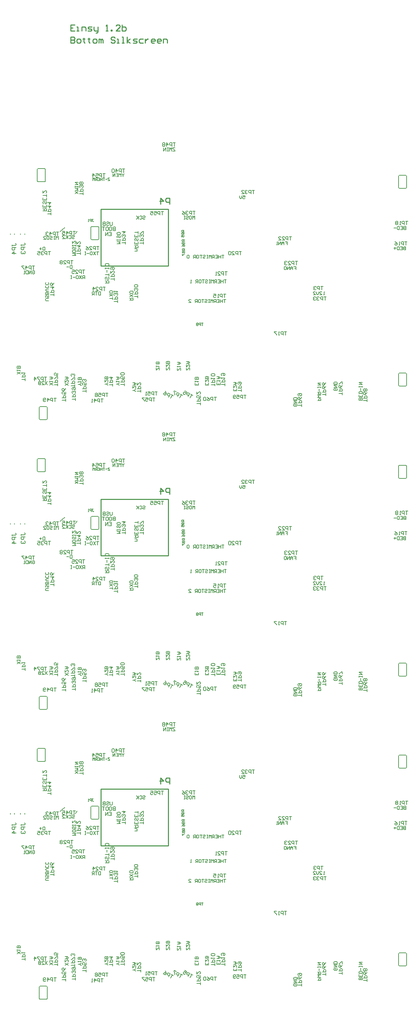
<source format=gbo>
G04*
G04 #@! TF.GenerationSoftware,Altium Limited,Altium Designer,19.1.5 (86)*
G04*
G04 Layer_Color=32896*
%FSLAX24Y24*%
%MOIN*%
G70*
G01*
G75*
%ADD10C,0.0070*%
%ADD12C,0.0100*%
%ADD14C,0.0080*%
%ADD82C,0.0060*%
%ADD165C,0.0050*%
%ADD172C,0.0079*%
G54D10*
X649Y-10983D02*
Y-10850D01*
Y-10916D01*
X983D01*
X1049Y-10850D01*
Y-10783D01*
X983Y-10716D01*
X1049Y-11116D02*
X649D01*
Y-11316D01*
X716Y-11383D01*
X849D01*
X916Y-11316D01*
Y-11116D01*
X1049Y-11716D02*
X649D01*
X849Y-11516D01*
Y-11783D01*
X1549Y-10953D02*
Y-10820D01*
Y-10886D01*
X1883D01*
X1949Y-10820D01*
Y-10753D01*
X1883Y-10686D01*
X1949Y-11086D02*
X1549D01*
Y-11286D01*
X1616Y-11353D01*
X1749D01*
X1816Y-11286D01*
Y-11086D01*
X1616Y-11486D02*
X1549Y-11553D01*
Y-11686D01*
X1616Y-11753D01*
X1683D01*
X1749Y-11686D01*
Y-11619D01*
Y-11686D01*
X1816Y-11753D01*
X1883D01*
X1949Y-11686D01*
Y-11553D01*
X1883Y-11486D01*
X649Y17796D02*
Y17930D01*
Y17863D01*
X983D01*
X1049Y17930D01*
Y17996D01*
X983Y18063D01*
X1049Y17663D02*
X649D01*
Y17463D01*
X716Y17397D01*
X849D01*
X916Y17463D01*
Y17663D01*
X1049Y17063D02*
X649D01*
X849Y17263D01*
Y16997D01*
X1549Y17826D02*
Y17960D01*
Y17893D01*
X1883D01*
X1949Y17960D01*
Y18026D01*
X1883Y18093D01*
X1949Y17693D02*
X1549D01*
Y17493D01*
X1616Y17427D01*
X1749D01*
X1816Y17493D01*
Y17693D01*
X1616Y17293D02*
X1549Y17227D01*
Y17093D01*
X1616Y17027D01*
X1683D01*
X1749Y17093D01*
Y17160D01*
Y17093D01*
X1816Y17027D01*
X1883D01*
X1949Y17093D01*
Y17227D01*
X1883Y17293D01*
X649Y46576D02*
Y46709D01*
Y46643D01*
X983D01*
X1049Y46709D01*
Y46776D01*
X983Y46843D01*
X1049Y46443D02*
X649D01*
Y46243D01*
X716Y46176D01*
X849D01*
X916Y46243D01*
Y46443D01*
X1049Y45843D02*
X649D01*
X849Y46043D01*
Y45776D01*
X1549Y46606D02*
Y46739D01*
Y46673D01*
X1883D01*
X1949Y46739D01*
Y46806D01*
X1883Y46873D01*
X1949Y46473D02*
X1549D01*
Y46273D01*
X1616Y46206D01*
X1749D01*
X1816Y46273D01*
Y46473D01*
X1616Y46073D02*
X1549Y46006D01*
Y45873D01*
X1616Y45806D01*
X1683D01*
X1749Y45873D01*
Y45940D01*
Y45873D01*
X1816Y45806D01*
X1883D01*
X1949Y45873D01*
Y46006D01*
X1883Y46073D01*
G54D12*
X6498Y67342D02*
Y66743D01*
X6798D01*
X6898Y66842D01*
Y66942D01*
X6798Y67042D01*
X6498D01*
X6798D01*
X6898Y67142D01*
Y67242D01*
X6798Y67342D01*
X6498D01*
X7198Y66743D02*
X7398D01*
X7498Y66842D01*
Y67042D01*
X7398Y67142D01*
X7198D01*
X7098Y67042D01*
Y66842D01*
X7198Y66743D01*
X7798Y67242D02*
Y67142D01*
X7698D01*
X7898D01*
X7798D01*
Y66842D01*
X7898Y66743D01*
X8298Y67242D02*
Y67142D01*
X8198D01*
X8398D01*
X8298D01*
Y66842D01*
X8398Y66743D01*
X8798D02*
X8998D01*
X9097Y66842D01*
Y67042D01*
X8998Y67142D01*
X8798D01*
X8698Y67042D01*
Y66842D01*
X8798Y66743D01*
X9297D02*
Y67142D01*
X9397D01*
X9497Y67042D01*
Y66743D01*
Y67042D01*
X9597Y67142D01*
X9697Y67042D01*
Y66743D01*
X10897Y67242D02*
X10797Y67342D01*
X10597D01*
X10497Y67242D01*
Y67142D01*
X10597Y67042D01*
X10797D01*
X10897Y66942D01*
Y66842D01*
X10797Y66743D01*
X10597D01*
X10497Y66842D01*
X11097Y66743D02*
X11297D01*
X11197D01*
Y67142D01*
X11097D01*
X11597Y66743D02*
X11797D01*
X11697D01*
Y67342D01*
X11597D01*
X12097Y66743D02*
Y67342D01*
Y66942D02*
X12396Y67142D01*
X12097Y66942D02*
X12396Y66743D01*
X12696D02*
X12996D01*
X13096Y66842D01*
X12996Y66942D01*
X12796D01*
X12696Y67042D01*
X12796Y67142D01*
X13096D01*
X13696D02*
X13396D01*
X13296Y67042D01*
Y66842D01*
X13396Y66743D01*
X13696D01*
X13896Y67142D02*
Y66743D01*
Y66942D01*
X13996Y67042D01*
X14096Y67142D01*
X14196D01*
X14796Y66743D02*
X14596D01*
X14496Y66842D01*
Y67042D01*
X14596Y67142D01*
X14796D01*
X14896Y67042D01*
Y66942D01*
X14496D01*
X15395Y66743D02*
X15196D01*
X15096Y66842D01*
Y67042D01*
X15196Y67142D01*
X15395D01*
X15495Y67042D01*
Y66942D01*
X15096D01*
X15695Y66743D02*
Y67142D01*
X15995D01*
X16095Y67042D01*
Y66743D01*
X6898Y68542D02*
X6498D01*
Y67943D01*
X6898D01*
X6498Y68242D02*
X6698D01*
X7098Y67943D02*
X7298D01*
X7198D01*
Y68342D01*
X7098D01*
X7598Y67943D02*
Y68342D01*
X7898D01*
X7998Y68242D01*
Y67943D01*
X8198D02*
X8498D01*
X8598Y68042D01*
X8498Y68142D01*
X8298D01*
X8198Y68242D01*
X8298Y68342D01*
X8598D01*
X8798D02*
Y68042D01*
X8898Y67943D01*
X9197D01*
Y67843D01*
X9097Y67743D01*
X8998D01*
X9197Y67943D02*
Y68342D01*
X9997Y67943D02*
X10197D01*
X10097D01*
Y68542D01*
X9997Y68442D01*
X10497Y67943D02*
Y68042D01*
X10597D01*
Y67943D01*
X10497D01*
X11397D02*
X10997D01*
X11397Y68342D01*
Y68442D01*
X11297Y68542D01*
X11097D01*
X10997Y68442D01*
X11597Y68542D02*
Y67943D01*
X11897D01*
X11997Y68042D01*
Y68142D01*
Y68242D01*
X11897Y68342D01*
X11597D01*
X16194Y-12959D02*
Y-7337D01*
X9501D02*
X16194D01*
X9501Y-12959D02*
Y-7337D01*
Y-12959D02*
X16194D01*
X16324Y-6840D02*
Y-6240D01*
X16024D01*
X15924Y-6340D01*
Y-6540D01*
X16024Y-6640D01*
X16324D01*
X15424Y-6840D02*
Y-6240D01*
X15724Y-6540D01*
X15324D01*
X16194Y15821D02*
Y21443D01*
X9501D02*
X16194D01*
X9501Y15821D02*
Y21443D01*
Y15821D02*
X16194D01*
X16324Y21940D02*
Y22540D01*
X16024D01*
X15924Y22440D01*
Y22240D01*
X16024Y22140D01*
X16324D01*
X15424Y21940D02*
Y22540D01*
X15724Y22240D01*
X15324D01*
X16194Y44600D02*
Y50222D01*
X9501D02*
X16194D01*
X9501Y44600D02*
Y50222D01*
Y44600D02*
X16194D01*
X16324Y50720D02*
Y51319D01*
X16024D01*
X15924Y51219D01*
Y51019D01*
X16024Y50919D01*
X16324D01*
X15424Y50720D02*
Y51319D01*
X15724Y51019D01*
X15324D01*
G54D14*
X6949Y-9756D02*
X7119Y-9526D01*
X5429Y-9556D02*
X5899Y-9156D01*
X6949Y19023D02*
X7119Y19253D01*
X5429Y19223D02*
X5899Y19623D01*
X6949Y47803D02*
X7119Y48033D01*
X5429Y48003D02*
X5899Y48403D01*
G54D82*
X8499Y-10245D02*
X8528Y-10316D01*
X8599Y-10345D01*
Y-9045D02*
X8528Y-9074D01*
X8499Y-9145D01*
X9299D02*
X9269Y-9074D01*
X9199Y-9045D01*
Y-10345D02*
X9269Y-10316D01*
X9299Y-10245D01*
X39881Y-23702D02*
X39852Y-23632D01*
X39781Y-23602D01*
Y-24902D02*
X39852Y-24873D01*
X39881Y-24802D01*
X39081D02*
X39110Y-24873D01*
X39181Y-24902D01*
Y-23602D02*
X39110Y-23632D01*
X39081Y-23702D01*
X3169Y-4506D02*
X3199Y-4577D01*
X3269Y-4606D01*
Y-3306D02*
X3199Y-3336D01*
X3169Y-3406D01*
X3969D02*
X3940Y-3336D01*
X3869Y-3306D01*
Y-4606D02*
X3940Y-4577D01*
X3969Y-4506D01*
X3349Y-28116D02*
X3379Y-28187D01*
X3449Y-28216D01*
Y-26916D02*
X3379Y-26946D01*
X3349Y-27016D01*
X4149D02*
X4120Y-26946D01*
X4049Y-26916D01*
Y-28216D02*
X4120Y-28187D01*
X4149Y-28116D01*
X39089Y-5166D02*
X39119Y-5237D01*
X39189Y-5266D01*
Y-3966D02*
X39119Y-3996D01*
X39089Y-4066D01*
X39889D02*
X39860Y-3996D01*
X39789Y-3966D01*
Y-5266D02*
X39860Y-5237D01*
X39889Y-5166D01*
X9299Y-10245D02*
Y-9145D01*
X8599Y-10345D02*
X9199D01*
X8599Y-9045D02*
X9199D01*
X8499Y-10245D02*
Y-9145D01*
X39081Y-24802D02*
Y-23702D01*
X39181Y-23602D02*
X39781D01*
X39181Y-24902D02*
X39781D01*
X39881Y-24802D02*
Y-23702D01*
X3969Y-4506D02*
Y-3406D01*
X3269Y-4606D02*
X3869D01*
X3269Y-3306D02*
X3869D01*
X3169Y-4506D02*
Y-3406D01*
X4149Y-28116D02*
Y-27016D01*
X3449Y-28216D02*
X4049D01*
X3449Y-26916D02*
X4049D01*
X3349Y-28116D02*
Y-27016D01*
X39889Y-5166D02*
Y-4066D01*
X39189Y-5266D02*
X39789D01*
X39189Y-3966D02*
X39789D01*
X39089Y-5166D02*
Y-4066D01*
X1489Y-23696D02*
X1169Y-23483D01*
X1489D02*
X1169Y-23696D01*
Y-23377D02*
Y-23270D01*
Y-23323D01*
X1489D01*
X1436Y-23377D01*
X1489Y-23110D02*
X1169D01*
Y-22950D01*
X1223Y-22897D01*
X1276D01*
X1329Y-22950D01*
Y-23110D01*
Y-22950D01*
X1383Y-22897D01*
X1436D01*
X1489Y-22950D01*
Y-23110D01*
X4719Y-24786D02*
X4399Y-24573D01*
X4719D02*
X4399Y-24786D01*
Y-24467D02*
Y-24360D01*
Y-24413D01*
X4719D01*
X4666Y-24467D01*
X4399Y-24200D02*
X4613D01*
X4719Y-24093D01*
X4613Y-23987D01*
X4399D01*
X4559D01*
Y-24200D01*
X6249Y-24836D02*
X5929Y-24623D01*
X6249D02*
X5929Y-24836D01*
Y-24303D02*
Y-24517D01*
X6143Y-24303D01*
X6196D01*
X6249Y-24357D01*
Y-24463D01*
X6196Y-24517D01*
X5929Y-24197D02*
X6143D01*
X6249Y-24090D01*
X6143Y-23983D01*
X5929D01*
X6089D01*
Y-24197D01*
X39807Y-9039D02*
Y-9359D01*
X39647D01*
X39594Y-9306D01*
Y-9252D01*
X39647Y-9199D01*
X39807D01*
X39647D01*
X39594Y-9146D01*
Y-9092D01*
X39647Y-9039D01*
X39807D01*
X39274D02*
X39487D01*
Y-9359D01*
X39274D01*
X39487Y-9199D02*
X39380D01*
X39167Y-9039D02*
Y-9359D01*
X39007D01*
X38954Y-9306D01*
Y-9092D01*
X39007Y-9039D01*
X39167D01*
X38847Y-9199D02*
X38634D01*
X39797Y-11049D02*
Y-11369D01*
X39637D01*
X39584Y-11316D01*
Y-11262D01*
X39637Y-11209D01*
X39797D01*
X39637D01*
X39584Y-11156D01*
Y-11102D01*
X39637Y-11049D01*
X39797D01*
X39264D02*
X39477D01*
Y-11369D01*
X39264D01*
X39477Y-11209D02*
X39370D01*
X39157Y-11049D02*
Y-11369D01*
X38997D01*
X38944Y-11316D01*
Y-11102D01*
X38997Y-11049D01*
X39157D01*
X38837Y-11209D02*
X38624D01*
X38731Y-11102D02*
Y-11316D01*
X4299Y-16416D02*
X4033D01*
X3979Y-16363D01*
Y-16257D01*
X4033Y-16203D01*
X4299D01*
X4246Y-15883D02*
X4299Y-15937D01*
Y-16043D01*
X4246Y-16097D01*
X4193D01*
X4139Y-16043D01*
Y-15937D01*
X4086Y-15883D01*
X4033D01*
X3979Y-15937D01*
Y-16043D01*
X4033Y-16097D01*
X4299Y-15777D02*
X3979D01*
Y-15617D01*
X4033Y-15563D01*
X4086D01*
X4139Y-15617D01*
Y-15777D01*
Y-15617D01*
X4193Y-15563D01*
X4246D01*
X4299Y-15617D01*
Y-15777D01*
Y-15457D02*
X4086D01*
X3979Y-15350D01*
X4086Y-15244D01*
X4299D01*
X4246Y-14924D02*
X4299Y-14977D01*
Y-15084D01*
X4246Y-15137D01*
X4033D01*
X3979Y-15084D01*
Y-14977D01*
X4033Y-14924D01*
X4246Y-14604D02*
X4299Y-14657D01*
Y-14764D01*
X4246Y-14817D01*
X4033D01*
X3979Y-14764D01*
Y-14657D01*
X4033Y-14604D01*
X2676Y-13490D02*
X2729Y-13437D01*
X2836D01*
X2889Y-13490D01*
Y-13703D01*
X2836Y-13756D01*
X2729D01*
X2676Y-13703D01*
Y-13597D01*
X2783D01*
X2569Y-13756D02*
Y-13437D01*
X2356Y-13756D01*
Y-13437D01*
X2250D02*
Y-13756D01*
X2090D01*
X2036Y-13703D01*
Y-13490D01*
X2090Y-13437D01*
X2250D01*
X1930Y-13756D02*
X1823D01*
X1876D01*
Y-13437D01*
X1930Y-13490D01*
X6619Y-12897D02*
Y-13216D01*
X6459D01*
X6406Y-13163D01*
Y-12950D01*
X6459Y-12897D01*
X6619D01*
X6299Y-13056D02*
X6086D01*
X3919Y-11087D02*
Y-11406D01*
X3759D01*
X3706Y-11353D01*
Y-11140D01*
X3759Y-11087D01*
X3919D01*
X3599Y-11247D02*
X3386D01*
X3493Y-11140D02*
Y-11353D01*
X23596Y-5977D02*
X23809D01*
Y-6137D01*
X23703Y-6083D01*
X23649D01*
X23596Y-6137D01*
Y-6243D01*
X23649Y-6296D01*
X23756D01*
X23809Y-6243D01*
X23489Y-5977D02*
Y-6190D01*
X23383Y-6296D01*
X23276Y-6190D01*
Y-5977D01*
X18819Y-8326D02*
Y-8007D01*
X18713Y-8113D01*
X18606Y-8007D01*
Y-8326D01*
X18340Y-8007D02*
X18446D01*
X18499Y-8060D01*
Y-8273D01*
X18446Y-8326D01*
X18340D01*
X18286Y-8273D01*
Y-8060D01*
X18340Y-8007D01*
X17966Y-8060D02*
X18020Y-8007D01*
X18126D01*
X18180Y-8060D01*
Y-8113D01*
X18126Y-8166D01*
X18020D01*
X17966Y-8220D01*
Y-8273D01*
X18020Y-8326D01*
X18126D01*
X18180Y-8273D01*
X17860Y-8007D02*
X17753D01*
X17806D01*
Y-8326D01*
X17860D01*
X17753D01*
X13658Y-8061D02*
X13711Y-8007D01*
X13817D01*
X13871Y-8061D01*
Y-8114D01*
X13817Y-8167D01*
X13711D01*
X13658Y-8220D01*
Y-8274D01*
X13711Y-8327D01*
X13817D01*
X13871Y-8274D01*
X13338Y-8061D02*
X13391Y-8007D01*
X13498D01*
X13551Y-8061D01*
Y-8274D01*
X13498Y-8327D01*
X13391D01*
X13338Y-8274D01*
X13231Y-8007D02*
Y-8327D01*
Y-8220D01*
X13018Y-8007D01*
X13178Y-8167D01*
X13018Y-8327D01*
X11085Y-10758D02*
X11405D01*
X11299Y-10652D01*
X11405Y-10545D01*
X11085D01*
X11405Y-10438D02*
Y-10332D01*
Y-10385D01*
X11085D01*
Y-10438D01*
Y-10332D01*
X11352Y-9958D02*
X11405Y-10012D01*
Y-10118D01*
X11352Y-10172D01*
X11299D01*
X11245Y-10118D01*
Y-10012D01*
X11192Y-9958D01*
X11139D01*
X11085Y-10012D01*
Y-10118D01*
X11139Y-10172D01*
X11405Y-9692D02*
Y-9798D01*
X11352Y-9852D01*
X11139D01*
X11085Y-9798D01*
Y-9692D01*
X11139Y-9639D01*
X11352D01*
X11405Y-9692D01*
X16849Y-1237D02*
X16636D01*
Y-1290D01*
X16849Y-1503D01*
Y-1556D01*
X16636D01*
X16529D02*
Y-1237D01*
X16423Y-1343D01*
X16316Y-1237D01*
Y-1556D01*
X16210Y-1237D02*
X16103D01*
X16156D01*
Y-1556D01*
X16210D01*
X16103D01*
X15943D02*
Y-1237D01*
X15730Y-1556D01*
Y-1237D01*
X11799Y-3787D02*
Y-3840D01*
X11693Y-3947D01*
X11586Y-3840D01*
Y-3787D01*
X11693Y-3947D02*
Y-4106D01*
X11479D02*
Y-3787D01*
X11373Y-3893D01*
X11266Y-3787D01*
Y-4106D01*
X11160Y-3787D02*
X11053D01*
X11106D01*
Y-4106D01*
X11160D01*
X11053D01*
X10893D02*
Y-3787D01*
X10680Y-4106D01*
Y-3787D01*
X7229Y-5786D02*
X6909Y-5573D01*
X7229D02*
X6909Y-5786D01*
Y-5467D02*
X7229D01*
X7123Y-5360D01*
X7229Y-5253D01*
X6909D01*
X7229Y-5147D02*
Y-5040D01*
Y-5093D01*
X6909D01*
Y-5147D01*
Y-5040D01*
Y-4880D02*
X7229D01*
X6909Y-4667D01*
X7229D01*
X5239Y-10336D02*
Y-10017D01*
X5133Y-10123D01*
X5026Y-10017D01*
Y-10336D01*
X4919Y-10017D02*
X4813D01*
X4866D01*
Y-10336D01*
X4919D01*
X4813D01*
X4440Y-10070D02*
X4493Y-10017D01*
X4600D01*
X4653Y-10070D01*
Y-10123D01*
X4600Y-10177D01*
X4493D01*
X4440Y-10230D01*
Y-10283D01*
X4493Y-10336D01*
X4600D01*
X4653Y-10283D01*
X4173Y-10017D02*
X4280D01*
X4333Y-10070D01*
Y-10283D01*
X4280Y-10336D01*
X4173D01*
X4120Y-10283D01*
Y-10070D01*
X4173Y-10017D01*
X3800Y-10336D02*
X4013D01*
X3800Y-10123D01*
Y-10070D01*
X3853Y-10017D01*
X3960D01*
X4013Y-10070D01*
X6626Y-9980D02*
X6679Y-9927D01*
X6786D01*
X6839Y-9980D01*
Y-10033D01*
X6786Y-10086D01*
X6679D01*
X6626Y-10140D01*
Y-10193D01*
X6679Y-10246D01*
X6786D01*
X6839Y-10193D01*
X6306Y-9980D02*
X6360Y-9927D01*
X6466D01*
X6519Y-9980D01*
Y-10193D01*
X6466Y-10246D01*
X6360D01*
X6306Y-10193D01*
X6200Y-9927D02*
Y-10246D01*
Y-10140D01*
X5986Y-9927D01*
X6146Y-10086D01*
X5986Y-10246D01*
X5666D02*
X5880D01*
X5666Y-10033D01*
Y-9980D01*
X5720Y-9927D01*
X5826D01*
X5880Y-9980D01*
X6669Y-11936D02*
X6989D01*
X6883Y-11830D01*
X6989Y-11723D01*
X6669D01*
X6989Y-11457D02*
Y-11563D01*
X6936Y-11617D01*
X6723D01*
X6669Y-11563D01*
Y-11457D01*
X6723Y-11403D01*
X6936D01*
X6989Y-11457D01*
X6936Y-11083D02*
X6989Y-11137D01*
Y-11243D01*
X6936Y-11297D01*
X6883D01*
X6829Y-11243D01*
Y-11137D01*
X6776Y-11083D01*
X6723D01*
X6669Y-11137D01*
Y-11243D01*
X6723Y-11297D01*
X6989Y-10977D02*
Y-10870D01*
Y-10923D01*
X6669D01*
Y-10977D01*
Y-10870D01*
Y-10497D02*
Y-10710D01*
X6883Y-10497D01*
X6936D01*
X6989Y-10550D01*
Y-10657D01*
X6936Y-10710D01*
X9274Y-11550D02*
X9061D01*
X9168D01*
Y-11870D01*
X8954Y-11550D02*
X8741Y-11870D01*
Y-11550D02*
X8954Y-11870D01*
X8635Y-11604D02*
X8581Y-11550D01*
X8475D01*
X8421Y-11604D01*
Y-11817D01*
X8475Y-11870D01*
X8581D01*
X8635Y-11817D01*
Y-11604D01*
X8315Y-11710D02*
X8101D01*
X7995Y-11550D02*
X7888D01*
X7941D01*
Y-11870D01*
X7995D01*
X7888D01*
X9459Y-15537D02*
Y-15856D01*
X9299D01*
X9246Y-15803D01*
Y-15590D01*
X9299Y-15537D01*
X9459D01*
X9139D02*
X8926D01*
X9033D01*
Y-15856D01*
X8820D02*
Y-15537D01*
X8660D01*
X8606Y-15590D01*
Y-15697D01*
X8660Y-15750D01*
X8820D01*
X8713D02*
X8606Y-15856D01*
X10659Y-16286D02*
Y-16073D01*
Y-16180D01*
X10339D01*
X10659Y-15967D02*
X10339Y-15753D01*
X10659D02*
X10339Y-15967D01*
X10606Y-15647D02*
X10659Y-15593D01*
Y-15487D01*
X10606Y-15433D01*
X10393D01*
X10339Y-15487D01*
Y-15593D01*
X10393Y-15647D01*
X10606D01*
X21909Y-16287D02*
X21696D01*
X21803D01*
Y-16606D01*
X21589Y-16287D02*
Y-16606D01*
Y-16446D01*
X21376D01*
Y-16287D01*
Y-16606D01*
X21056Y-16287D02*
X21270D01*
Y-16606D01*
X21056D01*
X21270Y-16446D02*
X21163D01*
X20950Y-16606D02*
Y-16287D01*
X20790D01*
X20736Y-16340D01*
Y-16446D01*
X20790Y-16500D01*
X20950D01*
X20843D02*
X20736Y-16606D01*
X20630D02*
Y-16287D01*
X20523Y-16393D01*
X20417Y-16287D01*
Y-16606D01*
X20310Y-16287D02*
X20203D01*
X20257D01*
Y-16606D01*
X20310D01*
X20203D01*
X19830Y-16340D02*
X19883Y-16287D01*
X19990D01*
X20043Y-16340D01*
Y-16393D01*
X19990Y-16446D01*
X19883D01*
X19830Y-16500D01*
Y-16553D01*
X19883Y-16606D01*
X19990D01*
X20043Y-16553D01*
X19723Y-16287D02*
X19510D01*
X19617D01*
Y-16606D01*
X19244Y-16287D02*
X19350D01*
X19404Y-16340D01*
Y-16553D01*
X19350Y-16606D01*
X19244D01*
X19190Y-16553D01*
Y-16340D01*
X19244Y-16287D01*
X19084Y-16606D02*
Y-16287D01*
X18924D01*
X18870Y-16340D01*
Y-16446D01*
X18924Y-16500D01*
X19084D01*
X18977D02*
X18870Y-16606D01*
X18231D02*
X18444D01*
X18231Y-16393D01*
Y-16340D01*
X18284Y-16287D01*
X18391D01*
X18444Y-16340D01*
X21959Y-14327D02*
X21746D01*
X21853D01*
Y-14646D01*
X21639Y-14327D02*
Y-14646D01*
Y-14487D01*
X21426D01*
Y-14327D01*
Y-14646D01*
X21106Y-14327D02*
X21320D01*
Y-14646D01*
X21106D01*
X21320Y-14487D02*
X21213D01*
X21000Y-14646D02*
Y-14327D01*
X20840D01*
X20786Y-14380D01*
Y-14487D01*
X20840Y-14540D01*
X21000D01*
X20893D02*
X20786Y-14646D01*
X20680D02*
Y-14327D01*
X20573Y-14433D01*
X20467Y-14327D01*
Y-14646D01*
X20360Y-14327D02*
X20253D01*
X20307D01*
Y-14646D01*
X20360D01*
X20253D01*
X19880Y-14380D02*
X19933Y-14327D01*
X20040D01*
X20093Y-14380D01*
Y-14433D01*
X20040Y-14487D01*
X19933D01*
X19880Y-14540D01*
Y-14593D01*
X19933Y-14646D01*
X20040D01*
X20093Y-14593D01*
X19773Y-14327D02*
X19560D01*
X19667D01*
Y-14646D01*
X19294Y-14327D02*
X19400D01*
X19454Y-14380D01*
Y-14593D01*
X19400Y-14646D01*
X19294D01*
X19240Y-14593D01*
Y-14380D01*
X19294Y-14327D01*
X19134Y-14646D02*
Y-14327D01*
X18974D01*
X18920Y-14380D01*
Y-14487D01*
X18974Y-14540D01*
X19134D01*
X19027D02*
X18920Y-14646D01*
X18494D02*
X18387D01*
X18441D01*
Y-14327D01*
X18494Y-14380D01*
X21729Y-11887D02*
X21516D01*
X21623D01*
Y-12206D01*
X21409Y-11887D02*
Y-12206D01*
Y-12047D01*
X21196D01*
Y-11887D01*
Y-12206D01*
X20876Y-11887D02*
X21090D01*
Y-12206D01*
X20876D01*
X21090Y-12047D02*
X20983D01*
X20770Y-12206D02*
Y-11887D01*
X20610D01*
X20556Y-11940D01*
Y-12047D01*
X20610Y-12100D01*
X20770D01*
X20663D02*
X20556Y-12206D01*
X20450D02*
Y-11887D01*
X20343Y-11993D01*
X20237Y-11887D01*
Y-12206D01*
X20130Y-11887D02*
X20023D01*
X20077D01*
Y-12206D01*
X20130D01*
X20023D01*
X19650Y-11940D02*
X19703Y-11887D01*
X19810D01*
X19863Y-11940D01*
Y-11993D01*
X19810Y-12047D01*
X19703D01*
X19650Y-12100D01*
Y-12153D01*
X19703Y-12206D01*
X19810D01*
X19863Y-12153D01*
X19543Y-11887D02*
X19330D01*
X19437D01*
Y-12206D01*
X19064Y-11887D02*
X19170D01*
X19224Y-11940D01*
Y-12153D01*
X19170Y-12206D01*
X19064D01*
X19010Y-12153D01*
Y-11940D01*
X19064Y-11887D01*
X18904Y-12206D02*
Y-11887D01*
X18744D01*
X18690Y-11940D01*
Y-12047D01*
X18744Y-12100D01*
X18904D01*
X18797D02*
X18690Y-12206D01*
X18264Y-11940D02*
X18211Y-11887D01*
X18104D01*
X18051Y-11940D01*
Y-12153D01*
X18104Y-12206D01*
X18211D01*
X18264Y-12153D01*
Y-11940D01*
X27806Y-10547D02*
X28019D01*
Y-10706D01*
X27913D01*
X28019D01*
Y-10866D01*
X27699D02*
Y-10653D01*
X27593Y-10547D01*
X27486Y-10653D01*
Y-10866D01*
Y-10706D01*
X27699D01*
X27380Y-10866D02*
Y-10547D01*
X27166Y-10866D01*
Y-10547D01*
X27060Y-10866D02*
X26953D01*
X27006D01*
Y-10547D01*
X27060Y-10600D01*
X28664Y-13019D02*
X28877D01*
Y-13179D01*
X28770D01*
X28877D01*
Y-13339D01*
X28557D02*
Y-13126D01*
X28450Y-13019D01*
X28344Y-13126D01*
Y-13339D01*
Y-13179D01*
X28557D01*
X28237Y-13339D02*
Y-13019D01*
X28024Y-13339D01*
Y-13019D01*
X27917Y-13072D02*
X27864Y-13019D01*
X27757D01*
X27704Y-13072D01*
Y-13286D01*
X27757Y-13339D01*
X27864D01*
X27917Y-13286D01*
Y-13072D01*
X31729Y-15836D02*
X31623D01*
X31676D01*
Y-15517D01*
X31729Y-15570D01*
X31250Y-15836D02*
X31463D01*
X31250Y-15623D01*
Y-15570D01*
X31303Y-15517D01*
X31409D01*
X31463Y-15570D01*
X31143Y-15517D02*
Y-15730D01*
X31036Y-15836D01*
X30930Y-15730D01*
Y-15517D01*
X30610Y-15836D02*
X30823D01*
X30610Y-15623D01*
Y-15570D01*
X30663Y-15517D01*
X30770D01*
X30823Y-15570D01*
X35487Y-26279D02*
X35167D01*
Y-26119D01*
X35220Y-26066D01*
X35273D01*
X35327Y-26119D01*
Y-26279D01*
Y-26119D01*
X35380Y-26066D01*
X35433D01*
X35487Y-26119D01*
Y-26279D01*
Y-25746D02*
Y-25959D01*
X35167D01*
Y-25746D01*
X35327Y-25959D02*
Y-25852D01*
X35487Y-25639D02*
X35167D01*
Y-25479D01*
X35220Y-25426D01*
X35433D01*
X35487Y-25479D01*
Y-25639D01*
X35327Y-25319D02*
Y-25106D01*
X35487Y-24999D02*
Y-24893D01*
Y-24946D01*
X35167D01*
Y-24999D01*
Y-24893D01*
Y-24733D02*
X35487D01*
X35167Y-24520D01*
X35487D01*
X32936Y-25123D02*
X32989Y-25177D01*
Y-25283D01*
X32936Y-25336D01*
X32723D01*
X32669Y-25283D01*
Y-25177D01*
X32723Y-25123D01*
X32829D01*
Y-25230D01*
X32669Y-25017D02*
X32989D01*
X32669Y-24803D01*
X32989D01*
Y-24697D02*
X32669D01*
Y-24537D01*
X32723Y-24483D01*
X32936D01*
X32989Y-24537D01*
Y-24697D01*
X31037Y-26339D02*
X31357D01*
Y-26179D01*
X31303Y-26126D01*
X31197D01*
X31143Y-26179D01*
Y-26339D01*
X31357Y-26019D02*
X31037D01*
X31143Y-25912D01*
X31037Y-25806D01*
X31357D01*
X31037Y-25699D02*
X31357D01*
Y-25539D01*
X31303Y-25486D01*
X31197D01*
X31143Y-25539D01*
Y-25699D01*
Y-25593D02*
X31037Y-25486D01*
X31197Y-25379D02*
Y-25166D01*
X31357Y-25059D02*
Y-24953D01*
Y-25006D01*
X31037D01*
Y-25059D01*
Y-24953D01*
Y-24793D02*
X31357D01*
X31037Y-24580D01*
X31357D01*
X28923Y-26676D02*
X28977Y-26729D01*
Y-26836D01*
X28923Y-26889D01*
X28710D01*
X28657Y-26836D01*
Y-26729D01*
X28710Y-26676D01*
X28817D01*
Y-26782D01*
X28657Y-26569D02*
X28977D01*
X28657Y-26356D01*
X28977D01*
Y-26249D02*
X28657D01*
Y-26089D01*
X28710Y-26036D01*
X28923D01*
X28977Y-26089D01*
Y-26249D01*
X19189Y-24583D02*
Y-24796D01*
X18869D01*
Y-24583D01*
X19029Y-24796D02*
Y-24690D01*
X18869Y-24477D02*
Y-24370D01*
Y-24423D01*
X19189D01*
X19136Y-24477D01*
X19189Y-24210D02*
X18869D01*
Y-24050D01*
X18923Y-23997D01*
X18976D01*
X19029Y-24050D01*
Y-24210D01*
Y-24050D01*
X19083Y-23997D01*
X19136D01*
X19189Y-24050D01*
Y-24210D01*
X21339Y-24533D02*
Y-24746D01*
X21019D01*
Y-24533D01*
X21179Y-24746D02*
Y-24640D01*
X21019Y-24427D02*
Y-24320D01*
Y-24373D01*
X21339D01*
X21286Y-24427D01*
X21019Y-24160D02*
X21233D01*
X21339Y-24053D01*
X21233Y-23947D01*
X21019D01*
X21179D01*
Y-24160D01*
X22997Y-25156D02*
Y-25369D01*
X22677D01*
Y-25156D01*
X22837Y-25369D02*
Y-25262D01*
X22677Y-24836D02*
Y-25049D01*
X22890Y-24836D01*
X22943D01*
X22997Y-24889D01*
Y-24996D01*
X22943Y-25049D01*
X22677Y-24729D02*
X22890D01*
X22997Y-24623D01*
X22890Y-24516D01*
X22677D01*
X22837D01*
Y-24729D01*
X20199Y-24573D02*
Y-24786D01*
X19879D01*
Y-24573D01*
X20039Y-24786D02*
Y-24680D01*
X19879Y-24253D02*
Y-24467D01*
X20093Y-24253D01*
X20146D01*
X20199Y-24307D01*
Y-24413D01*
X20146Y-24467D01*
X20199Y-24147D02*
X19879D01*
Y-23987D01*
X19933Y-23933D01*
X19986D01*
X20039Y-23987D01*
Y-24147D01*
Y-23987D01*
X20093Y-23933D01*
X20146D01*
X20199Y-23987D01*
Y-24147D01*
X16307Y-23289D02*
Y-23076D01*
X16253D01*
X16040Y-23289D01*
X15987D01*
Y-23076D01*
Y-22756D02*
Y-22969D01*
X16200Y-22756D01*
X16253D01*
X16307Y-22809D01*
Y-22916D01*
X16253Y-22969D01*
X16307Y-22649D02*
X15987D01*
Y-22489D01*
X16040Y-22436D01*
X16093D01*
X16147Y-22489D01*
Y-22649D01*
Y-22489D01*
X16200Y-22436D01*
X16253D01*
X16307Y-22489D01*
Y-22649D01*
X18317Y-23309D02*
Y-23096D01*
X18263D01*
X18050Y-23309D01*
X17997D01*
Y-23096D01*
Y-22776D02*
Y-22989D01*
X18210Y-22776D01*
X18263D01*
X18317Y-22829D01*
Y-22936D01*
X18263Y-22989D01*
X17997Y-22669D02*
X18210D01*
X18317Y-22563D01*
X18210Y-22456D01*
X17997D01*
X18157D01*
Y-22669D01*
X17409Y-23326D02*
Y-23113D01*
X17356D01*
X17143Y-23326D01*
X17089D01*
Y-23113D01*
Y-23007D02*
Y-22900D01*
Y-22953D01*
X17409D01*
X17356Y-23007D01*
X17089Y-22740D02*
X17303D01*
X17409Y-22633D01*
X17303Y-22527D01*
X17089D01*
X17249D01*
Y-22740D01*
X15297Y-23289D02*
Y-23076D01*
X15243D01*
X15030Y-23289D01*
X14977D01*
Y-23076D01*
Y-22969D02*
Y-22862D01*
Y-22916D01*
X15297D01*
X15243Y-22969D01*
X15297Y-22703D02*
X14977D01*
Y-22543D01*
X15030Y-22489D01*
X15083D01*
X15137Y-22543D01*
Y-22703D01*
Y-22543D01*
X15190Y-22489D01*
X15243D01*
X15297Y-22543D01*
Y-22703D01*
X10199Y-24806D02*
X10146D01*
X10039Y-24700D01*
X10146Y-24593D01*
X10199D01*
X10039Y-24700D02*
X9879D01*
Y-24273D02*
Y-24487D01*
X10093Y-24273D01*
X10146D01*
X10199Y-24327D01*
Y-24433D01*
X10146Y-24487D01*
X10199Y-24167D02*
X9879D01*
Y-24007D01*
X9933Y-23953D01*
X9986D01*
X10039Y-24007D01*
Y-24167D01*
Y-24007D01*
X10093Y-23953D01*
X10146D01*
X10199Y-24007D01*
Y-24167D01*
X12969Y-25416D02*
X12916D01*
X12809Y-25310D01*
X12916Y-25203D01*
X12969D01*
X12809Y-25310D02*
X12649D01*
Y-24883D02*
Y-25097D01*
X12863Y-24883D01*
X12916D01*
X12969Y-24937D01*
Y-25043D01*
X12916Y-25097D01*
X12649Y-24777D02*
X12863D01*
X12969Y-24670D01*
X12863Y-24563D01*
X12649D01*
X12809D01*
Y-24777D01*
X11329Y-24796D02*
X11276D01*
X11169Y-24690D01*
X11276Y-24583D01*
X11329D01*
X11169Y-24690D02*
X11009D01*
Y-24477D02*
Y-24370D01*
Y-24423D01*
X11329D01*
X11276Y-24477D01*
X11009Y-24210D02*
X11223D01*
X11329Y-24103D01*
X11223Y-23997D01*
X11009D01*
X11169D01*
Y-24210D01*
X7539Y-24836D02*
X7486D01*
X7379Y-24730D01*
X7486Y-24623D01*
X7539D01*
X7379Y-24730D02*
X7219D01*
Y-24517D02*
Y-24410D01*
Y-24463D01*
X7539D01*
X7486Y-24517D01*
X7539Y-24250D02*
X7219D01*
Y-24090D01*
X7273Y-24037D01*
X7326D01*
X7379Y-24090D01*
Y-24250D01*
Y-24090D01*
X7433Y-24037D01*
X7486D01*
X7539Y-24090D01*
Y-24250D01*
X4139Y-24437D02*
X3926Y-24756D01*
Y-24437D02*
X4139Y-24756D01*
X3606D02*
X3819D01*
X3606Y-24543D01*
Y-24490D01*
X3660Y-24437D01*
X3766D01*
X3819Y-24490D01*
X3500Y-24437D02*
Y-24756D01*
X3340D01*
X3286Y-24703D01*
Y-24650D01*
X3340Y-24597D01*
X3500D01*
X3340D01*
X3286Y-24543D01*
Y-24490D01*
X3340Y-24437D01*
X3500D01*
X12349Y-16376D02*
X12699D01*
Y-16202D01*
X12641Y-16143D01*
X12524D01*
X12466Y-16202D01*
Y-16376D01*
Y-16260D02*
X12349Y-16143D01*
X12699Y-16027D02*
X12349Y-15793D01*
X12699D02*
X12349Y-16027D01*
X12641Y-15677D02*
X12699Y-15618D01*
Y-15502D01*
X12641Y-15443D01*
X12408D01*
X12349Y-15502D01*
Y-15618D01*
X12408Y-15677D01*
X12641D01*
X9924Y-14656D02*
X10274D01*
Y-14481D01*
X10216Y-14423D01*
X10099D01*
X10041Y-14481D01*
Y-14656D01*
Y-14539D02*
X9924Y-14423D01*
X10216Y-14073D02*
X10274Y-14131D01*
Y-14248D01*
X10216Y-14306D01*
X10157D01*
X10099Y-14248D01*
Y-14131D01*
X10041Y-14073D01*
X9982D01*
X9924Y-14131D01*
Y-14248D01*
X9982Y-14306D01*
X10274Y-13956D02*
Y-13723D01*
Y-13839D01*
X9924D01*
X10099Y-13606D02*
Y-13373D01*
X10274Y-13256D02*
Y-13140D01*
Y-13198D01*
X9924D01*
Y-13256D01*
Y-13140D01*
X10274Y-12790D02*
Y-12906D01*
X10216Y-12965D01*
X9982D01*
X9924Y-12906D01*
Y-12790D01*
X9982Y-12731D01*
X10216D01*
X10274Y-12790D01*
X7877Y-14242D02*
Y-13923D01*
X7717D01*
X7663Y-13976D01*
Y-14082D01*
X7717Y-14136D01*
X7877D01*
X7770D02*
X7663Y-14242D01*
X7557Y-13923D02*
X7344Y-14242D01*
Y-13923D02*
X7557Y-14242D01*
X7237Y-13976D02*
X7184Y-13923D01*
X7077D01*
X7024Y-13976D01*
Y-14189D01*
X7077Y-14242D01*
X7184D01*
X7237Y-14189D01*
Y-13976D01*
X6917Y-14082D02*
X6704D01*
X6597Y-13923D02*
X6490D01*
X6544D01*
Y-14242D01*
X6597D01*
X6490D01*
X10623Y-8597D02*
Y-8889D01*
X10564Y-8947D01*
X10448D01*
X10389Y-8889D01*
Y-8597D01*
X10040Y-8656D02*
X10098Y-8597D01*
X10215D01*
X10273Y-8656D01*
Y-8714D01*
X10215Y-8772D01*
X10098D01*
X10040Y-8831D01*
Y-8889D01*
X10098Y-8947D01*
X10215D01*
X10273Y-8889D01*
X9923Y-8597D02*
Y-8947D01*
X9748D01*
X9690Y-8889D01*
Y-8831D01*
X9748Y-8772D01*
X9923D01*
X9748D01*
X9690Y-8714D01*
Y-8656D01*
X9748Y-8597D01*
X9923D01*
X10918Y-9109D02*
Y-9459D01*
X10743D01*
X10685Y-9401D01*
Y-9342D01*
X10743Y-9284D01*
X10918D01*
X10743D01*
X10685Y-9226D01*
Y-9167D01*
X10743Y-9109D01*
X10918D01*
X10393D02*
X10510D01*
X10568Y-9167D01*
Y-9401D01*
X10510Y-9459D01*
X10393D01*
X10335Y-9401D01*
Y-9167D01*
X10393Y-9109D01*
X10043D02*
X10160D01*
X10218Y-9167D01*
Y-9401D01*
X10160Y-9459D01*
X10043D01*
X9985Y-9401D01*
Y-9167D01*
X10043Y-9109D01*
X9868D02*
X9635D01*
X9752D01*
Y-9459D01*
X10291Y-9621D02*
X10524D01*
Y-9971D01*
X10291D01*
X10524Y-9796D02*
X10408D01*
X10174Y-9971D02*
Y-9621D01*
X9941Y-9971D01*
Y-9621D01*
X3729Y-7486D02*
X4079D01*
Y-7312D01*
X4021Y-7253D01*
X3904D01*
X3846Y-7312D01*
Y-7486D01*
Y-7370D02*
X3729Y-7253D01*
X4079Y-6903D02*
Y-7137D01*
X3729D01*
Y-6903D01*
X3904Y-7137D02*
Y-7020D01*
X4021Y-6553D02*
X4079Y-6612D01*
Y-6728D01*
X4021Y-6787D01*
X3963D01*
X3904Y-6728D01*
Y-6612D01*
X3846Y-6553D01*
X3788D01*
X3729Y-6612D01*
Y-6728D01*
X3788Y-6787D01*
X4079Y-6204D02*
Y-6437D01*
X3729D01*
Y-6204D01*
X3904Y-6437D02*
Y-6320D01*
X4079Y-6087D02*
Y-5854D01*
Y-5970D01*
X3729D01*
Y-5504D02*
Y-5737D01*
X3963Y-5504D01*
X4021D01*
X4079Y-5562D01*
Y-5679D01*
X4021Y-5737D01*
X12849Y-11506D02*
X13083D01*
Y-11332D01*
X13024Y-11273D01*
X12849D01*
Y-11157D02*
X13199D01*
Y-10982D01*
X13141Y-10923D01*
X13024D01*
X12966Y-10982D01*
Y-11157D01*
Y-11040D02*
X12849Y-10923D01*
X13199Y-10573D02*
Y-10807D01*
X12849D01*
Y-10573D01*
X13024Y-10807D02*
Y-10690D01*
X13141Y-10224D02*
X13199Y-10282D01*
Y-10398D01*
X13141Y-10457D01*
X13083D01*
X13024Y-10398D01*
Y-10282D01*
X12966Y-10224D01*
X12908D01*
X12849Y-10282D01*
Y-10398D01*
X12908Y-10457D01*
X13199Y-9874D02*
Y-10107D01*
X12849D01*
Y-9874D01*
X13024Y-10107D02*
Y-9990D01*
X13199Y-9757D02*
Y-9524D01*
Y-9640D01*
X12849D01*
X20979Y-25987D02*
X20746D01*
X20863D01*
Y-26336D01*
X20629D02*
Y-25987D01*
X20455D01*
X20396Y-26045D01*
Y-26162D01*
X20455Y-26220D01*
X20629D01*
X20046Y-25987D02*
X20163Y-26045D01*
X20280Y-26162D01*
Y-26278D01*
X20221Y-26336D01*
X20105D01*
X20046Y-26278D01*
Y-26220D01*
X20105Y-26162D01*
X20280D01*
X19930Y-26045D02*
X19871Y-25987D01*
X19755D01*
X19696Y-26045D01*
Y-26278D01*
X19755Y-26336D01*
X19871D01*
X19930Y-26278D01*
Y-26045D01*
X23929Y-25777D02*
X23696D01*
X23813D01*
Y-26126D01*
X23579D02*
Y-25777D01*
X23405D01*
X23346Y-25835D01*
Y-25952D01*
X23405Y-26010D01*
X23579D01*
X22996Y-25777D02*
X23230D01*
Y-25952D01*
X23113Y-25893D01*
X23055D01*
X22996Y-25952D01*
Y-26068D01*
X23055Y-26126D01*
X23171D01*
X23230Y-26068D01*
X22880D02*
X22821Y-26126D01*
X22705D01*
X22646Y-26068D01*
Y-25835D01*
X22705Y-25777D01*
X22821D01*
X22880Y-25835D01*
Y-25893D01*
X22821Y-25952D01*
X22646D01*
X10189Y-25587D02*
X9956D01*
X10073D01*
Y-25936D01*
X9839D02*
Y-25587D01*
X9665D01*
X9606Y-25645D01*
Y-25762D01*
X9665Y-25820D01*
X9839D01*
X9256Y-25587D02*
X9490D01*
Y-25762D01*
X9373Y-25703D01*
X9315D01*
X9256Y-25762D01*
Y-25878D01*
X9315Y-25936D01*
X9431D01*
X9490Y-25878D01*
X9140Y-25645D02*
X9081Y-25587D01*
X8965D01*
X8906Y-25645D01*
Y-25703D01*
X8965Y-25762D01*
X8906Y-25820D01*
Y-25878D01*
X8965Y-25936D01*
X9081D01*
X9140Y-25878D01*
Y-25820D01*
X9081Y-25762D01*
X9140Y-25703D01*
Y-25645D01*
X9081Y-25762D02*
X8965D01*
X14859Y-26047D02*
X14626D01*
X14743D01*
Y-26396D01*
X14509D02*
Y-26047D01*
X14335D01*
X14276Y-26105D01*
Y-26222D01*
X14335Y-26280D01*
X14509D01*
X13926Y-26047D02*
X14160D01*
Y-26222D01*
X14043Y-26163D01*
X13985D01*
X13926Y-26222D01*
Y-26338D01*
X13985Y-26396D01*
X14101D01*
X14160Y-26338D01*
X13810Y-26047D02*
X13576D01*
Y-26105D01*
X13810Y-26338D01*
Y-26396D01*
X5979D02*
Y-26163D01*
Y-26280D01*
X5629D01*
Y-26047D02*
X5979D01*
Y-25872D01*
X5921Y-25813D01*
X5804D01*
X5746Y-25872D01*
Y-26047D01*
X5979Y-25463D02*
Y-25697D01*
X5804D01*
X5863Y-25580D01*
Y-25522D01*
X5804Y-25463D01*
X5688D01*
X5629Y-25522D01*
Y-25638D01*
X5688Y-25697D01*
X5979Y-25114D02*
X5921Y-25230D01*
X5804Y-25347D01*
X5688D01*
X5629Y-25288D01*
Y-25172D01*
X5688Y-25114D01*
X5746D01*
X5804Y-25172D01*
Y-25347D01*
X5049Y-26077D02*
X4816D01*
X4933D01*
Y-26426D01*
X4699D02*
Y-26077D01*
X4525D01*
X4466Y-26135D01*
Y-26252D01*
X4525Y-26310D01*
X4699D01*
X4175Y-26426D02*
Y-26077D01*
X4350Y-26252D01*
X4116D01*
X4000Y-26368D02*
X3941Y-26426D01*
X3825D01*
X3766Y-26368D01*
Y-26135D01*
X3825Y-26077D01*
X3941D01*
X4000Y-26135D01*
Y-26193D01*
X3941Y-26252D01*
X3766D01*
X9719Y-26157D02*
X9486D01*
X9603D01*
Y-26506D01*
X9369D02*
Y-26157D01*
X9195D01*
X9136Y-26215D01*
Y-26332D01*
X9195Y-26390D01*
X9369D01*
X8845Y-26506D02*
Y-26157D01*
X9020Y-26332D01*
X8786D01*
X8670Y-26506D02*
X8553D01*
X8611D01*
Y-26157D01*
X8670Y-26215D01*
X6969Y-26316D02*
Y-26083D01*
Y-26200D01*
X6619D01*
Y-25967D02*
X6969D01*
Y-25792D01*
X6911Y-25733D01*
X6794D01*
X6736Y-25792D01*
Y-25967D01*
X6911Y-25617D02*
X6969Y-25558D01*
Y-25442D01*
X6911Y-25383D01*
X6853D01*
X6794Y-25442D01*
Y-25500D01*
Y-25442D01*
X6736Y-25383D01*
X6678D01*
X6619Y-25442D01*
Y-25558D01*
X6678Y-25617D01*
Y-25267D02*
X6619Y-25208D01*
Y-25092D01*
X6678Y-25034D01*
X6911D01*
X6969Y-25092D01*
Y-25208D01*
X6911Y-25267D01*
X6853D01*
X6794Y-25208D01*
Y-25034D01*
X15707Y-7544D02*
X15474D01*
X15591D01*
Y-7894D01*
X15358D02*
Y-7544D01*
X15183D01*
X15124Y-7602D01*
Y-7719D01*
X15183Y-7777D01*
X15358D01*
X14774Y-7544D02*
X15008D01*
Y-7719D01*
X14891Y-7661D01*
X14833D01*
X14774Y-7719D01*
Y-7836D01*
X14833Y-7894D01*
X14949D01*
X15008Y-7836D01*
X14424Y-7544D02*
X14658D01*
Y-7719D01*
X14541Y-7661D01*
X14483D01*
X14424Y-7719D01*
Y-7836D01*
X14483Y-7894D01*
X14599D01*
X14658Y-7836D01*
X9909Y-3797D02*
X9676D01*
X9793D01*
Y-4146D01*
X9559D02*
Y-3797D01*
X9385D01*
X9326Y-3855D01*
Y-3972D01*
X9385Y-4030D01*
X9559D01*
X8976Y-3797D02*
X9210D01*
Y-3972D01*
X9093Y-3913D01*
X9035D01*
X8976Y-3972D01*
Y-4088D01*
X9035Y-4146D01*
X9151D01*
X9210Y-4088D01*
X8685Y-4146D02*
Y-3797D01*
X8860Y-3972D01*
X8626D01*
X4479Y-11527D02*
X4246D01*
X4363D01*
Y-11876D01*
X4129D02*
Y-11527D01*
X3955D01*
X3896Y-11585D01*
Y-11702D01*
X3955Y-11760D01*
X4129D01*
X3780Y-11585D02*
X3721Y-11527D01*
X3605D01*
X3546Y-11585D01*
Y-11643D01*
X3605Y-11702D01*
X3663D01*
X3605D01*
X3546Y-11760D01*
Y-11818D01*
X3605Y-11876D01*
X3721D01*
X3780Y-11818D01*
X3196Y-11527D02*
X3430D01*
Y-11702D01*
X3313Y-11643D01*
X3255D01*
X3196Y-11702D01*
Y-11818D01*
X3255Y-11876D01*
X3371D01*
X3430Y-11818D01*
X6719Y-12427D02*
X6486D01*
X6603D01*
Y-12776D01*
X6369D02*
Y-12427D01*
X6195D01*
X6136Y-12485D01*
Y-12602D01*
X6195Y-12660D01*
X6369D01*
X5786Y-12776D02*
X6020D01*
X5786Y-12543D01*
Y-12485D01*
X5845Y-12427D01*
X5961D01*
X6020Y-12485D01*
X5670D02*
X5611Y-12427D01*
X5495D01*
X5436Y-12485D01*
Y-12543D01*
X5495Y-12602D01*
X5436Y-12660D01*
Y-12718D01*
X5495Y-12776D01*
X5611D01*
X5670Y-12718D01*
Y-12660D01*
X5611Y-12602D01*
X5670Y-12543D01*
Y-12485D01*
X5611Y-12602D02*
X5495D01*
X6879Y-24966D02*
Y-24733D01*
Y-24850D01*
X6529D01*
Y-24617D02*
X6879D01*
Y-24442D01*
X6821Y-24383D01*
X6704D01*
X6646Y-24442D01*
Y-24617D01*
X6879Y-24267D02*
Y-24033D01*
X6821D01*
X6588Y-24267D01*
X6529D01*
X6821Y-23917D02*
X6879Y-23858D01*
Y-23742D01*
X6821Y-23684D01*
X6763D01*
X6704Y-23742D01*
Y-23800D01*
Y-23742D01*
X6646Y-23684D01*
X6588D01*
X6529Y-23742D01*
Y-23858D01*
X6588Y-23917D01*
X4099Y-24007D02*
X3866D01*
X3983D01*
Y-24356D01*
X3749D02*
Y-24007D01*
X3575D01*
X3516Y-24065D01*
Y-24182D01*
X3575Y-24240D01*
X3749D01*
X3400Y-24007D02*
X3166D01*
Y-24065D01*
X3400Y-24298D01*
Y-24356D01*
X2875D02*
Y-24007D01*
X3050Y-24182D01*
X2816D01*
X5187Y-24869D02*
Y-24636D01*
Y-24752D01*
X4837D01*
Y-24519D02*
X5187D01*
Y-24344D01*
X5128Y-24286D01*
X5012D01*
X4953Y-24344D01*
Y-24519D01*
X5187Y-24169D02*
Y-23936D01*
X5128D01*
X4895Y-24169D01*
X4837D01*
X5187Y-23586D02*
Y-23819D01*
X5012D01*
X5070Y-23703D01*
Y-23644D01*
X5012Y-23586D01*
X4895D01*
X4837Y-23644D01*
Y-23761D01*
X4895Y-23819D01*
X24759Y-5447D02*
X24526D01*
X24643D01*
Y-5796D01*
X24409D02*
Y-5447D01*
X24235D01*
X24176Y-5505D01*
Y-5622D01*
X24235Y-5680D01*
X24409D01*
X24060Y-5505D02*
X24001Y-5447D01*
X23885D01*
X23826Y-5505D01*
Y-5563D01*
X23885Y-5622D01*
X23943D01*
X23885D01*
X23826Y-5680D01*
Y-5738D01*
X23885Y-5796D01*
X24001D01*
X24060Y-5738D01*
X23476Y-5796D02*
X23710D01*
X23476Y-5563D01*
Y-5505D01*
X23535Y-5447D01*
X23651D01*
X23710Y-5505D01*
X11149Y-16606D02*
Y-16373D01*
Y-16490D01*
X10799D01*
Y-16257D02*
X11149D01*
Y-16082D01*
X11091Y-16023D01*
X10974D01*
X10916Y-16082D01*
Y-16257D01*
X11091Y-15907D02*
X11149Y-15848D01*
Y-15732D01*
X11091Y-15673D01*
X11033D01*
X10974Y-15732D01*
Y-15790D01*
Y-15732D01*
X10916Y-15673D01*
X10858D01*
X10799Y-15732D01*
Y-15848D01*
X10858Y-15907D01*
X10799Y-15557D02*
Y-15440D01*
Y-15498D01*
X11149D01*
X11091Y-15557D01*
X13159Y-16116D02*
Y-15883D01*
Y-16000D01*
X12809D01*
Y-15767D02*
X13159D01*
Y-15592D01*
X13101Y-15533D01*
X12984D01*
X12926Y-15592D01*
Y-15767D01*
X13101Y-15417D02*
X13159Y-15358D01*
Y-15242D01*
X13101Y-15183D01*
X13043D01*
X12984Y-15242D01*
Y-15300D01*
Y-15242D01*
X12926Y-15183D01*
X12868D01*
X12809Y-15242D01*
Y-15358D01*
X12868Y-15417D01*
X13101Y-15067D02*
X13159Y-15008D01*
Y-14892D01*
X13101Y-14834D01*
X12868D01*
X12809Y-14892D01*
Y-15008D01*
X12868Y-15067D01*
X13101D01*
X10805Y-14380D02*
Y-14147D01*
Y-14264D01*
X10455D01*
Y-14030D02*
X10805D01*
Y-13855D01*
X10747Y-13797D01*
X10630D01*
X10572Y-13855D01*
Y-14030D01*
X10455Y-13447D02*
Y-13680D01*
X10689Y-13447D01*
X10747D01*
X10805Y-13506D01*
Y-13622D01*
X10747Y-13680D01*
X10514Y-13331D02*
X10455Y-13272D01*
Y-13156D01*
X10514Y-13097D01*
X10747D01*
X10805Y-13156D01*
Y-13272D01*
X10747Y-13331D01*
X10689D01*
X10630Y-13272D01*
Y-13097D01*
X9294Y-11019D02*
X9061D01*
X9177D01*
Y-11368D01*
X8944D02*
Y-11019D01*
X8769D01*
X8711Y-11077D01*
Y-11193D01*
X8769Y-11252D01*
X8944D01*
X8361Y-11368D02*
X8594D01*
X8361Y-11135D01*
Y-11077D01*
X8419Y-11019D01*
X8536D01*
X8594Y-11077D01*
X8011Y-11019D02*
X8128Y-11077D01*
X8244Y-11193D01*
Y-11310D01*
X8186Y-11368D01*
X8069D01*
X8011Y-11310D01*
Y-11252D01*
X8069Y-11193D01*
X8244D01*
X7887Y-13361D02*
X7653D01*
X7770D01*
Y-13711D01*
X7537D02*
Y-13361D01*
X7362D01*
X7303Y-13419D01*
Y-13536D01*
X7362Y-13594D01*
X7537D01*
X6953Y-13711D02*
X7187D01*
X6953Y-13478D01*
Y-13419D01*
X7012Y-13361D01*
X7128D01*
X7187Y-13419D01*
X6604Y-13361D02*
X6837D01*
Y-13536D01*
X6720Y-13478D01*
X6662D01*
X6604Y-13536D01*
Y-13653D01*
X6662Y-13711D01*
X6779D01*
X6837Y-13653D01*
X9929Y-15067D02*
X9696D01*
X9813D01*
Y-15416D01*
X9579D02*
Y-15067D01*
X9405D01*
X9346Y-15125D01*
Y-15242D01*
X9405Y-15300D01*
X9579D01*
X8996Y-15416D02*
X9230D01*
X8996Y-15183D01*
Y-15125D01*
X9055Y-15067D01*
X9171D01*
X9230Y-15125D01*
X8705Y-15416D02*
Y-15067D01*
X8880Y-15242D01*
X8646D01*
X40009Y-8527D02*
X39776D01*
X39893D01*
Y-8876D01*
X39659D02*
Y-8527D01*
X39485D01*
X39426Y-8585D01*
Y-8702D01*
X39485Y-8760D01*
X39659D01*
X39310Y-8876D02*
X39193D01*
X39251D01*
Y-8527D01*
X39310Y-8585D01*
X39018D02*
X38960Y-8527D01*
X38843D01*
X38785Y-8585D01*
Y-8643D01*
X38843Y-8702D01*
X38785Y-8760D01*
Y-8818D01*
X38843Y-8876D01*
X38960D01*
X39018Y-8818D01*
Y-8760D01*
X38960Y-8702D01*
X39018Y-8643D01*
Y-8585D01*
X38960Y-8702D02*
X38843D01*
X27959Y-19477D02*
X27726D01*
X27843D01*
Y-19826D01*
X27609D02*
Y-19477D01*
X27435D01*
X27376Y-19535D01*
Y-19652D01*
X27435Y-19710D01*
X27609D01*
X27260Y-19826D02*
X27143D01*
X27201D01*
Y-19477D01*
X27260Y-19535D01*
X26968Y-19477D02*
X26735D01*
Y-19535D01*
X26968Y-19768D01*
Y-19826D01*
X39929Y-10547D02*
X39696D01*
X39813D01*
Y-10896D01*
X39579D02*
Y-10547D01*
X39405D01*
X39346Y-10605D01*
Y-10722D01*
X39405Y-10780D01*
X39579D01*
X39230Y-10896D02*
X39113D01*
X39171D01*
Y-10547D01*
X39230Y-10605D01*
X38705Y-10547D02*
X38821Y-10605D01*
X38938Y-10722D01*
Y-10838D01*
X38880Y-10896D01*
X38763D01*
X38705Y-10838D01*
Y-10780D01*
X38763Y-10722D01*
X38938D01*
X31579Y-14987D02*
X31346D01*
X31463D01*
Y-15336D01*
X31229D02*
Y-14987D01*
X31055D01*
X30996Y-15045D01*
Y-15162D01*
X31055Y-15220D01*
X31229D01*
X30880Y-15045D02*
X30821Y-14987D01*
X30705D01*
X30646Y-15045D01*
Y-15103D01*
X30705Y-15162D01*
X30763D01*
X30705D01*
X30646Y-15220D01*
Y-15278D01*
X30705Y-15336D01*
X30821D01*
X30880Y-15278D01*
X22049Y-13537D02*
X21816D01*
X21933D01*
Y-13886D01*
X21699D02*
Y-13537D01*
X21525D01*
X21466Y-13595D01*
Y-13712D01*
X21525Y-13770D01*
X21699D01*
X21116Y-13886D02*
X21350D01*
X21116Y-13653D01*
Y-13595D01*
X21175Y-13537D01*
X21291D01*
X21350Y-13595D01*
X21000Y-13886D02*
X20883D01*
X20941D01*
Y-13537D01*
X21000Y-13595D01*
X23459Y-11517D02*
X23226D01*
X23343D01*
Y-11866D01*
X23109D02*
Y-11517D01*
X22935D01*
X22876Y-11575D01*
Y-11692D01*
X22935Y-11750D01*
X23109D01*
X22526Y-11866D02*
X22760D01*
X22526Y-11633D01*
Y-11575D01*
X22585Y-11517D01*
X22701D01*
X22760Y-11575D01*
X22410D02*
X22351Y-11517D01*
X22235D01*
X22176Y-11575D01*
Y-11808D01*
X22235Y-11866D01*
X22351D01*
X22410Y-11808D01*
Y-11575D01*
X21919Y-15757D02*
X21686D01*
X21803D01*
Y-16106D01*
X21569D02*
Y-15757D01*
X21395D01*
X21336Y-15815D01*
Y-15932D01*
X21395Y-15990D01*
X21569D01*
X21220Y-16106D02*
X21103D01*
X21161D01*
Y-15757D01*
X21220Y-15815D01*
X20695Y-15757D02*
X20928D01*
Y-15932D01*
X20811Y-15873D01*
X20753D01*
X20695Y-15932D01*
Y-16048D01*
X20753Y-16106D01*
X20870D01*
X20928Y-16048D01*
X11927Y-10788D02*
Y-10554D01*
Y-10671D01*
X11577D01*
Y-10438D02*
X11927D01*
Y-10263D01*
X11869Y-10205D01*
X11752D01*
X11694Y-10263D01*
Y-10438D01*
X11869Y-10088D02*
X11927Y-10030D01*
Y-9913D01*
X11869Y-9855D01*
X11811D01*
X11752Y-9913D01*
Y-9971D01*
Y-9913D01*
X11694Y-9855D01*
X11636D01*
X11577Y-9913D01*
Y-10030D01*
X11636Y-10088D01*
X11577Y-9563D02*
X11927D01*
X11752Y-9738D01*
Y-9505D01*
X18869Y-7517D02*
X18636D01*
X18753D01*
Y-7866D01*
X18519D02*
Y-7517D01*
X18345D01*
X18286Y-7575D01*
Y-7692D01*
X18345Y-7750D01*
X18519D01*
X18170Y-7575D02*
X18111Y-7517D01*
X17995D01*
X17936Y-7575D01*
Y-7633D01*
X17995Y-7692D01*
X18053D01*
X17995D01*
X17936Y-7750D01*
Y-7808D01*
X17995Y-7866D01*
X18111D01*
X18170Y-7808D01*
X17586Y-7517D02*
X17703Y-7575D01*
X17820Y-7692D01*
Y-7808D01*
X17761Y-7866D01*
X17645D01*
X17586Y-7808D01*
Y-7750D01*
X17645Y-7692D01*
X17820D01*
X13709Y-10806D02*
Y-10573D01*
Y-10690D01*
X13359D01*
Y-10457D02*
X13709D01*
Y-10282D01*
X13651Y-10223D01*
X13534D01*
X13476Y-10282D01*
Y-10457D01*
X13651Y-10107D02*
X13709Y-10048D01*
Y-9932D01*
X13651Y-9873D01*
X13593D01*
X13534Y-9932D01*
Y-9990D01*
Y-9932D01*
X13476Y-9873D01*
X13418D01*
X13359Y-9932D01*
Y-10048D01*
X13418Y-10107D01*
X13709Y-9757D02*
Y-9524D01*
X13651D01*
X13418Y-9757D01*
X13359D01*
X7709Y-5896D02*
Y-5663D01*
Y-5780D01*
X7359D01*
Y-5547D02*
X7709D01*
Y-5372D01*
X7651Y-5313D01*
X7534D01*
X7476Y-5372D01*
Y-5547D01*
X7651Y-5197D02*
X7709Y-5138D01*
Y-5022D01*
X7651Y-4963D01*
X7593D01*
X7534Y-5022D01*
Y-5080D01*
Y-5022D01*
X7476Y-4963D01*
X7418D01*
X7359Y-5022D01*
Y-5138D01*
X7418Y-5197D01*
X7651Y-4847D02*
X7709Y-4788D01*
Y-4672D01*
X7651Y-4614D01*
X7593D01*
X7534Y-4672D01*
X7476Y-4614D01*
X7418D01*
X7359Y-4672D01*
Y-4788D01*
X7418Y-4847D01*
X7476D01*
X7534Y-4788D01*
X7593Y-4847D01*
X7651D01*
X7534Y-4788D02*
Y-4672D01*
X11859Y-3337D02*
X11626D01*
X11743D01*
Y-3686D01*
X11509D02*
Y-3337D01*
X11335D01*
X11276Y-3395D01*
Y-3512D01*
X11335Y-3570D01*
X11509D01*
X10985Y-3686D02*
Y-3337D01*
X11160Y-3512D01*
X10926D01*
X10810Y-3395D02*
X10751Y-3337D01*
X10635D01*
X10576Y-3395D01*
Y-3628D01*
X10635Y-3686D01*
X10751D01*
X10810Y-3628D01*
Y-3395D01*
X7449Y-11826D02*
Y-11593D01*
Y-11710D01*
X7099D01*
Y-11477D02*
X7449D01*
Y-11302D01*
X7391Y-11243D01*
X7274D01*
X7216Y-11302D01*
Y-11477D01*
X7099Y-10952D02*
X7449D01*
X7274Y-11127D01*
Y-10893D01*
X7099Y-10544D02*
Y-10777D01*
X7333Y-10544D01*
X7391D01*
X7449Y-10602D01*
Y-10718D01*
X7391Y-10777D01*
X5299Y-9597D02*
X5066D01*
X5183D01*
Y-9946D01*
X4949D02*
Y-9597D01*
X4775D01*
X4716Y-9655D01*
Y-9772D01*
X4775Y-9830D01*
X4949D01*
X4425Y-9946D02*
Y-9597D01*
X4600Y-9772D01*
X4366D01*
X4250Y-9655D02*
X4191Y-9597D01*
X4075D01*
X4016Y-9655D01*
Y-9713D01*
X4075Y-9772D01*
X4133D01*
X4075D01*
X4016Y-9830D01*
Y-9888D01*
X4075Y-9946D01*
X4191D01*
X4250Y-9888D01*
X4529Y-7896D02*
Y-7663D01*
Y-7780D01*
X4179D01*
Y-7547D02*
X4529D01*
Y-7372D01*
X4471Y-7313D01*
X4354D01*
X4296Y-7372D01*
Y-7547D01*
X4179Y-7022D02*
X4529D01*
X4354Y-7197D01*
Y-6963D01*
X4179Y-6672D02*
X4529D01*
X4354Y-6847D01*
Y-6614D01*
X6949Y-9517D02*
X6716D01*
X6833D01*
Y-9866D01*
X6599D02*
Y-9517D01*
X6425D01*
X6366Y-9575D01*
Y-9692D01*
X6425Y-9750D01*
X6599D01*
X6075Y-9866D02*
Y-9517D01*
X6250Y-9692D01*
X6016D01*
X5666Y-9517D02*
X5900D01*
Y-9692D01*
X5783Y-9633D01*
X5725D01*
X5666Y-9692D01*
Y-9808D01*
X5725Y-9866D01*
X5841D01*
X5900Y-9808D01*
X4819Y-15936D02*
Y-15703D01*
Y-15820D01*
X4469D01*
Y-15587D02*
X4819D01*
Y-15412D01*
X4761Y-15353D01*
X4644D01*
X4586Y-15412D01*
Y-15587D01*
X4469Y-15062D02*
X4819D01*
X4644Y-15237D01*
Y-15003D01*
X4819Y-14654D02*
X4761Y-14770D01*
X4644Y-14887D01*
X4528D01*
X4469Y-14828D01*
Y-14712D01*
X4528Y-14654D01*
X4586D01*
X4644Y-14712D01*
Y-14887D01*
X2889Y-12967D02*
X2656D01*
X2773D01*
Y-13316D01*
X2539D02*
Y-12967D01*
X2365D01*
X2306Y-13025D01*
Y-13142D01*
X2365Y-13200D01*
X2539D01*
X2015Y-13316D02*
Y-12967D01*
X2190Y-13142D01*
X1956D01*
X1840Y-12967D02*
X1606D01*
Y-13025D01*
X1840Y-13258D01*
Y-13316D01*
X16889Y-737D02*
X16656D01*
X16773D01*
Y-1086D01*
X16539D02*
Y-737D01*
X16365D01*
X16306Y-795D01*
Y-912D01*
X16365Y-970D01*
X16539D01*
X16015Y-1086D02*
Y-737D01*
X16190Y-912D01*
X15956D01*
X15840Y-795D02*
X15781Y-737D01*
X15665D01*
X15606Y-795D01*
Y-853D01*
X15665Y-912D01*
X15606Y-970D01*
Y-1028D01*
X15665Y-1086D01*
X15781D01*
X15840Y-1028D01*
Y-970D01*
X15781Y-912D01*
X15840Y-853D01*
Y-795D01*
X15781Y-912D02*
X15665D01*
X31859Y-25836D02*
Y-25603D01*
Y-25720D01*
X31509D01*
Y-25487D02*
X31859D01*
Y-25312D01*
X31801Y-25253D01*
X31684D01*
X31626Y-25312D01*
Y-25487D01*
X31859Y-24903D02*
X31801Y-25020D01*
X31684Y-25137D01*
X31568D01*
X31509Y-25078D01*
Y-24962D01*
X31568Y-24903D01*
X31626D01*
X31684Y-24962D01*
Y-25137D01*
X31859Y-24554D02*
X31801Y-24670D01*
X31684Y-24787D01*
X31568D01*
X31509Y-24728D01*
Y-24612D01*
X31568Y-24554D01*
X31626D01*
X31684Y-24612D01*
Y-24787D01*
X33489Y-25746D02*
Y-25513D01*
Y-25630D01*
X33139D01*
Y-25397D02*
X33489D01*
Y-25222D01*
X33431Y-25163D01*
X33314D01*
X33256Y-25222D01*
Y-25397D01*
X33489Y-24813D02*
X33431Y-24930D01*
X33314Y-25047D01*
X33198D01*
X33139Y-24988D01*
Y-24872D01*
X33198Y-24813D01*
X33256D01*
X33314Y-24872D01*
Y-25047D01*
X33489Y-24697D02*
Y-24464D01*
X33431D01*
X33198Y-24697D01*
X33139D01*
X35949Y-26436D02*
Y-26203D01*
Y-26320D01*
X35599D01*
Y-26087D02*
X35949D01*
Y-25912D01*
X35891Y-25853D01*
X35774D01*
X35716Y-25912D01*
Y-26087D01*
X35949Y-25503D02*
X35891Y-25620D01*
X35774Y-25737D01*
X35658D01*
X35599Y-25678D01*
Y-25562D01*
X35658Y-25503D01*
X35716D01*
X35774Y-25562D01*
Y-25737D01*
X35891Y-25387D02*
X35949Y-25328D01*
Y-25212D01*
X35891Y-25154D01*
X35833D01*
X35774Y-25212D01*
X35716Y-25154D01*
X35658D01*
X35599Y-25212D01*
Y-25328D01*
X35658Y-25387D01*
X35716D01*
X35774Y-25328D01*
X35833Y-25387D01*
X35891D01*
X35774Y-25328D02*
Y-25212D01*
X29439Y-26916D02*
Y-26683D01*
Y-26800D01*
X29089D01*
Y-26567D02*
X29439D01*
Y-26392D01*
X29381Y-26333D01*
X29264D01*
X29206Y-26392D01*
Y-26567D01*
X29439Y-25983D02*
X29381Y-26100D01*
X29264Y-26217D01*
X29148D01*
X29089Y-26158D01*
Y-26042D01*
X29148Y-25983D01*
X29206D01*
X29264Y-26042D01*
Y-26217D01*
X29148Y-25867D02*
X29089Y-25808D01*
Y-25692D01*
X29148Y-25634D01*
X29381D01*
X29439Y-25692D01*
Y-25808D01*
X29381Y-25867D01*
X29323D01*
X29264Y-25808D01*
Y-25634D01*
X1959Y-24346D02*
Y-24113D01*
Y-24230D01*
X1609D01*
Y-23997D02*
X1959D01*
Y-23822D01*
X1901Y-23763D01*
X1784D01*
X1726Y-23822D01*
Y-23997D01*
X1609Y-23647D02*
Y-23530D01*
Y-23588D01*
X1959D01*
X1901Y-23647D01*
X13439Y-25496D02*
Y-25263D01*
Y-25380D01*
X13089D01*
Y-25147D02*
X13439D01*
Y-24972D01*
X13381Y-24913D01*
X13264D01*
X13206Y-24972D01*
Y-25147D01*
X13089Y-24563D02*
Y-24797D01*
X13323Y-24563D01*
X13381D01*
X13439Y-24622D01*
Y-24738D01*
X13381Y-24797D01*
X10659Y-24886D02*
Y-24653D01*
Y-24770D01*
X10309D01*
Y-24537D02*
X10659D01*
Y-24362D01*
X10601Y-24303D01*
X10484D01*
X10426Y-24362D01*
Y-24537D01*
X10309Y-24012D02*
X10659D01*
X10484Y-24187D01*
Y-23953D01*
X11809Y-24846D02*
Y-24613D01*
Y-24730D01*
X11459D01*
Y-24497D02*
X11809D01*
Y-24322D01*
X11751Y-24263D01*
X11634D01*
X11576Y-24322D01*
Y-24497D01*
X11809Y-23913D02*
Y-24147D01*
X11634D01*
X11693Y-24030D01*
Y-23972D01*
X11634Y-23913D01*
X11518D01*
X11459Y-23972D01*
Y-24088D01*
X11518Y-24147D01*
X11751Y-23797D02*
X11809Y-23738D01*
Y-23622D01*
X11751Y-23564D01*
X11518D01*
X11459Y-23622D01*
Y-23738D01*
X11518Y-23797D01*
X11751D01*
X8019Y-25496D02*
Y-25263D01*
Y-25380D01*
X7669D01*
Y-25147D02*
X8019D01*
Y-24972D01*
X7961Y-24913D01*
X7844D01*
X7786Y-24972D01*
Y-25147D01*
X8019Y-24563D02*
Y-24797D01*
X7844D01*
X7903Y-24680D01*
Y-24622D01*
X7844Y-24563D01*
X7728D01*
X7669Y-24622D01*
Y-24738D01*
X7728Y-24797D01*
X7961Y-24447D02*
X8019Y-24388D01*
Y-24272D01*
X7961Y-24214D01*
X7903D01*
X7844Y-24272D01*
Y-24330D01*
Y-24272D01*
X7786Y-24214D01*
X7728D01*
X7669Y-24272D01*
Y-24388D01*
X7728Y-24447D01*
X18624Y-25813D02*
X18422Y-25697D01*
X18523Y-25755D01*
X18348Y-26058D01*
X18146Y-25942D02*
X18321Y-25638D01*
X18170Y-25551D01*
X18090Y-25572D01*
X18032Y-25673D01*
X18053Y-25753D01*
X18205Y-25841D01*
X17816Y-25347D02*
X18018Y-25464D01*
X17931Y-25615D01*
X17859Y-25506D01*
X17808Y-25477D01*
X17729Y-25498D01*
X17671Y-25599D01*
X17692Y-25679D01*
X17793Y-25737D01*
X17873Y-25716D01*
X16684Y-25853D02*
X16482Y-25737D01*
X16583Y-25795D01*
X16408Y-26098D01*
X16206Y-25982D02*
X16381Y-25679D01*
X16230Y-25591D01*
X16150Y-25612D01*
X16092Y-25713D01*
X16113Y-25793D01*
X16265Y-25881D01*
X15876Y-25387D02*
X15948Y-25496D01*
X15991Y-25655D01*
X15933Y-25756D01*
X15853Y-25777D01*
X15752Y-25719D01*
X15731Y-25639D01*
X15760Y-25589D01*
X15839Y-25568D01*
X15991Y-25655D01*
X17604Y-25813D02*
X17402Y-25697D01*
X17503Y-25755D01*
X17328Y-26058D01*
X17126Y-25942D02*
X17301Y-25638D01*
X17150Y-25551D01*
X17070Y-25572D01*
X17012Y-25673D01*
X17033Y-25753D01*
X17185Y-25841D01*
X16998Y-25464D02*
X16796Y-25347D01*
X16767Y-25397D01*
X16853Y-25716D01*
X16823Y-25767D01*
X15089Y-25457D02*
X14856D01*
X14973D01*
Y-25806D01*
X14739D02*
Y-25457D01*
X14565D01*
X14506Y-25515D01*
Y-25632D01*
X14565Y-25690D01*
X14739D01*
X14156Y-25457D02*
X14390D01*
Y-25632D01*
X14273Y-25573D01*
X14215D01*
X14156Y-25632D01*
Y-25748D01*
X14215Y-25806D01*
X14331D01*
X14390Y-25748D01*
X14040Y-25806D02*
X13923D01*
X13981D01*
Y-25457D01*
X14040Y-25515D01*
X23459Y-25426D02*
Y-25193D01*
Y-25310D01*
X23109D01*
Y-25077D02*
X23459D01*
Y-24902D01*
X23401Y-24843D01*
X23284D01*
X23226Y-24902D01*
Y-25077D01*
X23168Y-24727D02*
X23109Y-24668D01*
Y-24552D01*
X23168Y-24493D01*
X23401D01*
X23459Y-24552D01*
Y-24668D01*
X23401Y-24727D01*
X23343D01*
X23284Y-24668D01*
Y-24493D01*
X20809Y-24876D02*
Y-24643D01*
Y-24760D01*
X20459D01*
Y-24527D02*
X20809D01*
Y-24352D01*
X20751Y-24293D01*
X20634D01*
X20576Y-24352D01*
Y-24527D01*
X20459Y-24177D02*
Y-24060D01*
Y-24118D01*
X20809D01*
X20751Y-24177D01*
Y-23885D02*
X20809Y-23827D01*
Y-23710D01*
X20751Y-23652D01*
X20518D01*
X20459Y-23710D01*
Y-23827D01*
X20518Y-23885D01*
X20751D01*
X21819Y-24856D02*
Y-24623D01*
Y-24740D01*
X21469D01*
Y-24507D02*
X21819D01*
Y-24332D01*
X21761Y-24273D01*
X21644D01*
X21586Y-24332D01*
Y-24507D01*
X21469Y-24157D02*
Y-24040D01*
Y-24098D01*
X21819D01*
X21761Y-24157D01*
X21528Y-23865D02*
X21469Y-23807D01*
Y-23690D01*
X21528Y-23632D01*
X21761D01*
X21819Y-23690D01*
Y-23807D01*
X21761Y-23865D01*
X21703D01*
X21644Y-23807D01*
Y-23632D01*
X19379Y-26756D02*
Y-26523D01*
Y-26640D01*
X19029D01*
Y-26407D02*
X19379D01*
Y-26232D01*
X19321Y-26173D01*
X19204D01*
X19146Y-26232D01*
Y-26407D01*
X19379Y-25823D02*
Y-26057D01*
X19204D01*
X19263Y-25940D01*
Y-25882D01*
X19204Y-25823D01*
X19088D01*
X19029Y-25882D01*
Y-25998D01*
X19088Y-26057D01*
X19029Y-25474D02*
Y-25707D01*
X19263Y-25474D01*
X19321D01*
X19379Y-25532D01*
Y-25648D01*
X19321Y-25707D01*
X28439Y-10057D02*
X28206D01*
X28323D01*
Y-10406D01*
X28089D02*
Y-10057D01*
X27915D01*
X27856Y-10115D01*
Y-10232D01*
X27915Y-10290D01*
X28089D01*
X27506Y-10406D02*
X27740D01*
X27506Y-10173D01*
Y-10115D01*
X27565Y-10057D01*
X27681D01*
X27740Y-10115D01*
X27156Y-10406D02*
X27390D01*
X27156Y-10173D01*
Y-10115D01*
X27215Y-10057D01*
X27331D01*
X27390Y-10115D01*
X29049Y-12497D02*
X28816D01*
X28933D01*
Y-12846D01*
X28699D02*
Y-12497D01*
X28525D01*
X28466Y-12555D01*
Y-12672D01*
X28525Y-12730D01*
X28699D01*
X28116Y-12846D02*
X28350D01*
X28116Y-12613D01*
Y-12555D01*
X28175Y-12497D01*
X28291D01*
X28350Y-12555D01*
X28000D02*
X27941Y-12497D01*
X27825D01*
X27766Y-12555D01*
Y-12613D01*
X27825Y-12672D01*
X27883D01*
X27825D01*
X27766Y-12730D01*
Y-12788D01*
X27825Y-12846D01*
X27941D01*
X28000Y-12788D01*
X31899Y-16027D02*
X31666D01*
X31783D01*
Y-16376D01*
X31549D02*
Y-16027D01*
X31375D01*
X31316Y-16085D01*
Y-16202D01*
X31375Y-16260D01*
X31549D01*
X31200Y-16085D02*
X31141Y-16027D01*
X31025D01*
X30966Y-16085D01*
Y-16143D01*
X31025Y-16202D01*
X31083D01*
X31025D01*
X30966Y-16260D01*
Y-16318D01*
X31025Y-16376D01*
X31141D01*
X31200Y-16318D01*
X30850Y-16085D02*
X30791Y-16027D01*
X30675D01*
X30616Y-16085D01*
Y-16143D01*
X30675Y-16202D01*
X30733D01*
X30675D01*
X30616Y-16260D01*
Y-16318D01*
X30675Y-16376D01*
X30791D01*
X30850Y-16318D01*
X8499Y18535D02*
X8528Y18464D01*
X8599Y18435D01*
Y19735D02*
X8528Y19705D01*
X8499Y19635D01*
X9299D02*
X9269Y19705D01*
X9199Y19735D01*
Y18435D02*
X9269Y18464D01*
X9299Y18535D01*
X39881Y5077D02*
X39852Y5148D01*
X39781Y5177D01*
Y3877D02*
X39852Y3907D01*
X39881Y3977D01*
X39081D02*
X39110Y3907D01*
X39181Y3877D01*
Y5177D02*
X39110Y5148D01*
X39081Y5077D01*
X3169Y24273D02*
X3199Y24202D01*
X3269Y24173D01*
Y25473D02*
X3199Y25444D01*
X3169Y25373D01*
X3969D02*
X3940Y25444D01*
X3869Y25473D01*
Y24173D02*
X3940Y24202D01*
X3969Y24273D01*
X3349Y663D02*
X3379Y592D01*
X3449Y563D01*
Y1863D02*
X3379Y1834D01*
X3349Y1763D01*
X4149D02*
X4120Y1834D01*
X4049Y1863D01*
Y563D02*
X4120Y592D01*
X4149Y663D01*
X39089Y23613D02*
X39119Y23542D01*
X39189Y23513D01*
Y24813D02*
X39119Y24784D01*
X39089Y24713D01*
X39889D02*
X39860Y24784D01*
X39789Y24813D01*
Y23513D02*
X39860Y23542D01*
X39889Y23613D01*
X9299Y18535D02*
Y19635D01*
X8599Y18435D02*
X9199D01*
X8599Y19735D02*
X9199D01*
X8499Y18535D02*
Y19635D01*
X39081Y3977D02*
Y5077D01*
X39181Y5177D02*
X39781D01*
X39181Y3877D02*
X39781D01*
X39881Y3977D02*
Y5077D01*
X3969Y24273D02*
Y25373D01*
X3269Y24173D02*
X3869D01*
X3269Y25473D02*
X3869D01*
X3169Y24273D02*
Y25373D01*
X4149Y663D02*
Y1763D01*
X3449Y563D02*
X4049D01*
X3449Y1863D02*
X4049D01*
X3349Y663D02*
Y1763D01*
X39889Y23613D02*
Y24713D01*
X39189Y23513D02*
X39789D01*
X39189Y24813D02*
X39789D01*
X39089Y23613D02*
Y24713D01*
X1489Y5083D02*
X1169Y5296D01*
X1489D02*
X1169Y5083D01*
Y5403D02*
Y5510D01*
Y5456D01*
X1489D01*
X1436Y5403D01*
X1489Y5670D02*
X1169D01*
Y5829D01*
X1223Y5883D01*
X1276D01*
X1329Y5829D01*
Y5670D01*
Y5829D01*
X1383Y5883D01*
X1436D01*
X1489Y5829D01*
Y5670D01*
X4719Y3993D02*
X4399Y4206D01*
X4719D02*
X4399Y3993D01*
Y4313D02*
Y4420D01*
Y4366D01*
X4719D01*
X4666Y4313D01*
X4399Y4580D02*
X4613D01*
X4719Y4686D01*
X4613Y4793D01*
X4399D01*
X4559D01*
Y4580D01*
X6249Y3943D02*
X5929Y4156D01*
X6249D02*
X5929Y3943D01*
Y4476D02*
Y4263D01*
X6143Y4476D01*
X6196D01*
X6249Y4423D01*
Y4316D01*
X6196Y4263D01*
X5929Y4583D02*
X6143D01*
X6249Y4690D01*
X6143Y4796D01*
X5929D01*
X6089D01*
Y4583D01*
X39807Y19740D02*
Y19421D01*
X39647D01*
X39594Y19474D01*
Y19527D01*
X39647Y19581D01*
X39807D01*
X39647D01*
X39594Y19634D01*
Y19687D01*
X39647Y19740D01*
X39807D01*
X39274D02*
X39487D01*
Y19421D01*
X39274D01*
X39487Y19581D02*
X39380D01*
X39167Y19740D02*
Y19421D01*
X39007D01*
X38954Y19474D01*
Y19687D01*
X39007Y19740D01*
X39167D01*
X38847Y19581D02*
X38634D01*
X39797Y17730D02*
Y17411D01*
X39637D01*
X39584Y17464D01*
Y17517D01*
X39637Y17571D01*
X39797D01*
X39637D01*
X39584Y17624D01*
Y17677D01*
X39637Y17730D01*
X39797D01*
X39264D02*
X39477D01*
Y17411D01*
X39264D01*
X39477Y17571D02*
X39370D01*
X39157Y17730D02*
Y17411D01*
X38997D01*
X38944Y17464D01*
Y17677D01*
X38997Y17730D01*
X39157D01*
X38837Y17571D02*
X38624D01*
X38731Y17677D02*
Y17464D01*
X4299Y12363D02*
X4033D01*
X3979Y12416D01*
Y12523D01*
X4033Y12576D01*
X4299D01*
X4246Y12896D02*
X4299Y12843D01*
Y12736D01*
X4246Y12683D01*
X4193D01*
X4139Y12736D01*
Y12843D01*
X4086Y12896D01*
X4033D01*
X3979Y12843D01*
Y12736D01*
X4033Y12683D01*
X4299Y13003D02*
X3979D01*
Y13163D01*
X4033Y13216D01*
X4086D01*
X4139Y13163D01*
Y13003D01*
Y13163D01*
X4193Y13216D01*
X4246D01*
X4299Y13163D01*
Y13003D01*
Y13323D02*
X4086D01*
X3979Y13429D01*
X4086Y13536D01*
X4299D01*
X4246Y13856D02*
X4299Y13803D01*
Y13696D01*
X4246Y13643D01*
X4033D01*
X3979Y13696D01*
Y13803D01*
X4033Y13856D01*
X4246Y14176D02*
X4299Y14123D01*
Y14016D01*
X4246Y13963D01*
X4033D01*
X3979Y14016D01*
Y14123D01*
X4033Y14176D01*
X2676Y15290D02*
X2729Y15343D01*
X2836D01*
X2889Y15290D01*
Y15076D01*
X2836Y15023D01*
X2729D01*
X2676Y15076D01*
Y15183D01*
X2783D01*
X2569Y15023D02*
Y15343D01*
X2356Y15023D01*
Y15343D01*
X2250D02*
Y15023D01*
X2090D01*
X2036Y15076D01*
Y15290D01*
X2090Y15343D01*
X2250D01*
X1930Y15023D02*
X1823D01*
X1876D01*
Y15343D01*
X1930Y15290D01*
X6619Y15883D02*
Y15563D01*
X6459D01*
X6406Y15616D01*
Y15830D01*
X6459Y15883D01*
X6619D01*
X6299Y15723D02*
X6086D01*
X3919Y17693D02*
Y17373D01*
X3759D01*
X3706Y17426D01*
Y17640D01*
X3759Y17693D01*
X3919D01*
X3599Y17533D02*
X3386D01*
X3493Y17640D02*
Y17426D01*
X23596Y22803D02*
X23809D01*
Y22643D01*
X23703Y22696D01*
X23649D01*
X23596Y22643D01*
Y22536D01*
X23649Y22483D01*
X23756D01*
X23809Y22536D01*
X23489Y22803D02*
Y22590D01*
X23383Y22483D01*
X23276Y22590D01*
Y22803D01*
X18819Y20453D02*
Y20773D01*
X18713Y20666D01*
X18606Y20773D01*
Y20453D01*
X18340Y20773D02*
X18446D01*
X18499Y20720D01*
Y20506D01*
X18446Y20453D01*
X18340D01*
X18286Y20506D01*
Y20720D01*
X18340Y20773D01*
X17966Y20720D02*
X18020Y20773D01*
X18126D01*
X18180Y20720D01*
Y20666D01*
X18126Y20613D01*
X18020D01*
X17966Y20560D01*
Y20506D01*
X18020Y20453D01*
X18126D01*
X18180Y20506D01*
X17860Y20773D02*
X17753D01*
X17806D01*
Y20453D01*
X17860D01*
X17753D01*
X13658Y20719D02*
X13711Y20772D01*
X13817D01*
X13871Y20719D01*
Y20666D01*
X13817Y20612D01*
X13711D01*
X13658Y20559D01*
Y20506D01*
X13711Y20452D01*
X13817D01*
X13871Y20506D01*
X13338Y20719D02*
X13391Y20772D01*
X13498D01*
X13551Y20719D01*
Y20506D01*
X13498Y20452D01*
X13391D01*
X13338Y20506D01*
X13231Y20772D02*
Y20452D01*
Y20559D01*
X13018Y20772D01*
X13178Y20612D01*
X13018Y20452D01*
X11085Y18021D02*
X11405D01*
X11299Y18128D01*
X11405Y18235D01*
X11085D01*
X11405Y18341D02*
Y18448D01*
Y18395D01*
X11085D01*
Y18341D01*
Y18448D01*
X11352Y18821D02*
X11405Y18768D01*
Y18661D01*
X11352Y18608D01*
X11299D01*
X11245Y18661D01*
Y18768D01*
X11192Y18821D01*
X11139D01*
X11085Y18768D01*
Y18661D01*
X11139Y18608D01*
X11405Y19088D02*
Y18981D01*
X11352Y18928D01*
X11139D01*
X11085Y18981D01*
Y19088D01*
X11139Y19141D01*
X11352D01*
X11405Y19088D01*
X16849Y27543D02*
X16636D01*
Y27490D01*
X16849Y27276D01*
Y27223D01*
X16636D01*
X16529D02*
Y27543D01*
X16423Y27436D01*
X16316Y27543D01*
Y27223D01*
X16210Y27543D02*
X16103D01*
X16156D01*
Y27223D01*
X16210D01*
X16103D01*
X15943D02*
Y27543D01*
X15730Y27223D01*
Y27543D01*
X11799Y24993D02*
Y24940D01*
X11693Y24833D01*
X11586Y24940D01*
Y24993D01*
X11693Y24833D02*
Y24673D01*
X11479D02*
Y24993D01*
X11373Y24886D01*
X11266Y24993D01*
Y24673D01*
X11160Y24993D02*
X11053D01*
X11106D01*
Y24673D01*
X11160D01*
X11053D01*
X10893D02*
Y24993D01*
X10680Y24673D01*
Y24993D01*
X7229Y22993D02*
X6909Y23206D01*
X7229D02*
X6909Y22993D01*
Y23313D02*
X7229D01*
X7123Y23420D01*
X7229Y23526D01*
X6909D01*
X7229Y23633D02*
Y23740D01*
Y23686D01*
X6909D01*
Y23633D01*
Y23740D01*
Y23899D02*
X7229D01*
X6909Y24113D01*
X7229D01*
X5239Y18443D02*
Y18763D01*
X5133Y18656D01*
X5026Y18763D01*
Y18443D01*
X4919Y18763D02*
X4813D01*
X4866D01*
Y18443D01*
X4919D01*
X4813D01*
X4440Y18710D02*
X4493Y18763D01*
X4600D01*
X4653Y18710D01*
Y18656D01*
X4600Y18603D01*
X4493D01*
X4440Y18550D01*
Y18496D01*
X4493Y18443D01*
X4600D01*
X4653Y18496D01*
X4173Y18763D02*
X4280D01*
X4333Y18710D01*
Y18496D01*
X4280Y18443D01*
X4173D01*
X4120Y18496D01*
Y18710D01*
X4173Y18763D01*
X3800Y18443D02*
X4013D01*
X3800Y18656D01*
Y18710D01*
X3853Y18763D01*
X3960D01*
X4013Y18710D01*
X6626Y18800D02*
X6679Y18853D01*
X6786D01*
X6839Y18800D01*
Y18746D01*
X6786Y18693D01*
X6679D01*
X6626Y18640D01*
Y18586D01*
X6679Y18533D01*
X6786D01*
X6839Y18586D01*
X6306Y18800D02*
X6360Y18853D01*
X6466D01*
X6519Y18800D01*
Y18586D01*
X6466Y18533D01*
X6360D01*
X6306Y18586D01*
X6200Y18853D02*
Y18533D01*
Y18640D01*
X5986Y18853D01*
X6146Y18693D01*
X5986Y18533D01*
X5666D02*
X5880D01*
X5666Y18746D01*
Y18800D01*
X5720Y18853D01*
X5826D01*
X5880Y18800D01*
X6669Y16843D02*
X6989D01*
X6883Y16950D01*
X6989Y17056D01*
X6669D01*
X6989Y17323D02*
Y17216D01*
X6936Y17163D01*
X6723D01*
X6669Y17216D01*
Y17323D01*
X6723Y17376D01*
X6936D01*
X6989Y17323D01*
X6936Y17696D02*
X6989Y17643D01*
Y17536D01*
X6936Y17483D01*
X6883D01*
X6829Y17536D01*
Y17643D01*
X6776Y17696D01*
X6723D01*
X6669Y17643D01*
Y17536D01*
X6723Y17483D01*
X6989Y17803D02*
Y17909D01*
Y17856D01*
X6669D01*
Y17803D01*
Y17909D01*
Y18283D02*
Y18069D01*
X6883Y18283D01*
X6936D01*
X6989Y18229D01*
Y18123D01*
X6936Y18069D01*
X9274Y17229D02*
X9061D01*
X9168D01*
Y16909D01*
X8954Y17229D02*
X8741Y16909D01*
Y17229D02*
X8954Y16909D01*
X8635Y17176D02*
X8581Y17229D01*
X8475D01*
X8421Y17176D01*
Y16962D01*
X8475Y16909D01*
X8581D01*
X8635Y16962D01*
Y17176D01*
X8315Y17069D02*
X8101D01*
X7995Y17229D02*
X7888D01*
X7941D01*
Y16909D01*
X7995D01*
X7888D01*
X9459Y13243D02*
Y12923D01*
X9299D01*
X9246Y12976D01*
Y13190D01*
X9299Y13243D01*
X9459D01*
X9139D02*
X8926D01*
X9033D01*
Y12923D01*
X8820D02*
Y13243D01*
X8660D01*
X8606Y13190D01*
Y13083D01*
X8660Y13030D01*
X8820D01*
X8713D02*
X8606Y12923D01*
X10659Y12493D02*
Y12706D01*
Y12600D01*
X10339D01*
X10659Y12813D02*
X10339Y13026D01*
X10659D02*
X10339Y12813D01*
X10606Y13133D02*
X10659Y13186D01*
Y13293D01*
X10606Y13346D01*
X10393D01*
X10339Y13293D01*
Y13186D01*
X10393Y13133D01*
X10606D01*
X21909Y12493D02*
X21696D01*
X21803D01*
Y12173D01*
X21589Y12493D02*
Y12173D01*
Y12333D01*
X21376D01*
Y12493D01*
Y12173D01*
X21056Y12493D02*
X21270D01*
Y12173D01*
X21056D01*
X21270Y12333D02*
X21163D01*
X20950Y12173D02*
Y12493D01*
X20790D01*
X20736Y12440D01*
Y12333D01*
X20790Y12280D01*
X20950D01*
X20843D02*
X20736Y12173D01*
X20630D02*
Y12493D01*
X20523Y12386D01*
X20417Y12493D01*
Y12173D01*
X20310Y12493D02*
X20203D01*
X20257D01*
Y12173D01*
X20310D01*
X20203D01*
X19830Y12440D02*
X19883Y12493D01*
X19990D01*
X20043Y12440D01*
Y12386D01*
X19990Y12333D01*
X19883D01*
X19830Y12280D01*
Y12226D01*
X19883Y12173D01*
X19990D01*
X20043Y12226D01*
X19723Y12493D02*
X19510D01*
X19617D01*
Y12173D01*
X19244Y12493D02*
X19350D01*
X19404Y12440D01*
Y12226D01*
X19350Y12173D01*
X19244D01*
X19190Y12226D01*
Y12440D01*
X19244Y12493D01*
X19084Y12173D02*
Y12493D01*
X18924D01*
X18870Y12440D01*
Y12333D01*
X18924Y12280D01*
X19084D01*
X18977D02*
X18870Y12173D01*
X18231D02*
X18444D01*
X18231Y12386D01*
Y12440D01*
X18284Y12493D01*
X18391D01*
X18444Y12440D01*
X21959Y14453D02*
X21746D01*
X21853D01*
Y14133D01*
X21639Y14453D02*
Y14133D01*
Y14293D01*
X21426D01*
Y14453D01*
Y14133D01*
X21106Y14453D02*
X21320D01*
Y14133D01*
X21106D01*
X21320Y14293D02*
X21213D01*
X21000Y14133D02*
Y14453D01*
X20840D01*
X20786Y14400D01*
Y14293D01*
X20840Y14240D01*
X21000D01*
X20893D02*
X20786Y14133D01*
X20680D02*
Y14453D01*
X20573Y14346D01*
X20467Y14453D01*
Y14133D01*
X20360Y14453D02*
X20253D01*
X20307D01*
Y14133D01*
X20360D01*
X20253D01*
X19880Y14400D02*
X19933Y14453D01*
X20040D01*
X20093Y14400D01*
Y14346D01*
X20040Y14293D01*
X19933D01*
X19880Y14240D01*
Y14186D01*
X19933Y14133D01*
X20040D01*
X20093Y14186D01*
X19773Y14453D02*
X19560D01*
X19667D01*
Y14133D01*
X19294Y14453D02*
X19400D01*
X19454Y14400D01*
Y14186D01*
X19400Y14133D01*
X19294D01*
X19240Y14186D01*
Y14400D01*
X19294Y14453D01*
X19134Y14133D02*
Y14453D01*
X18974D01*
X18920Y14400D01*
Y14293D01*
X18974Y14240D01*
X19134D01*
X19027D02*
X18920Y14133D01*
X18494D02*
X18387D01*
X18441D01*
Y14453D01*
X18494Y14400D01*
X21729Y16893D02*
X21516D01*
X21623D01*
Y16573D01*
X21409Y16893D02*
Y16573D01*
Y16733D01*
X21196D01*
Y16893D01*
Y16573D01*
X20876Y16893D02*
X21090D01*
Y16573D01*
X20876D01*
X21090Y16733D02*
X20983D01*
X20770Y16573D02*
Y16893D01*
X20610D01*
X20556Y16840D01*
Y16733D01*
X20610Y16680D01*
X20770D01*
X20663D02*
X20556Y16573D01*
X20450D02*
Y16893D01*
X20343Y16786D01*
X20237Y16893D01*
Y16573D01*
X20130Y16893D02*
X20023D01*
X20077D01*
Y16573D01*
X20130D01*
X20023D01*
X19650Y16840D02*
X19703Y16893D01*
X19810D01*
X19863Y16840D01*
Y16786D01*
X19810Y16733D01*
X19703D01*
X19650Y16680D01*
Y16626D01*
X19703Y16573D01*
X19810D01*
X19863Y16626D01*
X19543Y16893D02*
X19330D01*
X19437D01*
Y16573D01*
X19064Y16893D02*
X19170D01*
X19224Y16840D01*
Y16626D01*
X19170Y16573D01*
X19064D01*
X19010Y16626D01*
Y16840D01*
X19064Y16893D01*
X18904Y16573D02*
Y16893D01*
X18744D01*
X18690Y16840D01*
Y16733D01*
X18744Y16680D01*
X18904D01*
X18797D02*
X18690Y16573D01*
X18264Y16840D02*
X18211Y16893D01*
X18104D01*
X18051Y16840D01*
Y16626D01*
X18104Y16573D01*
X18211D01*
X18264Y16626D01*
Y16840D01*
X27806Y18233D02*
X28019D01*
Y18073D01*
X27913D01*
X28019D01*
Y17913D01*
X27699D02*
Y18126D01*
X27593Y18233D01*
X27486Y18126D01*
Y17913D01*
Y18073D01*
X27699D01*
X27380Y17913D02*
Y18233D01*
X27166Y17913D01*
Y18233D01*
X27060Y17913D02*
X26953D01*
X27006D01*
Y18233D01*
X27060Y18180D01*
X28664Y15760D02*
X28877D01*
Y15601D01*
X28770D01*
X28877D01*
Y15441D01*
X28557D02*
Y15654D01*
X28450Y15760D01*
X28344Y15654D01*
Y15441D01*
Y15601D01*
X28557D01*
X28237Y15441D02*
Y15760D01*
X28024Y15441D01*
Y15760D01*
X27917Y15707D02*
X27864Y15760D01*
X27757D01*
X27704Y15707D01*
Y15494D01*
X27757Y15441D01*
X27864D01*
X27917Y15494D01*
Y15707D01*
X31729Y12943D02*
X31623D01*
X31676D01*
Y13263D01*
X31729Y13210D01*
X31250Y12943D02*
X31463D01*
X31250Y13156D01*
Y13210D01*
X31303Y13263D01*
X31409D01*
X31463Y13210D01*
X31143Y13263D02*
Y13050D01*
X31036Y12943D01*
X30930Y13050D01*
Y13263D01*
X30610Y12943D02*
X30823D01*
X30610Y13156D01*
Y13210D01*
X30663Y13263D01*
X30770D01*
X30823Y13210D01*
X35487Y2501D02*
X35167D01*
Y2661D01*
X35220Y2714D01*
X35273D01*
X35327Y2661D01*
Y2501D01*
Y2661D01*
X35380Y2714D01*
X35433D01*
X35487Y2661D01*
Y2501D01*
Y3034D02*
Y2820D01*
X35167D01*
Y3034D01*
X35327Y2820D02*
Y2927D01*
X35487Y3140D02*
X35167D01*
Y3300D01*
X35220Y3354D01*
X35433D01*
X35487Y3300D01*
Y3140D01*
X35327Y3460D02*
Y3674D01*
X35487Y3780D02*
Y3887D01*
Y3833D01*
X35167D01*
Y3780D01*
Y3887D01*
Y4047D02*
X35487D01*
X35167Y4260D01*
X35487D01*
X32936Y3656D02*
X32989Y3603D01*
Y3496D01*
X32936Y3443D01*
X32723D01*
X32669Y3496D01*
Y3603D01*
X32723Y3656D01*
X32829D01*
Y3550D01*
X32669Y3763D02*
X32989D01*
X32669Y3976D01*
X32989D01*
Y4083D02*
X32669D01*
Y4243D01*
X32723Y4296D01*
X32936D01*
X32989Y4243D01*
Y4083D01*
X31037Y2441D02*
X31357D01*
Y2600D01*
X31303Y2654D01*
X31197D01*
X31143Y2600D01*
Y2441D01*
X31357Y2760D02*
X31037D01*
X31143Y2867D01*
X31037Y2974D01*
X31357D01*
X31037Y3080D02*
X31357D01*
Y3240D01*
X31303Y3294D01*
X31197D01*
X31143Y3240D01*
Y3080D01*
Y3187D02*
X31037Y3294D01*
X31197Y3400D02*
Y3614D01*
X31357Y3720D02*
Y3827D01*
Y3773D01*
X31037D01*
Y3720D01*
Y3827D01*
Y3987D02*
X31357D01*
X31037Y4200D01*
X31357D01*
X28923Y2104D02*
X28977Y2051D01*
Y1944D01*
X28923Y1891D01*
X28710D01*
X28657Y1944D01*
Y2051D01*
X28710Y2104D01*
X28817D01*
Y1997D01*
X28657Y2210D02*
X28977D01*
X28657Y2424D01*
X28977D01*
Y2530D02*
X28657D01*
Y2690D01*
X28710Y2744D01*
X28923D01*
X28977Y2690D01*
Y2530D01*
X19189Y4196D02*
Y3983D01*
X18869D01*
Y4196D01*
X19029Y3983D02*
Y4090D01*
X18869Y4303D02*
Y4410D01*
Y4356D01*
X19189D01*
X19136Y4303D01*
X19189Y4570D02*
X18869D01*
Y4730D01*
X18923Y4783D01*
X18976D01*
X19029Y4730D01*
Y4570D01*
Y4730D01*
X19083Y4783D01*
X19136D01*
X19189Y4730D01*
Y4570D01*
X21339Y4246D02*
Y4033D01*
X21019D01*
Y4246D01*
X21179Y4033D02*
Y4140D01*
X21019Y4353D02*
Y4460D01*
Y4406D01*
X21339D01*
X21286Y4353D01*
X21019Y4620D02*
X21233D01*
X21339Y4726D01*
X21233Y4833D01*
X21019D01*
X21179D01*
Y4620D01*
X22997Y3624D02*
Y3411D01*
X22677D01*
Y3624D01*
X22837Y3411D02*
Y3517D01*
X22677Y3944D02*
Y3730D01*
X22890Y3944D01*
X22943D01*
X22997Y3890D01*
Y3784D01*
X22943Y3730D01*
X22677Y4050D02*
X22890D01*
X22997Y4157D01*
X22890Y4264D01*
X22677D01*
X22837D01*
Y4050D01*
X20199Y4206D02*
Y3993D01*
X19879D01*
Y4206D01*
X20039Y3993D02*
Y4100D01*
X19879Y4526D02*
Y4313D01*
X20093Y4526D01*
X20146D01*
X20199Y4473D01*
Y4366D01*
X20146Y4313D01*
X20199Y4633D02*
X19879D01*
Y4793D01*
X19933Y4846D01*
X19986D01*
X20039Y4793D01*
Y4633D01*
Y4793D01*
X20093Y4846D01*
X20146D01*
X20199Y4793D01*
Y4633D01*
X16307Y5491D02*
Y5704D01*
X16253D01*
X16040Y5491D01*
X15987D01*
Y5704D01*
Y6024D02*
Y5810D01*
X16200Y6024D01*
X16253D01*
X16307Y5970D01*
Y5864D01*
X16253Y5810D01*
X16307Y6130D02*
X15987D01*
Y6290D01*
X16040Y6344D01*
X16093D01*
X16147Y6290D01*
Y6130D01*
Y6290D01*
X16200Y6344D01*
X16253D01*
X16307Y6290D01*
Y6130D01*
X18317Y5471D02*
Y5684D01*
X18263D01*
X18050Y5471D01*
X17997D01*
Y5684D01*
Y6004D02*
Y5790D01*
X18210Y6004D01*
X18263D01*
X18317Y5950D01*
Y5844D01*
X18263Y5790D01*
X17997Y6110D02*
X18210D01*
X18317Y6217D01*
X18210Y6324D01*
X17997D01*
X18157D01*
Y6110D01*
X17409Y5453D02*
Y5666D01*
X17356D01*
X17143Y5453D01*
X17089D01*
Y5666D01*
Y5773D02*
Y5880D01*
Y5826D01*
X17409D01*
X17356Y5773D01*
X17089Y6040D02*
X17303D01*
X17409Y6146D01*
X17303Y6253D01*
X17089D01*
X17249D01*
Y6040D01*
X15297Y5491D02*
Y5704D01*
X15243D01*
X15030Y5491D01*
X14977D01*
Y5704D01*
Y5810D02*
Y5917D01*
Y5864D01*
X15297D01*
X15243Y5810D01*
X15297Y6077D02*
X14977D01*
Y6237D01*
X15030Y6290D01*
X15083D01*
X15137Y6237D01*
Y6077D01*
Y6237D01*
X15190Y6290D01*
X15243D01*
X15297Y6237D01*
Y6077D01*
X10199Y3973D02*
X10146D01*
X10039Y4080D01*
X10146Y4186D01*
X10199D01*
X10039Y4080D02*
X9879D01*
Y4506D02*
Y4293D01*
X10093Y4506D01*
X10146D01*
X10199Y4453D01*
Y4346D01*
X10146Y4293D01*
X10199Y4613D02*
X9879D01*
Y4773D01*
X9933Y4826D01*
X9986D01*
X10039Y4773D01*
Y4613D01*
Y4773D01*
X10093Y4826D01*
X10146D01*
X10199Y4773D01*
Y4613D01*
X12969Y3363D02*
X12916D01*
X12809Y3470D01*
X12916Y3576D01*
X12969D01*
X12809Y3470D02*
X12649D01*
Y3896D02*
Y3683D01*
X12863Y3896D01*
X12916D01*
X12969Y3843D01*
Y3736D01*
X12916Y3683D01*
X12649Y4003D02*
X12863D01*
X12969Y4110D01*
X12863Y4216D01*
X12649D01*
X12809D01*
Y4003D01*
X11329Y3983D02*
X11276D01*
X11169Y4090D01*
X11276Y4196D01*
X11329D01*
X11169Y4090D02*
X11009D01*
Y4303D02*
Y4410D01*
Y4356D01*
X11329D01*
X11276Y4303D01*
X11009Y4570D02*
X11223D01*
X11329Y4676D01*
X11223Y4783D01*
X11009D01*
X11169D01*
Y4570D01*
X7539Y3943D02*
X7486D01*
X7379Y4050D01*
X7486Y4156D01*
X7539D01*
X7379Y4050D02*
X7219D01*
Y4263D02*
Y4370D01*
Y4316D01*
X7539D01*
X7486Y4263D01*
X7539Y4530D02*
X7219D01*
Y4690D01*
X7273Y4743D01*
X7326D01*
X7379Y4690D01*
Y4530D01*
Y4690D01*
X7433Y4743D01*
X7486D01*
X7539Y4690D01*
Y4530D01*
X4139Y4343D02*
X3926Y4023D01*
Y4343D02*
X4139Y4023D01*
X3606D02*
X3819D01*
X3606Y4236D01*
Y4290D01*
X3660Y4343D01*
X3766D01*
X3819Y4290D01*
X3500Y4343D02*
Y4023D01*
X3340D01*
X3286Y4076D01*
Y4130D01*
X3340Y4183D01*
X3500D01*
X3340D01*
X3286Y4236D01*
Y4290D01*
X3340Y4343D01*
X3500D01*
X12349Y12403D02*
X12699D01*
Y12578D01*
X12641Y12636D01*
X12524D01*
X12466Y12578D01*
Y12403D01*
Y12520D02*
X12349Y12636D01*
X12699Y12753D02*
X12349Y12986D01*
X12699D02*
X12349Y12753D01*
X12641Y13103D02*
X12699Y13161D01*
Y13278D01*
X12641Y13336D01*
X12408D01*
X12349Y13278D01*
Y13161D01*
X12408Y13103D01*
X12641D01*
X9924Y14124D02*
X10274D01*
Y14299D01*
X10216Y14357D01*
X10099D01*
X10041Y14299D01*
Y14124D01*
Y14240D02*
X9924Y14357D01*
X10216Y14707D02*
X10274Y14649D01*
Y14532D01*
X10216Y14474D01*
X10157D01*
X10099Y14532D01*
Y14649D01*
X10041Y14707D01*
X9982D01*
X9924Y14649D01*
Y14532D01*
X9982Y14474D01*
X10274Y14823D02*
Y15057D01*
Y14940D01*
X9924D01*
X10099Y15173D02*
Y15407D01*
X10274Y15523D02*
Y15640D01*
Y15582D01*
X9924D01*
Y15523D01*
Y15640D01*
X10274Y15990D02*
Y15873D01*
X10216Y15815D01*
X9982D01*
X9924Y15873D01*
Y15990D01*
X9982Y16048D01*
X10216D01*
X10274Y15990D01*
X7877Y14537D02*
Y14857D01*
X7717D01*
X7663Y14804D01*
Y14697D01*
X7717Y14644D01*
X7877D01*
X7770D02*
X7663Y14537D01*
X7557Y14857D02*
X7344Y14537D01*
Y14857D02*
X7557Y14537D01*
X7237Y14804D02*
X7184Y14857D01*
X7077D01*
X7024Y14804D01*
Y14590D01*
X7077Y14537D01*
X7184D01*
X7237Y14590D01*
Y14804D01*
X6917Y14697D02*
X6704D01*
X6597Y14857D02*
X6490D01*
X6544D01*
Y14537D01*
X6597D01*
X6490D01*
X10623Y20182D02*
Y19891D01*
X10564Y19832D01*
X10448D01*
X10389Y19891D01*
Y20182D01*
X10040Y20124D02*
X10098Y20182D01*
X10215D01*
X10273Y20124D01*
Y20066D01*
X10215Y20007D01*
X10098D01*
X10040Y19949D01*
Y19891D01*
X10098Y19832D01*
X10215D01*
X10273Y19891D01*
X9923Y20182D02*
Y19832D01*
X9748D01*
X9690Y19891D01*
Y19949D01*
X9748Y20007D01*
X9923D01*
X9748D01*
X9690Y20066D01*
Y20124D01*
X9748Y20182D01*
X9923D01*
X10918Y19670D02*
Y19321D01*
X10743D01*
X10685Y19379D01*
Y19437D01*
X10743Y19496D01*
X10918D01*
X10743D01*
X10685Y19554D01*
Y19612D01*
X10743Y19670D01*
X10918D01*
X10393D02*
X10510D01*
X10568Y19612D01*
Y19379D01*
X10510Y19321D01*
X10393D01*
X10335Y19379D01*
Y19612D01*
X10393Y19670D01*
X10043D02*
X10160D01*
X10218Y19612D01*
Y19379D01*
X10160Y19321D01*
X10043D01*
X9985Y19379D01*
Y19612D01*
X10043Y19670D01*
X9868D02*
X9635D01*
X9752D01*
Y19321D01*
X10291Y19159D02*
X10524D01*
Y18809D01*
X10291D01*
X10524Y18984D02*
X10408D01*
X10174Y18809D02*
Y19159D01*
X9941Y18809D01*
Y19159D01*
X3729Y21293D02*
X4079D01*
Y21468D01*
X4021Y21526D01*
X3904D01*
X3846Y21468D01*
Y21293D01*
Y21410D02*
X3729Y21526D01*
X4079Y21876D02*
Y21643D01*
X3729D01*
Y21876D01*
X3904Y21643D02*
Y21760D01*
X4021Y22226D02*
X4079Y22168D01*
Y22051D01*
X4021Y21993D01*
X3963D01*
X3904Y22051D01*
Y22168D01*
X3846Y22226D01*
X3788D01*
X3729Y22168D01*
Y22051D01*
X3788Y21993D01*
X4079Y22576D02*
Y22343D01*
X3729D01*
Y22576D01*
X3904Y22343D02*
Y22459D01*
X4079Y22693D02*
Y22926D01*
Y22809D01*
X3729D01*
Y23276D02*
Y23043D01*
X3963Y23276D01*
X4021D01*
X4079Y23217D01*
Y23101D01*
X4021Y23043D01*
X12849Y17273D02*
X13083D01*
Y17448D01*
X13024Y17506D01*
X12849D01*
Y17623D02*
X13199D01*
Y17798D01*
X13141Y17856D01*
X13024D01*
X12966Y17798D01*
Y17623D01*
Y17740D02*
X12849Y17856D01*
X13199Y18206D02*
Y17973D01*
X12849D01*
Y18206D01*
X13024Y17973D02*
Y18089D01*
X13141Y18556D02*
X13199Y18498D01*
Y18381D01*
X13141Y18323D01*
X13083D01*
X13024Y18381D01*
Y18498D01*
X12966Y18556D01*
X12908D01*
X12849Y18498D01*
Y18381D01*
X12908Y18323D01*
X13199Y18906D02*
Y18673D01*
X12849D01*
Y18906D01*
X13024Y18673D02*
Y18789D01*
X13199Y19023D02*
Y19256D01*
Y19139D01*
X12849D01*
X20979Y2793D02*
X20746D01*
X20863D01*
Y2443D01*
X20629D02*
Y2793D01*
X20455D01*
X20396Y2735D01*
Y2618D01*
X20455Y2560D01*
X20629D01*
X20046Y2793D02*
X20163Y2735D01*
X20280Y2618D01*
Y2501D01*
X20221Y2443D01*
X20105D01*
X20046Y2501D01*
Y2560D01*
X20105Y2618D01*
X20280D01*
X19930Y2735D02*
X19871Y2793D01*
X19755D01*
X19696Y2735D01*
Y2501D01*
X19755Y2443D01*
X19871D01*
X19930Y2501D01*
Y2735D01*
X23929Y3003D02*
X23696D01*
X23813D01*
Y2653D01*
X23579D02*
Y3003D01*
X23405D01*
X23346Y2945D01*
Y2828D01*
X23405Y2770D01*
X23579D01*
X22996Y3003D02*
X23230D01*
Y2828D01*
X23113Y2886D01*
X23055D01*
X22996Y2828D01*
Y2711D01*
X23055Y2653D01*
X23171D01*
X23230Y2711D01*
X22880D02*
X22821Y2653D01*
X22705D01*
X22646Y2711D01*
Y2945D01*
X22705Y3003D01*
X22821D01*
X22880Y2945D01*
Y2886D01*
X22821Y2828D01*
X22646D01*
X10189Y3193D02*
X9956D01*
X10073D01*
Y2843D01*
X9839D02*
Y3193D01*
X9665D01*
X9606Y3135D01*
Y3018D01*
X9665Y2960D01*
X9839D01*
X9256Y3193D02*
X9490D01*
Y3018D01*
X9373Y3076D01*
X9315D01*
X9256Y3018D01*
Y2901D01*
X9315Y2843D01*
X9431D01*
X9490Y2901D01*
X9140Y3135D02*
X9081Y3193D01*
X8965D01*
X8906Y3135D01*
Y3076D01*
X8965Y3018D01*
X8906Y2960D01*
Y2901D01*
X8965Y2843D01*
X9081D01*
X9140Y2901D01*
Y2960D01*
X9081Y3018D01*
X9140Y3076D01*
Y3135D01*
X9081Y3018D02*
X8965D01*
X14859Y2733D02*
X14626D01*
X14743D01*
Y2383D01*
X14509D02*
Y2733D01*
X14335D01*
X14276Y2675D01*
Y2558D01*
X14335Y2500D01*
X14509D01*
X13926Y2733D02*
X14160D01*
Y2558D01*
X14043Y2616D01*
X13985D01*
X13926Y2558D01*
Y2441D01*
X13985Y2383D01*
X14101D01*
X14160Y2441D01*
X13810Y2733D02*
X13576D01*
Y2675D01*
X13810Y2441D01*
Y2383D01*
X5979D02*
Y2616D01*
Y2500D01*
X5629D01*
Y2733D02*
X5979D01*
Y2908D01*
X5921Y2966D01*
X5804D01*
X5746Y2908D01*
Y2733D01*
X5979Y3316D02*
Y3083D01*
X5804D01*
X5863Y3199D01*
Y3258D01*
X5804Y3316D01*
X5688D01*
X5629Y3258D01*
Y3141D01*
X5688Y3083D01*
X5979Y3666D02*
X5921Y3549D01*
X5804Y3433D01*
X5688D01*
X5629Y3491D01*
Y3608D01*
X5688Y3666D01*
X5746D01*
X5804Y3608D01*
Y3433D01*
X5049Y2703D02*
X4816D01*
X4933D01*
Y2353D01*
X4699D02*
Y2703D01*
X4525D01*
X4466Y2645D01*
Y2528D01*
X4525Y2470D01*
X4699D01*
X4175Y2353D02*
Y2703D01*
X4350Y2528D01*
X4116D01*
X4000Y2411D02*
X3941Y2353D01*
X3825D01*
X3766Y2411D01*
Y2645D01*
X3825Y2703D01*
X3941D01*
X4000Y2645D01*
Y2586D01*
X3941Y2528D01*
X3766D01*
X9719Y2623D02*
X9486D01*
X9603D01*
Y2273D01*
X9369D02*
Y2623D01*
X9195D01*
X9136Y2565D01*
Y2448D01*
X9195Y2390D01*
X9369D01*
X8845Y2273D02*
Y2623D01*
X9020Y2448D01*
X8786D01*
X8670Y2273D02*
X8553D01*
X8611D01*
Y2623D01*
X8670Y2565D01*
X6969Y2463D02*
Y2696D01*
Y2580D01*
X6619D01*
Y2813D02*
X6969D01*
Y2988D01*
X6911Y3046D01*
X6794D01*
X6736Y2988D01*
Y2813D01*
X6911Y3163D02*
X6969Y3221D01*
Y3338D01*
X6911Y3396D01*
X6853D01*
X6794Y3338D01*
Y3279D01*
Y3338D01*
X6736Y3396D01*
X6678D01*
X6619Y3338D01*
Y3221D01*
X6678Y3163D01*
Y3513D02*
X6619Y3571D01*
Y3688D01*
X6678Y3746D01*
X6911D01*
X6969Y3688D01*
Y3571D01*
X6911Y3513D01*
X6853D01*
X6794Y3571D01*
Y3746D01*
X15707Y21235D02*
X15474D01*
X15591D01*
Y20886D01*
X15358D02*
Y21235D01*
X15183D01*
X15124Y21177D01*
Y21060D01*
X15183Y21002D01*
X15358D01*
X14774Y21235D02*
X15008D01*
Y21060D01*
X14891Y21119D01*
X14833D01*
X14774Y21060D01*
Y20944D01*
X14833Y20886D01*
X14949D01*
X15008Y20944D01*
X14424Y21235D02*
X14658D01*
Y21060D01*
X14541Y21119D01*
X14483D01*
X14424Y21060D01*
Y20944D01*
X14483Y20886D01*
X14599D01*
X14658Y20944D01*
X9909Y24983D02*
X9676D01*
X9793D01*
Y24633D01*
X9559D02*
Y24983D01*
X9385D01*
X9326Y24925D01*
Y24808D01*
X9385Y24750D01*
X9559D01*
X8976Y24983D02*
X9210D01*
Y24808D01*
X9093Y24866D01*
X9035D01*
X8976Y24808D01*
Y24691D01*
X9035Y24633D01*
X9151D01*
X9210Y24691D01*
X8685Y24633D02*
Y24983D01*
X8860Y24808D01*
X8626D01*
X4479Y17253D02*
X4246D01*
X4363D01*
Y16903D01*
X4129D02*
Y17253D01*
X3955D01*
X3896Y17195D01*
Y17078D01*
X3955Y17020D01*
X4129D01*
X3780Y17195D02*
X3721Y17253D01*
X3605D01*
X3546Y17195D01*
Y17136D01*
X3605Y17078D01*
X3663D01*
X3605D01*
X3546Y17020D01*
Y16961D01*
X3605Y16903D01*
X3721D01*
X3780Y16961D01*
X3196Y17253D02*
X3430D01*
Y17078D01*
X3313Y17136D01*
X3255D01*
X3196Y17078D01*
Y16961D01*
X3255Y16903D01*
X3371D01*
X3430Y16961D01*
X6719Y16353D02*
X6486D01*
X6603D01*
Y16003D01*
X6369D02*
Y16353D01*
X6195D01*
X6136Y16295D01*
Y16178D01*
X6195Y16120D01*
X6369D01*
X5786Y16003D02*
X6020D01*
X5786Y16236D01*
Y16295D01*
X5845Y16353D01*
X5961D01*
X6020Y16295D01*
X5670D02*
X5611Y16353D01*
X5495D01*
X5436Y16295D01*
Y16236D01*
X5495Y16178D01*
X5436Y16120D01*
Y16061D01*
X5495Y16003D01*
X5611D01*
X5670Y16061D01*
Y16120D01*
X5611Y16178D01*
X5670Y16236D01*
Y16295D01*
X5611Y16178D02*
X5495D01*
X6879Y3813D02*
Y4046D01*
Y3930D01*
X6529D01*
Y4163D02*
X6879D01*
Y4338D01*
X6821Y4396D01*
X6704D01*
X6646Y4338D01*
Y4163D01*
X6879Y4513D02*
Y4746D01*
X6821D01*
X6588Y4513D01*
X6529D01*
X6821Y4863D02*
X6879Y4921D01*
Y5038D01*
X6821Y5096D01*
X6763D01*
X6704Y5038D01*
Y4979D01*
Y5038D01*
X6646Y5096D01*
X6588D01*
X6529Y5038D01*
Y4921D01*
X6588Y4863D01*
X4099Y4773D02*
X3866D01*
X3983D01*
Y4423D01*
X3749D02*
Y4773D01*
X3575D01*
X3516Y4715D01*
Y4598D01*
X3575Y4540D01*
X3749D01*
X3400Y4773D02*
X3166D01*
Y4715D01*
X3400Y4481D01*
Y4423D01*
X2875D02*
Y4773D01*
X3050Y4598D01*
X2816D01*
X5187Y3911D02*
Y4144D01*
Y4027D01*
X4837D01*
Y4260D02*
X5187D01*
Y4435D01*
X5128Y4494D01*
X5012D01*
X4953Y4435D01*
Y4260D01*
X5187Y4610D02*
Y4844D01*
X5128D01*
X4895Y4610D01*
X4837D01*
X5187Y5193D02*
Y4960D01*
X5012D01*
X5070Y5077D01*
Y5135D01*
X5012Y5193D01*
X4895D01*
X4837Y5135D01*
Y5019D01*
X4895Y4960D01*
X24759Y23333D02*
X24526D01*
X24643D01*
Y22983D01*
X24409D02*
Y23333D01*
X24235D01*
X24176Y23275D01*
Y23158D01*
X24235Y23100D01*
X24409D01*
X24060Y23275D02*
X24001Y23333D01*
X23885D01*
X23826Y23275D01*
Y23216D01*
X23885Y23158D01*
X23943D01*
X23885D01*
X23826Y23100D01*
Y23041D01*
X23885Y22983D01*
X24001D01*
X24060Y23041D01*
X23476Y22983D02*
X23710D01*
X23476Y23216D01*
Y23275D01*
X23535Y23333D01*
X23651D01*
X23710Y23275D01*
X11149Y12173D02*
Y12406D01*
Y12290D01*
X10799D01*
Y12523D02*
X11149D01*
Y12698D01*
X11091Y12756D01*
X10974D01*
X10916Y12698D01*
Y12523D01*
X11091Y12873D02*
X11149Y12931D01*
Y13048D01*
X11091Y13106D01*
X11033D01*
X10974Y13048D01*
Y12989D01*
Y13048D01*
X10916Y13106D01*
X10858D01*
X10799Y13048D01*
Y12931D01*
X10858Y12873D01*
X10799Y13223D02*
Y13339D01*
Y13281D01*
X11149D01*
X11091Y13223D01*
X13159Y12663D02*
Y12896D01*
Y12780D01*
X12809D01*
Y13013D02*
X13159D01*
Y13188D01*
X13101Y13246D01*
X12984D01*
X12926Y13188D01*
Y13013D01*
X13101Y13363D02*
X13159Y13421D01*
Y13538D01*
X13101Y13596D01*
X13043D01*
X12984Y13538D01*
Y13479D01*
Y13538D01*
X12926Y13596D01*
X12868D01*
X12809Y13538D01*
Y13421D01*
X12868Y13363D01*
X13101Y13713D02*
X13159Y13771D01*
Y13888D01*
X13101Y13946D01*
X12868D01*
X12809Y13888D01*
Y13771D01*
X12868Y13713D01*
X13101D01*
X10805Y14399D02*
Y14633D01*
Y14516D01*
X10455D01*
Y14749D02*
X10805D01*
Y14924D01*
X10747Y14982D01*
X10630D01*
X10572Y14924D01*
Y14749D01*
X10455Y15332D02*
Y15099D01*
X10689Y15332D01*
X10747D01*
X10805Y15274D01*
Y15157D01*
X10747Y15099D01*
X10514Y15449D02*
X10455Y15507D01*
Y15624D01*
X10514Y15682D01*
X10747D01*
X10805Y15624D01*
Y15507D01*
X10747Y15449D01*
X10689D01*
X10630Y15507D01*
Y15682D01*
X9294Y17761D02*
X9061D01*
X9177D01*
Y17411D01*
X8944D02*
Y17761D01*
X8769D01*
X8711Y17703D01*
Y17586D01*
X8769Y17528D01*
X8944D01*
X8361Y17411D02*
X8594D01*
X8361Y17644D01*
Y17703D01*
X8419Y17761D01*
X8536D01*
X8594Y17703D01*
X8011Y17761D02*
X8128Y17703D01*
X8244Y17586D01*
Y17469D01*
X8186Y17411D01*
X8069D01*
X8011Y17469D01*
Y17528D01*
X8069Y17586D01*
X8244D01*
X7887Y15418D02*
X7653D01*
X7770D01*
Y15069D01*
X7537D02*
Y15418D01*
X7362D01*
X7303Y15360D01*
Y15244D01*
X7362Y15185D01*
X7537D01*
X6953Y15069D02*
X7187D01*
X6953Y15302D01*
Y15360D01*
X7012Y15418D01*
X7128D01*
X7187Y15360D01*
X6604Y15418D02*
X6837D01*
Y15244D01*
X6720Y15302D01*
X6662D01*
X6604Y15244D01*
Y15127D01*
X6662Y15069D01*
X6779D01*
X6837Y15127D01*
X9929Y13713D02*
X9696D01*
X9813D01*
Y13363D01*
X9579D02*
Y13713D01*
X9405D01*
X9346Y13655D01*
Y13538D01*
X9405Y13480D01*
X9579D01*
X8996Y13363D02*
X9230D01*
X8996Y13596D01*
Y13655D01*
X9055Y13713D01*
X9171D01*
X9230Y13655D01*
X8705Y13363D02*
Y13713D01*
X8880Y13538D01*
X8646D01*
X40009Y20253D02*
X39776D01*
X39893D01*
Y19903D01*
X39659D02*
Y20253D01*
X39485D01*
X39426Y20195D01*
Y20078D01*
X39485Y20020D01*
X39659D01*
X39310Y19903D02*
X39193D01*
X39251D01*
Y20253D01*
X39310Y20195D01*
X39018D02*
X38960Y20253D01*
X38843D01*
X38785Y20195D01*
Y20136D01*
X38843Y20078D01*
X38785Y20020D01*
Y19961D01*
X38843Y19903D01*
X38960D01*
X39018Y19961D01*
Y20020D01*
X38960Y20078D01*
X39018Y20136D01*
Y20195D01*
X38960Y20078D02*
X38843D01*
X27959Y9303D02*
X27726D01*
X27843D01*
Y8953D01*
X27609D02*
Y9303D01*
X27435D01*
X27376Y9245D01*
Y9128D01*
X27435Y9070D01*
X27609D01*
X27260Y8953D02*
X27143D01*
X27201D01*
Y9303D01*
X27260Y9245D01*
X26968Y9303D02*
X26735D01*
Y9245D01*
X26968Y9011D01*
Y8953D01*
X39929Y18233D02*
X39696D01*
X39813D01*
Y17883D01*
X39579D02*
Y18233D01*
X39405D01*
X39346Y18175D01*
Y18058D01*
X39405Y18000D01*
X39579D01*
X39230Y17883D02*
X39113D01*
X39171D01*
Y18233D01*
X39230Y18175D01*
X38705Y18233D02*
X38821Y18175D01*
X38938Y18058D01*
Y17941D01*
X38880Y17883D01*
X38763D01*
X38705Y17941D01*
Y18000D01*
X38763Y18058D01*
X38938D01*
X31579Y13793D02*
X31346D01*
X31463D01*
Y13443D01*
X31229D02*
Y13793D01*
X31055D01*
X30996Y13735D01*
Y13618D01*
X31055Y13560D01*
X31229D01*
X30880Y13735D02*
X30821Y13793D01*
X30705D01*
X30646Y13735D01*
Y13676D01*
X30705Y13618D01*
X30763D01*
X30705D01*
X30646Y13560D01*
Y13501D01*
X30705Y13443D01*
X30821D01*
X30880Y13501D01*
X22049Y15243D02*
X21816D01*
X21933D01*
Y14893D01*
X21699D02*
Y15243D01*
X21525D01*
X21466Y15185D01*
Y15068D01*
X21525Y15010D01*
X21699D01*
X21116Y14893D02*
X21350D01*
X21116Y15126D01*
Y15185D01*
X21175Y15243D01*
X21291D01*
X21350Y15185D01*
X21000Y14893D02*
X20883D01*
X20941D01*
Y15243D01*
X21000Y15185D01*
X23459Y17263D02*
X23226D01*
X23343D01*
Y16913D01*
X23109D02*
Y17263D01*
X22935D01*
X22876Y17205D01*
Y17088D01*
X22935Y17030D01*
X23109D01*
X22526Y16913D02*
X22760D01*
X22526Y17146D01*
Y17205D01*
X22585Y17263D01*
X22701D01*
X22760Y17205D01*
X22410D02*
X22351Y17263D01*
X22235D01*
X22176Y17205D01*
Y16971D01*
X22235Y16913D01*
X22351D01*
X22410Y16971D01*
Y17205D01*
X21919Y13023D02*
X21686D01*
X21803D01*
Y12673D01*
X21569D02*
Y13023D01*
X21395D01*
X21336Y12965D01*
Y12848D01*
X21395Y12790D01*
X21569D01*
X21220Y12673D02*
X21103D01*
X21161D01*
Y13023D01*
X21220Y12965D01*
X20695Y13023D02*
X20928D01*
Y12848D01*
X20811Y12906D01*
X20753D01*
X20695Y12848D01*
Y12731D01*
X20753Y12673D01*
X20870D01*
X20928Y12731D01*
X11927Y17992D02*
Y18225D01*
Y18108D01*
X11577D01*
Y18342D02*
X11927D01*
Y18517D01*
X11869Y18575D01*
X11752D01*
X11694Y18517D01*
Y18342D01*
X11869Y18692D02*
X11927Y18750D01*
Y18867D01*
X11869Y18925D01*
X11811D01*
X11752Y18867D01*
Y18808D01*
Y18867D01*
X11694Y18925D01*
X11636D01*
X11577Y18867D01*
Y18750D01*
X11636Y18692D01*
X11577Y19216D02*
X11927D01*
X11752Y19041D01*
Y19275D01*
X18869Y21263D02*
X18636D01*
X18753D01*
Y20913D01*
X18519D02*
Y21263D01*
X18345D01*
X18286Y21205D01*
Y21088D01*
X18345Y21030D01*
X18519D01*
X18170Y21205D02*
X18111Y21263D01*
X17995D01*
X17936Y21205D01*
Y21146D01*
X17995Y21088D01*
X18053D01*
X17995D01*
X17936Y21030D01*
Y20971D01*
X17995Y20913D01*
X18111D01*
X18170Y20971D01*
X17586Y21263D02*
X17703Y21205D01*
X17820Y21088D01*
Y20971D01*
X17761Y20913D01*
X17645D01*
X17586Y20971D01*
Y21030D01*
X17645Y21088D01*
X17820D01*
X13709Y17973D02*
Y18206D01*
Y18090D01*
X13359D01*
Y18323D02*
X13709D01*
Y18498D01*
X13651Y18556D01*
X13534D01*
X13476Y18498D01*
Y18323D01*
X13651Y18673D02*
X13709Y18731D01*
Y18848D01*
X13651Y18906D01*
X13593D01*
X13534Y18848D01*
Y18789D01*
Y18848D01*
X13476Y18906D01*
X13418D01*
X13359Y18848D01*
Y18731D01*
X13418Y18673D01*
X13709Y19023D02*
Y19256D01*
X13651D01*
X13418Y19023D01*
X13359D01*
X7709Y22883D02*
Y23116D01*
Y23000D01*
X7359D01*
Y23233D02*
X7709D01*
Y23408D01*
X7651Y23466D01*
X7534D01*
X7476Y23408D01*
Y23233D01*
X7651Y23583D02*
X7709Y23641D01*
Y23758D01*
X7651Y23816D01*
X7593D01*
X7534Y23758D01*
Y23699D01*
Y23758D01*
X7476Y23816D01*
X7418D01*
X7359Y23758D01*
Y23641D01*
X7418Y23583D01*
X7651Y23933D02*
X7709Y23991D01*
Y24108D01*
X7651Y24166D01*
X7593D01*
X7534Y24108D01*
X7476Y24166D01*
X7418D01*
X7359Y24108D01*
Y23991D01*
X7418Y23933D01*
X7476D01*
X7534Y23991D01*
X7593Y23933D01*
X7651D01*
X7534Y23991D02*
Y24108D01*
X11859Y25443D02*
X11626D01*
X11743D01*
Y25093D01*
X11509D02*
Y25443D01*
X11335D01*
X11276Y25385D01*
Y25268D01*
X11335Y25210D01*
X11509D01*
X10985Y25093D02*
Y25443D01*
X11160Y25268D01*
X10926D01*
X10810Y25385D02*
X10751Y25443D01*
X10635D01*
X10576Y25385D01*
Y25151D01*
X10635Y25093D01*
X10751D01*
X10810Y25151D01*
Y25385D01*
X7449Y16953D02*
Y17186D01*
Y17070D01*
X7099D01*
Y17303D02*
X7449D01*
Y17478D01*
X7391Y17536D01*
X7274D01*
X7216Y17478D01*
Y17303D01*
X7099Y17828D02*
X7449D01*
X7274Y17653D01*
Y17886D01*
X7099Y18236D02*
Y18003D01*
X7333Y18236D01*
X7391D01*
X7449Y18178D01*
Y18061D01*
X7391Y18003D01*
X5299Y19183D02*
X5066D01*
X5183D01*
Y18833D01*
X4949D02*
Y19183D01*
X4775D01*
X4716Y19125D01*
Y19008D01*
X4775Y18950D01*
X4949D01*
X4425Y18833D02*
Y19183D01*
X4600Y19008D01*
X4366D01*
X4250Y19125D02*
X4191Y19183D01*
X4075D01*
X4016Y19125D01*
Y19066D01*
X4075Y19008D01*
X4133D01*
X4075D01*
X4016Y18950D01*
Y18891D01*
X4075Y18833D01*
X4191D01*
X4250Y18891D01*
X4529Y20883D02*
Y21116D01*
Y21000D01*
X4179D01*
Y21233D02*
X4529D01*
Y21408D01*
X4471Y21466D01*
X4354D01*
X4296Y21408D01*
Y21233D01*
X4179Y21758D02*
X4529D01*
X4354Y21583D01*
Y21816D01*
X4179Y22108D02*
X4529D01*
X4354Y21933D01*
Y22166D01*
X6949Y19263D02*
X6716D01*
X6833D01*
Y18913D01*
X6599D02*
Y19263D01*
X6425D01*
X6366Y19205D01*
Y19088D01*
X6425Y19030D01*
X6599D01*
X6075Y18913D02*
Y19263D01*
X6250Y19088D01*
X6016D01*
X5666Y19263D02*
X5900D01*
Y19088D01*
X5783Y19146D01*
X5725D01*
X5666Y19088D01*
Y18971D01*
X5725Y18913D01*
X5841D01*
X5900Y18971D01*
X4819Y12843D02*
Y13076D01*
Y12960D01*
X4469D01*
Y13193D02*
X4819D01*
Y13368D01*
X4761Y13426D01*
X4644D01*
X4586Y13368D01*
Y13193D01*
X4469Y13718D02*
X4819D01*
X4644Y13543D01*
Y13776D01*
X4819Y14126D02*
X4761Y14009D01*
X4644Y13893D01*
X4528D01*
X4469Y13951D01*
Y14068D01*
X4528Y14126D01*
X4586D01*
X4644Y14068D01*
Y13893D01*
X2889Y15813D02*
X2656D01*
X2773D01*
Y15463D01*
X2539D02*
Y15813D01*
X2365D01*
X2306Y15755D01*
Y15638D01*
X2365Y15580D01*
X2539D01*
X2015Y15463D02*
Y15813D01*
X2190Y15638D01*
X1956D01*
X1840Y15813D02*
X1606D01*
Y15755D01*
X1840Y15521D01*
Y15463D01*
X16889Y28043D02*
X16656D01*
X16773D01*
Y27693D01*
X16539D02*
Y28043D01*
X16365D01*
X16306Y27985D01*
Y27868D01*
X16365Y27810D01*
X16539D01*
X16015Y27693D02*
Y28043D01*
X16190Y27868D01*
X15956D01*
X15840Y27985D02*
X15781Y28043D01*
X15665D01*
X15606Y27985D01*
Y27926D01*
X15665Y27868D01*
X15606Y27810D01*
Y27751D01*
X15665Y27693D01*
X15781D01*
X15840Y27751D01*
Y27810D01*
X15781Y27868D01*
X15840Y27926D01*
Y27985D01*
X15781Y27868D02*
X15665D01*
X31859Y2943D02*
Y3176D01*
Y3060D01*
X31509D01*
Y3293D02*
X31859D01*
Y3468D01*
X31801Y3526D01*
X31684D01*
X31626Y3468D01*
Y3293D01*
X31859Y3876D02*
X31801Y3759D01*
X31684Y3643D01*
X31568D01*
X31509Y3701D01*
Y3818D01*
X31568Y3876D01*
X31626D01*
X31684Y3818D01*
Y3643D01*
X31859Y4226D02*
X31801Y4109D01*
X31684Y3993D01*
X31568D01*
X31509Y4051D01*
Y4168D01*
X31568Y4226D01*
X31626D01*
X31684Y4168D01*
Y3993D01*
X33489Y3033D02*
Y3266D01*
Y3150D01*
X33139D01*
Y3383D02*
X33489D01*
Y3558D01*
X33431Y3616D01*
X33314D01*
X33256Y3558D01*
Y3383D01*
X33489Y3966D02*
X33431Y3849D01*
X33314Y3733D01*
X33198D01*
X33139Y3791D01*
Y3908D01*
X33198Y3966D01*
X33256D01*
X33314Y3908D01*
Y3733D01*
X33489Y4083D02*
Y4316D01*
X33431D01*
X33198Y4083D01*
X33139D01*
X35949Y2343D02*
Y2576D01*
Y2460D01*
X35599D01*
Y2693D02*
X35949D01*
Y2868D01*
X35891Y2926D01*
X35774D01*
X35716Y2868D01*
Y2693D01*
X35949Y3276D02*
X35891Y3159D01*
X35774Y3043D01*
X35658D01*
X35599Y3101D01*
Y3218D01*
X35658Y3276D01*
X35716D01*
X35774Y3218D01*
Y3043D01*
X35891Y3393D02*
X35949Y3451D01*
Y3568D01*
X35891Y3626D01*
X35833D01*
X35774Y3568D01*
X35716Y3626D01*
X35658D01*
X35599Y3568D01*
Y3451D01*
X35658Y3393D01*
X35716D01*
X35774Y3451D01*
X35833Y3393D01*
X35891D01*
X35774Y3451D02*
Y3568D01*
X29439Y1863D02*
Y2096D01*
Y1980D01*
X29089D01*
Y2213D02*
X29439D01*
Y2388D01*
X29381Y2446D01*
X29264D01*
X29206Y2388D01*
Y2213D01*
X29439Y2796D02*
X29381Y2679D01*
X29264Y2563D01*
X29148D01*
X29089Y2621D01*
Y2738D01*
X29148Y2796D01*
X29206D01*
X29264Y2738D01*
Y2563D01*
X29148Y2913D02*
X29089Y2971D01*
Y3088D01*
X29148Y3146D01*
X29381D01*
X29439Y3088D01*
Y2971D01*
X29381Y2913D01*
X29323D01*
X29264Y2971D01*
Y3146D01*
X1959Y4433D02*
Y4666D01*
Y4550D01*
X1609D01*
Y4783D02*
X1959D01*
Y4958D01*
X1901Y5016D01*
X1784D01*
X1726Y4958D01*
Y4783D01*
X1609Y5133D02*
Y5249D01*
Y5191D01*
X1959D01*
X1901Y5133D01*
X13439Y3283D02*
Y3516D01*
Y3400D01*
X13089D01*
Y3633D02*
X13439D01*
Y3808D01*
X13381Y3866D01*
X13264D01*
X13206Y3808D01*
Y3633D01*
X13089Y4216D02*
Y3983D01*
X13323Y4216D01*
X13381D01*
X13439Y4158D01*
Y4041D01*
X13381Y3983D01*
X10659Y3893D02*
Y4126D01*
Y4010D01*
X10309D01*
Y4243D02*
X10659D01*
Y4418D01*
X10601Y4476D01*
X10484D01*
X10426Y4418D01*
Y4243D01*
X10309Y4768D02*
X10659D01*
X10484Y4593D01*
Y4826D01*
X11809Y3933D02*
Y4166D01*
Y4050D01*
X11459D01*
Y4283D02*
X11809D01*
Y4458D01*
X11751Y4516D01*
X11634D01*
X11576Y4458D01*
Y4283D01*
X11809Y4866D02*
Y4633D01*
X11634D01*
X11693Y4749D01*
Y4808D01*
X11634Y4866D01*
X11518D01*
X11459Y4808D01*
Y4691D01*
X11518Y4633D01*
X11751Y4983D02*
X11809Y5041D01*
Y5158D01*
X11751Y5216D01*
X11518D01*
X11459Y5158D01*
Y5041D01*
X11518Y4983D01*
X11751D01*
X8019Y3283D02*
Y3516D01*
Y3400D01*
X7669D01*
Y3633D02*
X8019D01*
Y3808D01*
X7961Y3866D01*
X7844D01*
X7786Y3808D01*
Y3633D01*
X8019Y4216D02*
Y3983D01*
X7844D01*
X7903Y4099D01*
Y4158D01*
X7844Y4216D01*
X7728D01*
X7669Y4158D01*
Y4041D01*
X7728Y3983D01*
X7961Y4333D02*
X8019Y4391D01*
Y4508D01*
X7961Y4566D01*
X7903D01*
X7844Y4508D01*
Y4449D01*
Y4508D01*
X7786Y4566D01*
X7728D01*
X7669Y4508D01*
Y4391D01*
X7728Y4333D01*
X18624Y2966D02*
X18422Y3083D01*
X18523Y3024D01*
X18348Y2721D01*
X18146Y2838D02*
X18321Y3141D01*
X18170Y3228D01*
X18090Y3207D01*
X18032Y3106D01*
X18053Y3026D01*
X18205Y2939D01*
X17816Y3433D02*
X18018Y3316D01*
X17931Y3164D01*
X17859Y3273D01*
X17808Y3302D01*
X17729Y3281D01*
X17671Y3180D01*
X17692Y3100D01*
X17793Y3042D01*
X17873Y3063D01*
X16684Y2926D02*
X16482Y3043D01*
X16583Y2984D01*
X16408Y2681D01*
X16206Y2798D02*
X16381Y3101D01*
X16230Y3189D01*
X16150Y3167D01*
X16092Y3066D01*
X16113Y2986D01*
X16265Y2899D01*
X15876Y3393D02*
X15948Y3284D01*
X15991Y3124D01*
X15933Y3023D01*
X15853Y3002D01*
X15752Y3060D01*
X15731Y3140D01*
X15760Y3191D01*
X15839Y3212D01*
X15991Y3124D01*
X17604Y2966D02*
X17402Y3083D01*
X17503Y3024D01*
X17328Y2721D01*
X17126Y2838D02*
X17301Y3141D01*
X17150Y3228D01*
X17070Y3207D01*
X17012Y3106D01*
X17033Y3026D01*
X17185Y2939D01*
X16998Y3316D02*
X16796Y3433D01*
X16767Y3382D01*
X16853Y3063D01*
X16823Y3013D01*
X15089Y3323D02*
X14856D01*
X14973D01*
Y2973D01*
X14739D02*
Y3323D01*
X14565D01*
X14506Y3265D01*
Y3148D01*
X14565Y3090D01*
X14739D01*
X14156Y3323D02*
X14390D01*
Y3148D01*
X14273Y3206D01*
X14215D01*
X14156Y3148D01*
Y3031D01*
X14215Y2973D01*
X14331D01*
X14390Y3031D01*
X14040Y2973D02*
X13923D01*
X13981D01*
Y3323D01*
X14040Y3265D01*
X23459Y3353D02*
Y3586D01*
Y3470D01*
X23109D01*
Y3703D02*
X23459D01*
Y3878D01*
X23401Y3936D01*
X23284D01*
X23226Y3878D01*
Y3703D01*
X23168Y4053D02*
X23109Y4111D01*
Y4228D01*
X23168Y4286D01*
X23401D01*
X23459Y4228D01*
Y4111D01*
X23401Y4053D01*
X23343D01*
X23284Y4111D01*
Y4286D01*
X20809Y3903D02*
Y4136D01*
Y4020D01*
X20459D01*
Y4253D02*
X20809D01*
Y4428D01*
X20751Y4486D01*
X20634D01*
X20576Y4428D01*
Y4253D01*
X20459Y4603D02*
Y4719D01*
Y4661D01*
X20809D01*
X20751Y4603D01*
Y4894D02*
X20809Y4953D01*
Y5069D01*
X20751Y5128D01*
X20518D01*
X20459Y5069D01*
Y4953D01*
X20518Y4894D01*
X20751D01*
X21819Y3923D02*
Y4156D01*
Y4040D01*
X21469D01*
Y4273D02*
X21819D01*
Y4448D01*
X21761Y4506D01*
X21644D01*
X21586Y4448D01*
Y4273D01*
X21469Y4623D02*
Y4739D01*
Y4681D01*
X21819D01*
X21761Y4623D01*
X21528Y4914D02*
X21469Y4973D01*
Y5089D01*
X21528Y5148D01*
X21761D01*
X21819Y5089D01*
Y4973D01*
X21761Y4914D01*
X21703D01*
X21644Y4973D01*
Y5148D01*
X19379Y2023D02*
Y2256D01*
Y2140D01*
X19029D01*
Y2373D02*
X19379D01*
Y2548D01*
X19321Y2606D01*
X19204D01*
X19146Y2548D01*
Y2373D01*
X19379Y2956D02*
Y2723D01*
X19204D01*
X19263Y2839D01*
Y2898D01*
X19204Y2956D01*
X19088D01*
X19029Y2898D01*
Y2781D01*
X19088Y2723D01*
X19029Y3306D02*
Y3073D01*
X19263Y3306D01*
X19321D01*
X19379Y3248D01*
Y3131D01*
X19321Y3073D01*
X28439Y18723D02*
X28206D01*
X28323D01*
Y18373D01*
X28089D02*
Y18723D01*
X27915D01*
X27856Y18665D01*
Y18548D01*
X27915Y18490D01*
X28089D01*
X27506Y18373D02*
X27740D01*
X27506Y18606D01*
Y18665D01*
X27565Y18723D01*
X27681D01*
X27740Y18665D01*
X27156Y18373D02*
X27390D01*
X27156Y18606D01*
Y18665D01*
X27215Y18723D01*
X27331D01*
X27390Y18665D01*
X29049Y16283D02*
X28816D01*
X28933D01*
Y15933D01*
X28699D02*
Y16283D01*
X28525D01*
X28466Y16225D01*
Y16108D01*
X28525Y16050D01*
X28699D01*
X28116Y15933D02*
X28350D01*
X28116Y16166D01*
Y16225D01*
X28175Y16283D01*
X28291D01*
X28350Y16225D01*
X28000D02*
X27941Y16283D01*
X27825D01*
X27766Y16225D01*
Y16166D01*
X27825Y16108D01*
X27883D01*
X27825D01*
X27766Y16050D01*
Y15991D01*
X27825Y15933D01*
X27941D01*
X28000Y15991D01*
X31899Y12753D02*
X31666D01*
X31783D01*
Y12403D01*
X31549D02*
Y12753D01*
X31375D01*
X31316Y12695D01*
Y12578D01*
X31375Y12520D01*
X31549D01*
X31200Y12695D02*
X31141Y12753D01*
X31025D01*
X30966Y12695D01*
Y12636D01*
X31025Y12578D01*
X31083D01*
X31025D01*
X30966Y12520D01*
Y12461D01*
X31025Y12403D01*
X31141D01*
X31200Y12461D01*
X30850Y12695D02*
X30791Y12753D01*
X30675D01*
X30616Y12695D01*
Y12636D01*
X30675Y12578D01*
X30733D01*
X30675D01*
X30616Y12520D01*
Y12461D01*
X30675Y12403D01*
X30791D01*
X30850Y12461D01*
X8499Y47314D02*
X8528Y47243D01*
X8599Y47214D01*
Y48514D02*
X8528Y48485D01*
X8499Y48414D01*
X9299D02*
X9269Y48485D01*
X9199Y48514D01*
Y47214D02*
X9269Y47243D01*
X9299Y47314D01*
X39881Y33857D02*
X39852Y33927D01*
X39781Y33957D01*
Y32657D02*
X39852Y32686D01*
X39881Y32757D01*
X39081D02*
X39110Y32686D01*
X39181Y32657D01*
Y33957D02*
X39110Y33927D01*
X39081Y33857D01*
X3169Y53053D02*
X3199Y52982D01*
X3269Y52953D01*
Y54253D02*
X3199Y54223D01*
X3169Y54153D01*
X3969D02*
X3940Y54223D01*
X3869Y54253D01*
Y52953D02*
X3940Y52982D01*
X3969Y53053D01*
X3349Y29443D02*
X3379Y29372D01*
X3449Y29343D01*
Y30643D02*
X3379Y30613D01*
X3349Y30543D01*
X4149D02*
X4120Y30613D01*
X4049Y30643D01*
Y29343D02*
X4120Y29372D01*
X4149Y29443D01*
X39089Y52393D02*
X39119Y52322D01*
X39189Y52293D01*
Y53593D02*
X39119Y53563D01*
X39089Y53493D01*
X39889D02*
X39860Y53563D01*
X39789Y53593D01*
Y52293D02*
X39860Y52322D01*
X39889Y52393D01*
X9299Y47314D02*
Y48414D01*
X8599Y47214D02*
X9199D01*
X8599Y48514D02*
X9199D01*
X8499Y47314D02*
Y48414D01*
X39081Y32757D02*
Y33857D01*
X39181Y33957D02*
X39781D01*
X39181Y32657D02*
X39781D01*
X39881Y32757D02*
Y33857D01*
X3969Y53053D02*
Y54153D01*
X3269Y52953D02*
X3869D01*
X3269Y54253D02*
X3869D01*
X3169Y53053D02*
Y54153D01*
X4149Y29443D02*
Y30543D01*
X3449Y29343D02*
X4049D01*
X3449Y30643D02*
X4049D01*
X3349Y29443D02*
Y30543D01*
X39889Y52393D02*
Y53493D01*
X39189Y52293D02*
X39789D01*
X39189Y53593D02*
X39789D01*
X39089Y52393D02*
Y53493D01*
X1489Y33863D02*
X1169Y34076D01*
X1489D02*
X1169Y33863D01*
Y34183D02*
Y34289D01*
Y34236D01*
X1489D01*
X1436Y34183D01*
X1489Y34449D02*
X1169D01*
Y34609D01*
X1223Y34662D01*
X1276D01*
X1329Y34609D01*
Y34449D01*
Y34609D01*
X1383Y34662D01*
X1436D01*
X1489Y34609D01*
Y34449D01*
X4719Y32773D02*
X4399Y32986D01*
X4719D02*
X4399Y32773D01*
Y33093D02*
Y33199D01*
Y33146D01*
X4719D01*
X4666Y33093D01*
X4399Y33359D02*
X4613D01*
X4719Y33466D01*
X4613Y33572D01*
X4399D01*
X4559D01*
Y33359D01*
X6249Y32723D02*
X5929Y32936D01*
X6249D02*
X5929Y32723D01*
Y33256D02*
Y33043D01*
X6143Y33256D01*
X6196D01*
X6249Y33202D01*
Y33096D01*
X6196Y33043D01*
X5929Y33362D02*
X6143D01*
X6249Y33469D01*
X6143Y33576D01*
X5929D01*
X6089D01*
Y33362D01*
X39807Y48520D02*
Y48200D01*
X39647D01*
X39594Y48253D01*
Y48307D01*
X39647Y48360D01*
X39807D01*
X39647D01*
X39594Y48413D01*
Y48467D01*
X39647Y48520D01*
X39807D01*
X39274D02*
X39487D01*
Y48200D01*
X39274D01*
X39487Y48360D02*
X39380D01*
X39167Y48520D02*
Y48200D01*
X39007D01*
X38954Y48253D01*
Y48467D01*
X39007Y48520D01*
X39167D01*
X38847Y48360D02*
X38634D01*
X39797Y46510D02*
Y46190D01*
X39637D01*
X39584Y46243D01*
Y46297D01*
X39637Y46350D01*
X39797D01*
X39637D01*
X39584Y46403D01*
Y46457D01*
X39637Y46510D01*
X39797D01*
X39264D02*
X39477D01*
Y46190D01*
X39264D01*
X39477Y46350D02*
X39370D01*
X39157Y46510D02*
Y46190D01*
X38997D01*
X38944Y46243D01*
Y46457D01*
X38997Y46510D01*
X39157D01*
X38837Y46350D02*
X38624D01*
X38731Y46457D02*
Y46243D01*
X4299Y41143D02*
X4033D01*
X3979Y41196D01*
Y41303D01*
X4033Y41356D01*
X4299D01*
X4246Y41676D02*
X4299Y41622D01*
Y41516D01*
X4246Y41462D01*
X4193D01*
X4139Y41516D01*
Y41622D01*
X4086Y41676D01*
X4033D01*
X3979Y41622D01*
Y41516D01*
X4033Y41462D01*
X4299Y41782D02*
X3979D01*
Y41942D01*
X4033Y41996D01*
X4086D01*
X4139Y41942D01*
Y41782D01*
Y41942D01*
X4193Y41996D01*
X4246D01*
X4299Y41942D01*
Y41782D01*
Y42102D02*
X4086D01*
X3979Y42209D01*
X4086Y42316D01*
X4299D01*
X4246Y42635D02*
X4299Y42582D01*
Y42476D01*
X4246Y42422D01*
X4033D01*
X3979Y42476D01*
Y42582D01*
X4033Y42635D01*
X4246Y42955D02*
X4299Y42902D01*
Y42795D01*
X4246Y42742D01*
X4033D01*
X3979Y42795D01*
Y42902D01*
X4033Y42955D01*
X2676Y44069D02*
X2729Y44123D01*
X2836D01*
X2889Y44069D01*
Y43856D01*
X2836Y43803D01*
X2729D01*
X2676Y43856D01*
Y43963D01*
X2783D01*
X2569Y43803D02*
Y44123D01*
X2356Y43803D01*
Y44123D01*
X2250D02*
Y43803D01*
X2090D01*
X2036Y43856D01*
Y44069D01*
X2090Y44123D01*
X2250D01*
X1930Y43803D02*
X1823D01*
X1876D01*
Y44123D01*
X1930Y44069D01*
X6619Y44662D02*
Y44343D01*
X6459D01*
X6406Y44396D01*
Y44609D01*
X6459Y44662D01*
X6619D01*
X6299Y44503D02*
X6086D01*
X3919Y46473D02*
Y46153D01*
X3759D01*
X3706Y46206D01*
Y46419D01*
X3759Y46473D01*
X3919D01*
X3599Y46313D02*
X3386D01*
X3493Y46419D02*
Y46206D01*
X23596Y51582D02*
X23809D01*
Y51423D01*
X23703Y51476D01*
X23649D01*
X23596Y51423D01*
Y51316D01*
X23649Y51263D01*
X23756D01*
X23809Y51316D01*
X23489Y51582D02*
Y51369D01*
X23383Y51263D01*
X23276Y51369D01*
Y51582D01*
X18819Y49233D02*
Y49552D01*
X18713Y49446D01*
X18606Y49552D01*
Y49233D01*
X18340Y49552D02*
X18446D01*
X18499Y49499D01*
Y49286D01*
X18446Y49233D01*
X18340D01*
X18286Y49286D01*
Y49499D01*
X18340Y49552D01*
X17966Y49499D02*
X18020Y49552D01*
X18126D01*
X18180Y49499D01*
Y49446D01*
X18126Y49393D01*
X18020D01*
X17966Y49339D01*
Y49286D01*
X18020Y49233D01*
X18126D01*
X18180Y49286D01*
X17860Y49552D02*
X17753D01*
X17806D01*
Y49233D01*
X17860D01*
X17753D01*
X13658Y49499D02*
X13711Y49552D01*
X13817D01*
X13871Y49499D01*
Y49445D01*
X13817Y49392D01*
X13711D01*
X13658Y49339D01*
Y49285D01*
X13711Y49232D01*
X13817D01*
X13871Y49285D01*
X13338Y49499D02*
X13391Y49552D01*
X13498D01*
X13551Y49499D01*
Y49285D01*
X13498Y49232D01*
X13391D01*
X13338Y49285D01*
X13231Y49552D02*
Y49232D01*
Y49339D01*
X13018Y49552D01*
X13178Y49392D01*
X13018Y49232D01*
X11085Y46801D02*
X11405D01*
X11299Y46908D01*
X11405Y47014D01*
X11085D01*
X11405Y47121D02*
Y47227D01*
Y47174D01*
X11085D01*
Y47121D01*
Y47227D01*
X11352Y47601D02*
X11405Y47547D01*
Y47441D01*
X11352Y47387D01*
X11299D01*
X11245Y47441D01*
Y47547D01*
X11192Y47601D01*
X11139D01*
X11085Y47547D01*
Y47441D01*
X11139Y47387D01*
X11405Y47867D02*
Y47761D01*
X11352Y47707D01*
X11139D01*
X11085Y47761D01*
Y47867D01*
X11139Y47921D01*
X11352D01*
X11405Y47867D01*
X16849Y56322D02*
X16636D01*
Y56269D01*
X16849Y56056D01*
Y56003D01*
X16636D01*
X16529D02*
Y56322D01*
X16423Y56216D01*
X16316Y56322D01*
Y56003D01*
X16210Y56322D02*
X16103D01*
X16156D01*
Y56003D01*
X16210D01*
X16103D01*
X15943D02*
Y56322D01*
X15730Y56003D01*
Y56322D01*
X11799Y53773D02*
Y53719D01*
X11693Y53613D01*
X11586Y53719D01*
Y53773D01*
X11693Y53613D02*
Y53453D01*
X11479D02*
Y53773D01*
X11373Y53666D01*
X11266Y53773D01*
Y53453D01*
X11160Y53773D02*
X11053D01*
X11106D01*
Y53453D01*
X11160D01*
X11053D01*
X10893D02*
Y53773D01*
X10680Y53453D01*
Y53773D01*
X7229Y51773D02*
X6909Y51986D01*
X7229D02*
X6909Y51773D01*
Y52092D02*
X7229D01*
X7123Y52199D01*
X7229Y52306D01*
X6909D01*
X7229Y52412D02*
Y52519D01*
Y52466D01*
X6909D01*
Y52412D01*
Y52519D01*
Y52679D02*
X7229D01*
X6909Y52892D01*
X7229D01*
X5239Y47223D02*
Y47543D01*
X5133Y47436D01*
X5026Y47543D01*
Y47223D01*
X4919Y47543D02*
X4813D01*
X4866D01*
Y47223D01*
X4919D01*
X4813D01*
X4440Y47489D02*
X4493Y47543D01*
X4600D01*
X4653Y47489D01*
Y47436D01*
X4600Y47383D01*
X4493D01*
X4440Y47329D01*
Y47276D01*
X4493Y47223D01*
X4600D01*
X4653Y47276D01*
X4173Y47543D02*
X4280D01*
X4333Y47489D01*
Y47276D01*
X4280Y47223D01*
X4173D01*
X4120Y47276D01*
Y47489D01*
X4173Y47543D01*
X3800Y47223D02*
X4013D01*
X3800Y47436D01*
Y47489D01*
X3853Y47543D01*
X3960D01*
X4013Y47489D01*
X6626Y47579D02*
X6679Y47632D01*
X6786D01*
X6839Y47579D01*
Y47526D01*
X6786Y47473D01*
X6679D01*
X6626Y47419D01*
Y47366D01*
X6679Y47313D01*
X6786D01*
X6839Y47366D01*
X6306Y47579D02*
X6360Y47632D01*
X6466D01*
X6519Y47579D01*
Y47366D01*
X6466Y47313D01*
X6360D01*
X6306Y47366D01*
X6200Y47632D02*
Y47313D01*
Y47419D01*
X5986Y47632D01*
X6146Y47473D01*
X5986Y47313D01*
X5666D02*
X5880D01*
X5666Y47526D01*
Y47579D01*
X5720Y47632D01*
X5826D01*
X5880Y47579D01*
X6669Y45623D02*
X6989D01*
X6883Y45729D01*
X6989Y45836D01*
X6669D01*
X6989Y46102D02*
Y45996D01*
X6936Y45943D01*
X6723D01*
X6669Y45996D01*
Y46102D01*
X6723Y46156D01*
X6936D01*
X6989Y46102D01*
X6936Y46476D02*
X6989Y46422D01*
Y46316D01*
X6936Y46262D01*
X6883D01*
X6829Y46316D01*
Y46422D01*
X6776Y46476D01*
X6723D01*
X6669Y46422D01*
Y46316D01*
X6723Y46262D01*
X6989Y46582D02*
Y46689D01*
Y46636D01*
X6669D01*
Y46582D01*
Y46689D01*
Y47062D02*
Y46849D01*
X6883Y47062D01*
X6936D01*
X6989Y47009D01*
Y46902D01*
X6936Y46849D01*
X9274Y46009D02*
X9061D01*
X9168D01*
Y45689D01*
X8954Y46009D02*
X8741Y45689D01*
Y46009D02*
X8954Y45689D01*
X8635Y45955D02*
X8581Y46009D01*
X8475D01*
X8421Y45955D01*
Y45742D01*
X8475Y45689D01*
X8581D01*
X8635Y45742D01*
Y45955D01*
X8315Y45849D02*
X8101D01*
X7995Y46009D02*
X7888D01*
X7941D01*
Y45689D01*
X7995D01*
X7888D01*
X9459Y42023D02*
Y41703D01*
X9299D01*
X9246Y41756D01*
Y41969D01*
X9299Y42023D01*
X9459D01*
X9139D02*
X8926D01*
X9033D01*
Y41703D01*
X8820D02*
Y42023D01*
X8660D01*
X8606Y41969D01*
Y41863D01*
X8660Y41809D01*
X8820D01*
X8713D02*
X8606Y41703D01*
X10659Y41273D02*
Y41486D01*
Y41379D01*
X10339D01*
X10659Y41592D02*
X10339Y41806D01*
X10659D02*
X10339Y41592D01*
X10606Y41912D02*
X10659Y41966D01*
Y42072D01*
X10606Y42126D01*
X10393D01*
X10339Y42072D01*
Y41966D01*
X10393Y41912D01*
X10606D01*
X21909Y41273D02*
X21696D01*
X21803D01*
Y40953D01*
X21589Y41273D02*
Y40953D01*
Y41113D01*
X21376D01*
Y41273D01*
Y40953D01*
X21056Y41273D02*
X21270D01*
Y40953D01*
X21056D01*
X21270Y41113D02*
X21163D01*
X20950Y40953D02*
Y41273D01*
X20790D01*
X20736Y41219D01*
Y41113D01*
X20790Y41059D01*
X20950D01*
X20843D02*
X20736Y40953D01*
X20630D02*
Y41273D01*
X20523Y41166D01*
X20417Y41273D01*
Y40953D01*
X20310Y41273D02*
X20203D01*
X20257D01*
Y40953D01*
X20310D01*
X20203D01*
X19830Y41219D02*
X19883Y41273D01*
X19990D01*
X20043Y41219D01*
Y41166D01*
X19990Y41113D01*
X19883D01*
X19830Y41059D01*
Y41006D01*
X19883Y40953D01*
X19990D01*
X20043Y41006D01*
X19723Y41273D02*
X19510D01*
X19617D01*
Y40953D01*
X19244Y41273D02*
X19350D01*
X19404Y41219D01*
Y41006D01*
X19350Y40953D01*
X19244D01*
X19190Y41006D01*
Y41219D01*
X19244Y41273D01*
X19084Y40953D02*
Y41273D01*
X18924D01*
X18870Y41219D01*
Y41113D01*
X18924Y41059D01*
X19084D01*
X18977D02*
X18870Y40953D01*
X18231D02*
X18444D01*
X18231Y41166D01*
Y41219D01*
X18284Y41273D01*
X18391D01*
X18444Y41219D01*
X21959Y43232D02*
X21746D01*
X21853D01*
Y42913D01*
X21639Y43232D02*
Y42913D01*
Y43073D01*
X21426D01*
Y43232D01*
Y42913D01*
X21106Y43232D02*
X21320D01*
Y42913D01*
X21106D01*
X21320Y43073D02*
X21213D01*
X21000Y42913D02*
Y43232D01*
X20840D01*
X20786Y43179D01*
Y43073D01*
X20840Y43019D01*
X21000D01*
X20893D02*
X20786Y42913D01*
X20680D02*
Y43232D01*
X20573Y43126D01*
X20467Y43232D01*
Y42913D01*
X20360Y43232D02*
X20253D01*
X20307D01*
Y42913D01*
X20360D01*
X20253D01*
X19880Y43179D02*
X19933Y43232D01*
X20040D01*
X20093Y43179D01*
Y43126D01*
X20040Y43073D01*
X19933D01*
X19880Y43019D01*
Y42966D01*
X19933Y42913D01*
X20040D01*
X20093Y42966D01*
X19773Y43232D02*
X19560D01*
X19667D01*
Y42913D01*
X19294Y43232D02*
X19400D01*
X19454Y43179D01*
Y42966D01*
X19400Y42913D01*
X19294D01*
X19240Y42966D01*
Y43179D01*
X19294Y43232D01*
X19134Y42913D02*
Y43232D01*
X18974D01*
X18920Y43179D01*
Y43073D01*
X18974Y43019D01*
X19134D01*
X19027D02*
X18920Y42913D01*
X18494D02*
X18387D01*
X18441D01*
Y43232D01*
X18494Y43179D01*
X21729Y45672D02*
X21516D01*
X21623D01*
Y45353D01*
X21409Y45672D02*
Y45353D01*
Y45513D01*
X21196D01*
Y45672D01*
Y45353D01*
X20876Y45672D02*
X21090D01*
Y45353D01*
X20876D01*
X21090Y45513D02*
X20983D01*
X20770Y45353D02*
Y45672D01*
X20610D01*
X20556Y45619D01*
Y45513D01*
X20610Y45459D01*
X20770D01*
X20663D02*
X20556Y45353D01*
X20450D02*
Y45672D01*
X20343Y45566D01*
X20237Y45672D01*
Y45353D01*
X20130Y45672D02*
X20023D01*
X20077D01*
Y45353D01*
X20130D01*
X20023D01*
X19650Y45619D02*
X19703Y45672D01*
X19810D01*
X19863Y45619D01*
Y45566D01*
X19810Y45513D01*
X19703D01*
X19650Y45459D01*
Y45406D01*
X19703Y45353D01*
X19810D01*
X19863Y45406D01*
X19543Y45672D02*
X19330D01*
X19437D01*
Y45353D01*
X19064Y45672D02*
X19170D01*
X19224Y45619D01*
Y45406D01*
X19170Y45353D01*
X19064D01*
X19010Y45406D01*
Y45619D01*
X19064Y45672D01*
X18904Y45353D02*
Y45672D01*
X18744D01*
X18690Y45619D01*
Y45513D01*
X18744Y45459D01*
X18904D01*
X18797D02*
X18690Y45353D01*
X18264Y45619D02*
X18211Y45672D01*
X18104D01*
X18051Y45619D01*
Y45406D01*
X18104Y45353D01*
X18211D01*
X18264Y45406D01*
Y45619D01*
X27806Y47013D02*
X28019D01*
Y46853D01*
X27913D01*
X28019D01*
Y46693D01*
X27699D02*
Y46906D01*
X27593Y47013D01*
X27486Y46906D01*
Y46693D01*
Y46853D01*
X27699D01*
X27380Y46693D02*
Y47013D01*
X27166Y46693D01*
Y47013D01*
X27060Y46693D02*
X26953D01*
X27006D01*
Y47013D01*
X27060Y46959D01*
X28664Y44540D02*
X28877D01*
Y44380D01*
X28770D01*
X28877D01*
Y44220D01*
X28557D02*
Y44433D01*
X28450Y44540D01*
X28344Y44433D01*
Y44220D01*
Y44380D01*
X28557D01*
X28237Y44220D02*
Y44540D01*
X28024Y44220D01*
Y44540D01*
X27917Y44487D02*
X27864Y44540D01*
X27757D01*
X27704Y44487D01*
Y44273D01*
X27757Y44220D01*
X27864D01*
X27917Y44273D01*
Y44487D01*
X31729Y41723D02*
X31623D01*
X31676D01*
Y42042D01*
X31729Y41989D01*
X31250Y41723D02*
X31463D01*
X31250Y41936D01*
Y41989D01*
X31303Y42042D01*
X31409D01*
X31463Y41989D01*
X31143Y42042D02*
Y41829D01*
X31036Y41723D01*
X30930Y41829D01*
Y42042D01*
X30610Y41723D02*
X30823D01*
X30610Y41936D01*
Y41989D01*
X30663Y42042D01*
X30770D01*
X30823Y41989D01*
X35487Y31280D02*
X35167D01*
Y31440D01*
X35220Y31493D01*
X35273D01*
X35327Y31440D01*
Y31280D01*
Y31440D01*
X35380Y31493D01*
X35433D01*
X35487Y31440D01*
Y31280D01*
Y31813D02*
Y31600D01*
X35167D01*
Y31813D01*
X35327Y31600D02*
Y31707D01*
X35487Y31920D02*
X35167D01*
Y32080D01*
X35220Y32133D01*
X35433D01*
X35487Y32080D01*
Y31920D01*
X35327Y32240D02*
Y32453D01*
X35487Y32560D02*
Y32666D01*
Y32613D01*
X35167D01*
Y32560D01*
Y32666D01*
Y32826D02*
X35487D01*
X35167Y33040D01*
X35487D01*
X32936Y32436D02*
X32989Y32383D01*
Y32276D01*
X32936Y32223D01*
X32723D01*
X32669Y32276D01*
Y32383D01*
X32723Y32436D01*
X32829D01*
Y32329D01*
X32669Y32543D02*
X32989D01*
X32669Y32756D01*
X32989D01*
Y32862D02*
X32669D01*
Y33022D01*
X32723Y33076D01*
X32936D01*
X32989Y33022D01*
Y32862D01*
X31037Y31220D02*
X31357D01*
Y31380D01*
X31303Y31433D01*
X31197D01*
X31143Y31380D01*
Y31220D01*
X31357Y31540D02*
X31037D01*
X31143Y31647D01*
X31037Y31753D01*
X31357D01*
X31037Y31860D02*
X31357D01*
Y32020D01*
X31303Y32073D01*
X31197D01*
X31143Y32020D01*
Y31860D01*
Y31967D02*
X31037Y32073D01*
X31197Y32180D02*
Y32393D01*
X31357Y32500D02*
Y32606D01*
Y32553D01*
X31037D01*
Y32500D01*
Y32606D01*
Y32766D02*
X31357D01*
X31037Y32980D01*
X31357D01*
X28923Y30883D02*
X28977Y30830D01*
Y30723D01*
X28923Y30670D01*
X28710D01*
X28657Y30723D01*
Y30830D01*
X28710Y30883D01*
X28817D01*
Y30777D01*
X28657Y30990D02*
X28977D01*
X28657Y31203D01*
X28977D01*
Y31310D02*
X28657D01*
Y31470D01*
X28710Y31523D01*
X28923D01*
X28977Y31470D01*
Y31310D01*
X19189Y32976D02*
Y32763D01*
X18869D01*
Y32976D01*
X19029Y32763D02*
Y32869D01*
X18869Y33082D02*
Y33189D01*
Y33136D01*
X19189D01*
X19136Y33082D01*
X19189Y33349D02*
X18869D01*
Y33509D01*
X18923Y33562D01*
X18976D01*
X19029Y33509D01*
Y33349D01*
Y33509D01*
X19083Y33562D01*
X19136D01*
X19189Y33509D01*
Y33349D01*
X21339Y33026D02*
Y32813D01*
X21019D01*
Y33026D01*
X21179Y32813D02*
Y32919D01*
X21019Y33133D02*
Y33239D01*
Y33186D01*
X21339D01*
X21286Y33133D01*
X21019Y33399D02*
X21233D01*
X21339Y33506D01*
X21233Y33612D01*
X21019D01*
X21179D01*
Y33399D01*
X22997Y32403D02*
Y32190D01*
X22677D01*
Y32403D01*
X22837Y32190D02*
Y32297D01*
X22677Y32723D02*
Y32510D01*
X22890Y32723D01*
X22943D01*
X22997Y32670D01*
Y32563D01*
X22943Y32510D01*
X22677Y32830D02*
X22890D01*
X22997Y32937D01*
X22890Y33043D01*
X22677D01*
X22837D01*
Y32830D01*
X20199Y32986D02*
Y32773D01*
X19879D01*
Y32986D01*
X20039Y32773D02*
Y32879D01*
X19879Y33306D02*
Y33093D01*
X20093Y33306D01*
X20146D01*
X20199Y33252D01*
Y33146D01*
X20146Y33093D01*
X20199Y33412D02*
X19879D01*
Y33572D01*
X19933Y33626D01*
X19986D01*
X20039Y33572D01*
Y33412D01*
Y33572D01*
X20093Y33626D01*
X20146D01*
X20199Y33572D01*
Y33412D01*
X16307Y34270D02*
Y34483D01*
X16253D01*
X16040Y34270D01*
X15987D01*
Y34483D01*
Y34803D02*
Y34590D01*
X16200Y34803D01*
X16253D01*
X16307Y34750D01*
Y34643D01*
X16253Y34590D01*
X16307Y34910D02*
X15987D01*
Y35070D01*
X16040Y35123D01*
X16093D01*
X16147Y35070D01*
Y34910D01*
Y35070D01*
X16200Y35123D01*
X16253D01*
X16307Y35070D01*
Y34910D01*
X18317Y34250D02*
Y34463D01*
X18263D01*
X18050Y34250D01*
X17997D01*
Y34463D01*
Y34783D02*
Y34570D01*
X18210Y34783D01*
X18263D01*
X18317Y34730D01*
Y34623D01*
X18263Y34570D01*
X17997Y34890D02*
X18210D01*
X18317Y34997D01*
X18210Y35103D01*
X17997D01*
X18157D01*
Y34890D01*
X17409Y34233D02*
Y34446D01*
X17356D01*
X17143Y34233D01*
X17089D01*
Y34446D01*
Y34553D02*
Y34659D01*
Y34606D01*
X17409D01*
X17356Y34553D01*
X17089Y34819D02*
X17303D01*
X17409Y34926D01*
X17303Y35032D01*
X17089D01*
X17249D01*
Y34819D01*
X15297Y34270D02*
Y34483D01*
X15243D01*
X15030Y34270D01*
X14977D01*
Y34483D01*
Y34590D02*
Y34697D01*
Y34643D01*
X15297D01*
X15243Y34590D01*
X15297Y34857D02*
X14977D01*
Y35017D01*
X15030Y35070D01*
X15083D01*
X15137Y35017D01*
Y34857D01*
Y35017D01*
X15190Y35070D01*
X15243D01*
X15297Y35017D01*
Y34857D01*
X10199Y32753D02*
X10146D01*
X10039Y32859D01*
X10146Y32966D01*
X10199D01*
X10039Y32859D02*
X9879D01*
Y33286D02*
Y33073D01*
X10093Y33286D01*
X10146D01*
X10199Y33232D01*
Y33126D01*
X10146Y33073D01*
X10199Y33392D02*
X9879D01*
Y33552D01*
X9933Y33606D01*
X9986D01*
X10039Y33552D01*
Y33392D01*
Y33552D01*
X10093Y33606D01*
X10146D01*
X10199Y33552D01*
Y33392D01*
X12969Y32143D02*
X12916D01*
X12809Y32249D01*
X12916Y32356D01*
X12969D01*
X12809Y32249D02*
X12649D01*
Y32676D02*
Y32462D01*
X12863Y32676D01*
X12916D01*
X12969Y32622D01*
Y32516D01*
X12916Y32462D01*
X12649Y32782D02*
X12863D01*
X12969Y32889D01*
X12863Y32996D01*
X12649D01*
X12809D01*
Y32782D01*
X11329Y32763D02*
X11276D01*
X11169Y32869D01*
X11276Y32976D01*
X11329D01*
X11169Y32869D02*
X11009D01*
Y33082D02*
Y33189D01*
Y33136D01*
X11329D01*
X11276Y33082D01*
X11009Y33349D02*
X11223D01*
X11329Y33456D01*
X11223Y33562D01*
X11009D01*
X11169D01*
Y33349D01*
X7539Y32723D02*
X7486D01*
X7379Y32829D01*
X7486Y32936D01*
X7539D01*
X7379Y32829D02*
X7219D01*
Y33043D02*
Y33149D01*
Y33096D01*
X7539D01*
X7486Y33043D01*
X7539Y33309D02*
X7219D01*
Y33469D01*
X7273Y33522D01*
X7326D01*
X7379Y33469D01*
Y33309D01*
Y33469D01*
X7433Y33522D01*
X7486D01*
X7539Y33469D01*
Y33309D01*
X4139Y33122D02*
X3926Y32803D01*
Y33122D02*
X4139Y32803D01*
X3606D02*
X3819D01*
X3606Y33016D01*
Y33069D01*
X3660Y33122D01*
X3766D01*
X3819Y33069D01*
X3500Y33122D02*
Y32803D01*
X3340D01*
X3286Y32856D01*
Y32909D01*
X3340Y32963D01*
X3500D01*
X3340D01*
X3286Y33016D01*
Y33069D01*
X3340Y33122D01*
X3500D01*
X12349Y41183D02*
X12699D01*
Y41358D01*
X12641Y41416D01*
X12524D01*
X12466Y41358D01*
Y41183D01*
Y41299D02*
X12349Y41416D01*
X12699Y41532D02*
X12349Y41766D01*
X12699D02*
X12349Y41532D01*
X12641Y41882D02*
X12699Y41941D01*
Y42057D01*
X12641Y42116D01*
X12408D01*
X12349Y42057D01*
Y41941D01*
X12408Y41882D01*
X12641D01*
X9924Y42903D02*
X10274D01*
Y43078D01*
X10216Y43136D01*
X10099D01*
X10041Y43078D01*
Y42903D01*
Y43020D02*
X9924Y43136D01*
X10216Y43486D02*
X10274Y43428D01*
Y43311D01*
X10216Y43253D01*
X10157D01*
X10099Y43311D01*
Y43428D01*
X10041Y43486D01*
X9982D01*
X9924Y43428D01*
Y43311D01*
X9982Y43253D01*
X10274Y43603D02*
Y43836D01*
Y43720D01*
X9924D01*
X10099Y43953D02*
Y44186D01*
X10274Y44303D02*
Y44419D01*
Y44361D01*
X9924D01*
Y44303D01*
Y44419D01*
X10274Y44769D02*
Y44653D01*
X10216Y44594D01*
X9982D01*
X9924Y44653D01*
Y44769D01*
X9982Y44828D01*
X10216D01*
X10274Y44769D01*
X7877Y43317D02*
Y43637D01*
X7717D01*
X7663Y43583D01*
Y43477D01*
X7717Y43423D01*
X7877D01*
X7770D02*
X7663Y43317D01*
X7557Y43637D02*
X7344Y43317D01*
Y43637D02*
X7557Y43317D01*
X7237Y43583D02*
X7184Y43637D01*
X7077D01*
X7024Y43583D01*
Y43370D01*
X7077Y43317D01*
X7184D01*
X7237Y43370D01*
Y43583D01*
X6917Y43477D02*
X6704D01*
X6597Y43637D02*
X6490D01*
X6544D01*
Y43317D01*
X6597D01*
X6490D01*
X10623Y48962D02*
Y48670D01*
X10564Y48612D01*
X10448D01*
X10389Y48670D01*
Y48962D01*
X10040Y48903D02*
X10098Y48962D01*
X10215D01*
X10273Y48903D01*
Y48845D01*
X10215Y48787D01*
X10098D01*
X10040Y48729D01*
Y48670D01*
X10098Y48612D01*
X10215D01*
X10273Y48670D01*
X9923Y48962D02*
Y48612D01*
X9748D01*
X9690Y48670D01*
Y48729D01*
X9748Y48787D01*
X9923D01*
X9748D01*
X9690Y48845D01*
Y48903D01*
X9748Y48962D01*
X9923D01*
X10918Y48450D02*
Y48100D01*
X10743D01*
X10685Y48158D01*
Y48217D01*
X10743Y48275D01*
X10918D01*
X10743D01*
X10685Y48333D01*
Y48392D01*
X10743Y48450D01*
X10918D01*
X10393D02*
X10510D01*
X10568Y48392D01*
Y48158D01*
X10510Y48100D01*
X10393D01*
X10335Y48158D01*
Y48392D01*
X10393Y48450D01*
X10043D02*
X10160D01*
X10218Y48392D01*
Y48158D01*
X10160Y48100D01*
X10043D01*
X9985Y48158D01*
Y48392D01*
X10043Y48450D01*
X9868D02*
X9635D01*
X9752D01*
Y48100D01*
X10291Y47938D02*
X10524D01*
Y47588D01*
X10291D01*
X10524Y47763D02*
X10408D01*
X10174Y47588D02*
Y47938D01*
X9941Y47588D01*
Y47938D01*
X3729Y50073D02*
X4079D01*
Y50248D01*
X4021Y50306D01*
X3904D01*
X3846Y50248D01*
Y50073D01*
Y50189D02*
X3729Y50306D01*
X4079Y50656D02*
Y50422D01*
X3729D01*
Y50656D01*
X3904Y50422D02*
Y50539D01*
X4021Y51006D02*
X4079Y50947D01*
Y50831D01*
X4021Y50772D01*
X3963D01*
X3904Y50831D01*
Y50947D01*
X3846Y51006D01*
X3788D01*
X3729Y50947D01*
Y50831D01*
X3788Y50772D01*
X4079Y51356D02*
Y51122D01*
X3729D01*
Y51356D01*
X3904Y51122D02*
Y51239D01*
X4079Y51472D02*
Y51705D01*
Y51589D01*
X3729D01*
Y52055D02*
Y51822D01*
X3963Y52055D01*
X4021D01*
X4079Y51997D01*
Y51880D01*
X4021Y51822D01*
X12849Y46053D02*
X13083D01*
Y46228D01*
X13024Y46286D01*
X12849D01*
Y46402D02*
X13199D01*
Y46577D01*
X13141Y46636D01*
X13024D01*
X12966Y46577D01*
Y46402D01*
Y46519D02*
X12849Y46636D01*
X13199Y46986D02*
Y46752D01*
X12849D01*
Y46986D01*
X13024Y46752D02*
Y46869D01*
X13141Y47336D02*
X13199Y47277D01*
Y47161D01*
X13141Y47102D01*
X13083D01*
X13024Y47161D01*
Y47277D01*
X12966Y47336D01*
X12908D01*
X12849Y47277D01*
Y47161D01*
X12908Y47102D01*
X13199Y47685D02*
Y47452D01*
X12849D01*
Y47685D01*
X13024Y47452D02*
Y47569D01*
X13199Y47802D02*
Y48035D01*
Y47919D01*
X12849D01*
X20979Y31572D02*
X20746D01*
X20863D01*
Y31223D01*
X20629D02*
Y31572D01*
X20455D01*
X20396Y31514D01*
Y31398D01*
X20455Y31339D01*
X20629D01*
X20046Y31572D02*
X20163Y31514D01*
X20280Y31398D01*
Y31281D01*
X20221Y31223D01*
X20105D01*
X20046Y31281D01*
Y31339D01*
X20105Y31398D01*
X20280D01*
X19930Y31514D02*
X19871Y31572D01*
X19755D01*
X19696Y31514D01*
Y31281D01*
X19755Y31223D01*
X19871D01*
X19930Y31281D01*
Y31514D01*
X23929Y31782D02*
X23696D01*
X23813D01*
Y31433D01*
X23579D02*
Y31782D01*
X23405D01*
X23346Y31724D01*
Y31608D01*
X23405Y31549D01*
X23579D01*
X22996Y31782D02*
X23230D01*
Y31608D01*
X23113Y31666D01*
X23055D01*
X22996Y31608D01*
Y31491D01*
X23055Y31433D01*
X23171D01*
X23230Y31491D01*
X22880D02*
X22821Y31433D01*
X22705D01*
X22646Y31491D01*
Y31724D01*
X22705Y31782D01*
X22821D01*
X22880Y31724D01*
Y31666D01*
X22821Y31608D01*
X22646D01*
X10189Y31972D02*
X9956D01*
X10073D01*
Y31623D01*
X9839D02*
Y31972D01*
X9665D01*
X9606Y31914D01*
Y31798D01*
X9665Y31739D01*
X9839D01*
X9256Y31972D02*
X9490D01*
Y31798D01*
X9373Y31856D01*
X9315D01*
X9256Y31798D01*
Y31681D01*
X9315Y31623D01*
X9431D01*
X9490Y31681D01*
X9140Y31914D02*
X9081Y31972D01*
X8965D01*
X8906Y31914D01*
Y31856D01*
X8965Y31798D01*
X8906Y31739D01*
Y31681D01*
X8965Y31623D01*
X9081D01*
X9140Y31681D01*
Y31739D01*
X9081Y31798D01*
X9140Y31856D01*
Y31914D01*
X9081Y31798D02*
X8965D01*
X14859Y31512D02*
X14626D01*
X14743D01*
Y31163D01*
X14509D02*
Y31512D01*
X14335D01*
X14276Y31454D01*
Y31338D01*
X14335Y31279D01*
X14509D01*
X13926Y31512D02*
X14160D01*
Y31338D01*
X14043Y31396D01*
X13985D01*
X13926Y31338D01*
Y31221D01*
X13985Y31163D01*
X14101D01*
X14160Y31221D01*
X13810Y31512D02*
X13576D01*
Y31454D01*
X13810Y31221D01*
Y31163D01*
X5979D02*
Y31396D01*
Y31279D01*
X5629D01*
Y31512D02*
X5979D01*
Y31687D01*
X5921Y31746D01*
X5804D01*
X5746Y31687D01*
Y31512D01*
X5979Y32096D02*
Y31862D01*
X5804D01*
X5863Y31979D01*
Y32037D01*
X5804Y32096D01*
X5688D01*
X5629Y32037D01*
Y31921D01*
X5688Y31862D01*
X5979Y32446D02*
X5921Y32329D01*
X5804Y32212D01*
X5688D01*
X5629Y32271D01*
Y32387D01*
X5688Y32446D01*
X5746D01*
X5804Y32387D01*
Y32212D01*
X5049Y31482D02*
X4816D01*
X4933D01*
Y31133D01*
X4699D02*
Y31482D01*
X4525D01*
X4466Y31424D01*
Y31308D01*
X4525Y31249D01*
X4699D01*
X4175Y31133D02*
Y31482D01*
X4350Y31308D01*
X4116D01*
X4000Y31191D02*
X3941Y31133D01*
X3825D01*
X3766Y31191D01*
Y31424D01*
X3825Y31482D01*
X3941D01*
X4000Y31424D01*
Y31366D01*
X3941Y31308D01*
X3766D01*
X9719Y31402D02*
X9486D01*
X9603D01*
Y31053D01*
X9369D02*
Y31402D01*
X9195D01*
X9136Y31344D01*
Y31228D01*
X9195Y31169D01*
X9369D01*
X8845Y31053D02*
Y31402D01*
X9020Y31228D01*
X8786D01*
X8670Y31053D02*
X8553D01*
X8611D01*
Y31402D01*
X8670Y31344D01*
X6969Y31243D02*
Y31476D01*
Y31359D01*
X6619D01*
Y31592D02*
X6969D01*
Y31767D01*
X6911Y31826D01*
X6794D01*
X6736Y31767D01*
Y31592D01*
X6911Y31942D02*
X6969Y32001D01*
Y32117D01*
X6911Y32176D01*
X6853D01*
X6794Y32117D01*
Y32059D01*
Y32117D01*
X6736Y32176D01*
X6678D01*
X6619Y32117D01*
Y32001D01*
X6678Y31942D01*
Y32292D02*
X6619Y32351D01*
Y32467D01*
X6678Y32526D01*
X6911D01*
X6969Y32467D01*
Y32351D01*
X6911Y32292D01*
X6853D01*
X6794Y32351D01*
Y32526D01*
X15707Y50015D02*
X15474D01*
X15591D01*
Y49665D01*
X15358D02*
Y50015D01*
X15183D01*
X15124Y49957D01*
Y49840D01*
X15183Y49782D01*
X15358D01*
X14774Y50015D02*
X15008D01*
Y49840D01*
X14891Y49898D01*
X14833D01*
X14774Y49840D01*
Y49723D01*
X14833Y49665D01*
X14949D01*
X15008Y49723D01*
X14424Y50015D02*
X14658D01*
Y49840D01*
X14541Y49898D01*
X14483D01*
X14424Y49840D01*
Y49723D01*
X14483Y49665D01*
X14599D01*
X14658Y49723D01*
X9909Y53762D02*
X9676D01*
X9793D01*
Y53413D01*
X9559D02*
Y53762D01*
X9385D01*
X9326Y53704D01*
Y53588D01*
X9385Y53529D01*
X9559D01*
X8976Y53762D02*
X9210D01*
Y53588D01*
X9093Y53646D01*
X9035D01*
X8976Y53588D01*
Y53471D01*
X9035Y53413D01*
X9151D01*
X9210Y53471D01*
X8685Y53413D02*
Y53762D01*
X8860Y53588D01*
X8626D01*
X4479Y46032D02*
X4246D01*
X4363D01*
Y45683D01*
X4129D02*
Y46032D01*
X3955D01*
X3896Y45974D01*
Y45858D01*
X3955Y45799D01*
X4129D01*
X3780Y45974D02*
X3721Y46032D01*
X3605D01*
X3546Y45974D01*
Y45916D01*
X3605Y45858D01*
X3663D01*
X3605D01*
X3546Y45799D01*
Y45741D01*
X3605Y45683D01*
X3721D01*
X3780Y45741D01*
X3196Y46032D02*
X3430D01*
Y45858D01*
X3313Y45916D01*
X3255D01*
X3196Y45858D01*
Y45741D01*
X3255Y45683D01*
X3371D01*
X3430Y45741D01*
X6719Y45132D02*
X6486D01*
X6603D01*
Y44783D01*
X6369D02*
Y45132D01*
X6195D01*
X6136Y45074D01*
Y44958D01*
X6195Y44899D01*
X6369D01*
X5786Y44783D02*
X6020D01*
X5786Y45016D01*
Y45074D01*
X5845Y45132D01*
X5961D01*
X6020Y45074D01*
X5670D02*
X5611Y45132D01*
X5495D01*
X5436Y45074D01*
Y45016D01*
X5495Y44958D01*
X5436Y44899D01*
Y44841D01*
X5495Y44783D01*
X5611D01*
X5670Y44841D01*
Y44899D01*
X5611Y44958D01*
X5670Y45016D01*
Y45074D01*
X5611Y44958D02*
X5495D01*
X6879Y32593D02*
Y32826D01*
Y32709D01*
X6529D01*
Y32942D02*
X6879D01*
Y33117D01*
X6821Y33176D01*
X6704D01*
X6646Y33117D01*
Y32942D01*
X6879Y33292D02*
Y33526D01*
X6821D01*
X6588Y33292D01*
X6529D01*
X6821Y33642D02*
X6879Y33701D01*
Y33817D01*
X6821Y33876D01*
X6763D01*
X6704Y33817D01*
Y33759D01*
Y33817D01*
X6646Y33876D01*
X6588D01*
X6529Y33817D01*
Y33701D01*
X6588Y33642D01*
X4099Y33552D02*
X3866D01*
X3983D01*
Y33203D01*
X3749D02*
Y33552D01*
X3575D01*
X3516Y33494D01*
Y33378D01*
X3575Y33319D01*
X3749D01*
X3400Y33552D02*
X3166D01*
Y33494D01*
X3400Y33261D01*
Y33203D01*
X2875D02*
Y33552D01*
X3050Y33378D01*
X2816D01*
X5187Y32690D02*
Y32923D01*
Y32807D01*
X4837D01*
Y33040D02*
X5187D01*
Y33215D01*
X5128Y33273D01*
X5012D01*
X4953Y33215D01*
Y33040D01*
X5187Y33390D02*
Y33623D01*
X5128D01*
X4895Y33390D01*
X4837D01*
X5187Y33973D02*
Y33740D01*
X5012D01*
X5070Y33856D01*
Y33915D01*
X5012Y33973D01*
X4895D01*
X4837Y33915D01*
Y33798D01*
X4895Y33740D01*
X24759Y52112D02*
X24526D01*
X24643D01*
Y51763D01*
X24409D02*
Y52112D01*
X24235D01*
X24176Y52054D01*
Y51938D01*
X24235Y51879D01*
X24409D01*
X24060Y52054D02*
X24001Y52112D01*
X23885D01*
X23826Y52054D01*
Y51996D01*
X23885Y51938D01*
X23943D01*
X23885D01*
X23826Y51879D01*
Y51821D01*
X23885Y51763D01*
X24001D01*
X24060Y51821D01*
X23476Y51763D02*
X23710D01*
X23476Y51996D01*
Y52054D01*
X23535Y52112D01*
X23651D01*
X23710Y52054D01*
X11149Y40953D02*
Y41186D01*
Y41069D01*
X10799D01*
Y41302D02*
X11149D01*
Y41477D01*
X11091Y41536D01*
X10974D01*
X10916Y41477D01*
Y41302D01*
X11091Y41652D02*
X11149Y41711D01*
Y41827D01*
X11091Y41886D01*
X11033D01*
X10974Y41827D01*
Y41769D01*
Y41827D01*
X10916Y41886D01*
X10858D01*
X10799Y41827D01*
Y41711D01*
X10858Y41652D01*
X10799Y42002D02*
Y42119D01*
Y42061D01*
X11149D01*
X11091Y42002D01*
X13159Y41443D02*
Y41676D01*
Y41559D01*
X12809D01*
Y41792D02*
X13159D01*
Y41967D01*
X13101Y42026D01*
X12984D01*
X12926Y41967D01*
Y41792D01*
X13101Y42142D02*
X13159Y42201D01*
Y42317D01*
X13101Y42376D01*
X13043D01*
X12984Y42317D01*
Y42259D01*
Y42317D01*
X12926Y42376D01*
X12868D01*
X12809Y42317D01*
Y42201D01*
X12868Y42142D01*
X13101Y42492D02*
X13159Y42551D01*
Y42667D01*
X13101Y42726D01*
X12868D01*
X12809Y42667D01*
Y42551D01*
X12868Y42492D01*
X13101D01*
X10805Y43179D02*
Y43412D01*
Y43295D01*
X10455D01*
Y43529D02*
X10805D01*
Y43704D01*
X10747Y43762D01*
X10630D01*
X10572Y43704D01*
Y43529D01*
X10455Y44112D02*
Y43879D01*
X10689Y44112D01*
X10747D01*
X10805Y44054D01*
Y43937D01*
X10747Y43879D01*
X10514Y44228D02*
X10455Y44287D01*
Y44403D01*
X10514Y44462D01*
X10747D01*
X10805Y44403D01*
Y44287D01*
X10747Y44228D01*
X10689D01*
X10630Y44287D01*
Y44462D01*
X9294Y46541D02*
X9061D01*
X9177D01*
Y46191D01*
X8944D02*
Y46541D01*
X8769D01*
X8711Y46482D01*
Y46366D01*
X8769Y46307D01*
X8944D01*
X8361Y46191D02*
X8594D01*
X8361Y46424D01*
Y46482D01*
X8419Y46541D01*
X8536D01*
X8594Y46482D01*
X8011Y46541D02*
X8128Y46482D01*
X8244Y46366D01*
Y46249D01*
X8186Y46191D01*
X8069D01*
X8011Y46249D01*
Y46307D01*
X8069Y46366D01*
X8244D01*
X7887Y44198D02*
X7653D01*
X7770D01*
Y43848D01*
X7537D02*
Y44198D01*
X7362D01*
X7303Y44140D01*
Y44023D01*
X7362Y43965D01*
X7537D01*
X6953Y43848D02*
X7187D01*
X6953Y44081D01*
Y44140D01*
X7012Y44198D01*
X7128D01*
X7187Y44140D01*
X6604Y44198D02*
X6837D01*
Y44023D01*
X6720Y44081D01*
X6662D01*
X6604Y44023D01*
Y43906D01*
X6662Y43848D01*
X6779D01*
X6837Y43906D01*
X9929Y42492D02*
X9696D01*
X9813D01*
Y42143D01*
X9579D02*
Y42492D01*
X9405D01*
X9346Y42434D01*
Y42318D01*
X9405Y42259D01*
X9579D01*
X8996Y42143D02*
X9230D01*
X8996Y42376D01*
Y42434D01*
X9055Y42492D01*
X9171D01*
X9230Y42434D01*
X8705Y42143D02*
Y42492D01*
X8880Y42318D01*
X8646D01*
X40009Y49032D02*
X39776D01*
X39893D01*
Y48683D01*
X39659D02*
Y49032D01*
X39485D01*
X39426Y48974D01*
Y48858D01*
X39485Y48799D01*
X39659D01*
X39310Y48683D02*
X39193D01*
X39251D01*
Y49032D01*
X39310Y48974D01*
X39018D02*
X38960Y49032D01*
X38843D01*
X38785Y48974D01*
Y48916D01*
X38843Y48858D01*
X38785Y48799D01*
Y48741D01*
X38843Y48683D01*
X38960D01*
X39018Y48741D01*
Y48799D01*
X38960Y48858D01*
X39018Y48916D01*
Y48974D01*
X38960Y48858D02*
X38843D01*
X27959Y38082D02*
X27726D01*
X27843D01*
Y37733D01*
X27609D02*
Y38082D01*
X27435D01*
X27376Y38024D01*
Y37908D01*
X27435Y37849D01*
X27609D01*
X27260Y37733D02*
X27143D01*
X27201D01*
Y38082D01*
X27260Y38024D01*
X26968Y38082D02*
X26735D01*
Y38024D01*
X26968Y37791D01*
Y37733D01*
X39929Y47012D02*
X39696D01*
X39813D01*
Y46663D01*
X39579D02*
Y47012D01*
X39405D01*
X39346Y46954D01*
Y46838D01*
X39405Y46779D01*
X39579D01*
X39230Y46663D02*
X39113D01*
X39171D01*
Y47012D01*
X39230Y46954D01*
X38705Y47012D02*
X38821Y46954D01*
X38938Y46838D01*
Y46721D01*
X38880Y46663D01*
X38763D01*
X38705Y46721D01*
Y46779D01*
X38763Y46838D01*
X38938D01*
X31579Y42572D02*
X31346D01*
X31463D01*
Y42223D01*
X31229D02*
Y42572D01*
X31055D01*
X30996Y42514D01*
Y42398D01*
X31055Y42339D01*
X31229D01*
X30880Y42514D02*
X30821Y42572D01*
X30705D01*
X30646Y42514D01*
Y42456D01*
X30705Y42398D01*
X30763D01*
X30705D01*
X30646Y42339D01*
Y42281D01*
X30705Y42223D01*
X30821D01*
X30880Y42281D01*
X22049Y44022D02*
X21816D01*
X21933D01*
Y43673D01*
X21699D02*
Y44022D01*
X21525D01*
X21466Y43964D01*
Y43848D01*
X21525Y43789D01*
X21699D01*
X21116Y43673D02*
X21350D01*
X21116Y43906D01*
Y43964D01*
X21175Y44022D01*
X21291D01*
X21350Y43964D01*
X21000Y43673D02*
X20883D01*
X20941D01*
Y44022D01*
X21000Y43964D01*
X23459Y46042D02*
X23226D01*
X23343D01*
Y45693D01*
X23109D02*
Y46042D01*
X22935D01*
X22876Y45984D01*
Y45868D01*
X22935Y45809D01*
X23109D01*
X22526Y45693D02*
X22760D01*
X22526Y45926D01*
Y45984D01*
X22585Y46042D01*
X22701D01*
X22760Y45984D01*
X22410D02*
X22351Y46042D01*
X22235D01*
X22176Y45984D01*
Y45751D01*
X22235Y45693D01*
X22351D01*
X22410Y45751D01*
Y45984D01*
X21919Y41802D02*
X21686D01*
X21803D01*
Y41453D01*
X21569D02*
Y41802D01*
X21395D01*
X21336Y41744D01*
Y41628D01*
X21395Y41569D01*
X21569D01*
X21220Y41453D02*
X21103D01*
X21161D01*
Y41802D01*
X21220Y41744D01*
X20695Y41802D02*
X20928D01*
Y41628D01*
X20811Y41686D01*
X20753D01*
X20695Y41628D01*
Y41511D01*
X20753Y41453D01*
X20870D01*
X20928Y41511D01*
X11927Y46771D02*
Y47005D01*
Y46888D01*
X11577D01*
Y47121D02*
X11927D01*
Y47296D01*
X11869Y47354D01*
X11752D01*
X11694Y47296D01*
Y47121D01*
X11869Y47471D02*
X11927Y47529D01*
Y47646D01*
X11869Y47704D01*
X11811D01*
X11752Y47646D01*
Y47588D01*
Y47646D01*
X11694Y47704D01*
X11636D01*
X11577Y47646D01*
Y47529D01*
X11636Y47471D01*
X11577Y47996D02*
X11927D01*
X11752Y47821D01*
Y48054D01*
X18869Y50042D02*
X18636D01*
X18753D01*
Y49693D01*
X18519D02*
Y50042D01*
X18345D01*
X18286Y49984D01*
Y49868D01*
X18345Y49809D01*
X18519D01*
X18170Y49984D02*
X18111Y50042D01*
X17995D01*
X17936Y49984D01*
Y49926D01*
X17995Y49868D01*
X18053D01*
X17995D01*
X17936Y49809D01*
Y49751D01*
X17995Y49693D01*
X18111D01*
X18170Y49751D01*
X17586Y50042D02*
X17703Y49984D01*
X17820Y49868D01*
Y49751D01*
X17761Y49693D01*
X17645D01*
X17586Y49751D01*
Y49809D01*
X17645Y49868D01*
X17820D01*
X13709Y46753D02*
Y46986D01*
Y46869D01*
X13359D01*
Y47102D02*
X13709D01*
Y47277D01*
X13651Y47336D01*
X13534D01*
X13476Y47277D01*
Y47102D01*
X13651Y47452D02*
X13709Y47511D01*
Y47627D01*
X13651Y47686D01*
X13593D01*
X13534Y47627D01*
Y47569D01*
Y47627D01*
X13476Y47686D01*
X13418D01*
X13359Y47627D01*
Y47511D01*
X13418Y47452D01*
X13709Y47802D02*
Y48036D01*
X13651D01*
X13418Y47802D01*
X13359D01*
X7709Y51663D02*
Y51896D01*
Y51779D01*
X7359D01*
Y52012D02*
X7709D01*
Y52187D01*
X7651Y52246D01*
X7534D01*
X7476Y52187D01*
Y52012D01*
X7651Y52362D02*
X7709Y52421D01*
Y52537D01*
X7651Y52596D01*
X7593D01*
X7534Y52537D01*
Y52479D01*
Y52537D01*
X7476Y52596D01*
X7418D01*
X7359Y52537D01*
Y52421D01*
X7418Y52362D01*
X7651Y52712D02*
X7709Y52771D01*
Y52887D01*
X7651Y52946D01*
X7593D01*
X7534Y52887D01*
X7476Y52946D01*
X7418D01*
X7359Y52887D01*
Y52771D01*
X7418Y52712D01*
X7476D01*
X7534Y52771D01*
X7593Y52712D01*
X7651D01*
X7534Y52771D02*
Y52887D01*
X11859Y54222D02*
X11626D01*
X11743D01*
Y53873D01*
X11509D02*
Y54222D01*
X11335D01*
X11276Y54164D01*
Y54048D01*
X11335Y53989D01*
X11509D01*
X10985Y53873D02*
Y54222D01*
X11160Y54048D01*
X10926D01*
X10810Y54164D02*
X10751Y54222D01*
X10635D01*
X10576Y54164D01*
Y53931D01*
X10635Y53873D01*
X10751D01*
X10810Y53931D01*
Y54164D01*
X7449Y45733D02*
Y45966D01*
Y45849D01*
X7099D01*
Y46082D02*
X7449D01*
Y46257D01*
X7391Y46316D01*
X7274D01*
X7216Y46257D01*
Y46082D01*
X7099Y46607D02*
X7449D01*
X7274Y46432D01*
Y46666D01*
X7099Y47016D02*
Y46782D01*
X7333Y47016D01*
X7391D01*
X7449Y46957D01*
Y46841D01*
X7391Y46782D01*
X5299Y47962D02*
X5066D01*
X5183D01*
Y47613D01*
X4949D02*
Y47962D01*
X4775D01*
X4716Y47904D01*
Y47788D01*
X4775Y47729D01*
X4949D01*
X4425Y47613D02*
Y47962D01*
X4600Y47788D01*
X4366D01*
X4250Y47904D02*
X4191Y47962D01*
X4075D01*
X4016Y47904D01*
Y47846D01*
X4075Y47788D01*
X4133D01*
X4075D01*
X4016Y47729D01*
Y47671D01*
X4075Y47613D01*
X4191D01*
X4250Y47671D01*
X4529Y49663D02*
Y49896D01*
Y49779D01*
X4179D01*
Y50012D02*
X4529D01*
Y50187D01*
X4471Y50246D01*
X4354D01*
X4296Y50187D01*
Y50012D01*
X4179Y50537D02*
X4529D01*
X4354Y50362D01*
Y50596D01*
X4179Y50887D02*
X4529D01*
X4354Y50712D01*
Y50946D01*
X6949Y48042D02*
X6716D01*
X6833D01*
Y47693D01*
X6599D02*
Y48042D01*
X6425D01*
X6366Y47984D01*
Y47868D01*
X6425Y47809D01*
X6599D01*
X6075Y47693D02*
Y48042D01*
X6250Y47868D01*
X6016D01*
X5666Y48042D02*
X5900D01*
Y47868D01*
X5783Y47926D01*
X5725D01*
X5666Y47868D01*
Y47751D01*
X5725Y47693D01*
X5841D01*
X5900Y47751D01*
X4819Y41623D02*
Y41856D01*
Y41739D01*
X4469D01*
Y41972D02*
X4819D01*
Y42147D01*
X4761Y42206D01*
X4644D01*
X4586Y42147D01*
Y41972D01*
X4469Y42497D02*
X4819D01*
X4644Y42322D01*
Y42556D01*
X4819Y42906D02*
X4761Y42789D01*
X4644Y42672D01*
X4528D01*
X4469Y42731D01*
Y42847D01*
X4528Y42906D01*
X4586D01*
X4644Y42847D01*
Y42672D01*
X2889Y44592D02*
X2656D01*
X2773D01*
Y44243D01*
X2539D02*
Y44592D01*
X2365D01*
X2306Y44534D01*
Y44418D01*
X2365Y44359D01*
X2539D01*
X2015Y44243D02*
Y44592D01*
X2190Y44418D01*
X1956D01*
X1840Y44592D02*
X1606D01*
Y44534D01*
X1840Y44301D01*
Y44243D01*
X16889Y56822D02*
X16656D01*
X16773D01*
Y56473D01*
X16539D02*
Y56822D01*
X16365D01*
X16306Y56764D01*
Y56648D01*
X16365Y56589D01*
X16539D01*
X16015Y56473D02*
Y56822D01*
X16190Y56648D01*
X15956D01*
X15840Y56764D02*
X15781Y56822D01*
X15665D01*
X15606Y56764D01*
Y56706D01*
X15665Y56648D01*
X15606Y56589D01*
Y56531D01*
X15665Y56473D01*
X15781D01*
X15840Y56531D01*
Y56589D01*
X15781Y56648D01*
X15840Y56706D01*
Y56764D01*
X15781Y56648D02*
X15665D01*
X31859Y31723D02*
Y31956D01*
Y31839D01*
X31509D01*
Y32072D02*
X31859D01*
Y32247D01*
X31801Y32306D01*
X31684D01*
X31626Y32247D01*
Y32072D01*
X31859Y32656D02*
X31801Y32539D01*
X31684Y32422D01*
X31568D01*
X31509Y32481D01*
Y32597D01*
X31568Y32656D01*
X31626D01*
X31684Y32597D01*
Y32422D01*
X31859Y33006D02*
X31801Y32889D01*
X31684Y32772D01*
X31568D01*
X31509Y32831D01*
Y32947D01*
X31568Y33006D01*
X31626D01*
X31684Y32947D01*
Y32772D01*
X33489Y31813D02*
Y32046D01*
Y31929D01*
X33139D01*
Y32162D02*
X33489D01*
Y32337D01*
X33431Y32396D01*
X33314D01*
X33256Y32337D01*
Y32162D01*
X33489Y32746D02*
X33431Y32629D01*
X33314Y32512D01*
X33198D01*
X33139Y32571D01*
Y32687D01*
X33198Y32746D01*
X33256D01*
X33314Y32687D01*
Y32512D01*
X33489Y32862D02*
Y33096D01*
X33431D01*
X33198Y32862D01*
X33139D01*
X35949Y31123D02*
Y31356D01*
Y31239D01*
X35599D01*
Y31472D02*
X35949D01*
Y31647D01*
X35891Y31706D01*
X35774D01*
X35716Y31647D01*
Y31472D01*
X35949Y32056D02*
X35891Y31939D01*
X35774Y31822D01*
X35658D01*
X35599Y31881D01*
Y31997D01*
X35658Y32056D01*
X35716D01*
X35774Y31997D01*
Y31822D01*
X35891Y32172D02*
X35949Y32231D01*
Y32347D01*
X35891Y32406D01*
X35833D01*
X35774Y32347D01*
X35716Y32406D01*
X35658D01*
X35599Y32347D01*
Y32231D01*
X35658Y32172D01*
X35716D01*
X35774Y32231D01*
X35833Y32172D01*
X35891D01*
X35774Y32231D02*
Y32347D01*
X29439Y30643D02*
Y30876D01*
Y30759D01*
X29089D01*
Y30992D02*
X29439D01*
Y31167D01*
X29381Y31226D01*
X29264D01*
X29206Y31167D01*
Y30992D01*
X29439Y31576D02*
X29381Y31459D01*
X29264Y31342D01*
X29148D01*
X29089Y31401D01*
Y31517D01*
X29148Y31576D01*
X29206D01*
X29264Y31517D01*
Y31342D01*
X29148Y31692D02*
X29089Y31751D01*
Y31867D01*
X29148Y31926D01*
X29381D01*
X29439Y31867D01*
Y31751D01*
X29381Y31692D01*
X29323D01*
X29264Y31751D01*
Y31926D01*
X1959Y33213D02*
Y33446D01*
Y33329D01*
X1609D01*
Y33562D02*
X1959D01*
Y33737D01*
X1901Y33796D01*
X1784D01*
X1726Y33737D01*
Y33562D01*
X1609Y33912D02*
Y34029D01*
Y33971D01*
X1959D01*
X1901Y33912D01*
X13439Y32063D02*
Y32296D01*
Y32179D01*
X13089D01*
Y32412D02*
X13439D01*
Y32587D01*
X13381Y32646D01*
X13264D01*
X13206Y32587D01*
Y32412D01*
X13089Y32996D02*
Y32762D01*
X13323Y32996D01*
X13381D01*
X13439Y32937D01*
Y32821D01*
X13381Y32762D01*
X10659Y32673D02*
Y32906D01*
Y32789D01*
X10309D01*
Y33022D02*
X10659D01*
Y33197D01*
X10601Y33256D01*
X10484D01*
X10426Y33197D01*
Y33022D01*
X10309Y33547D02*
X10659D01*
X10484Y33372D01*
Y33606D01*
X11809Y32713D02*
Y32946D01*
Y32829D01*
X11459D01*
Y33062D02*
X11809D01*
Y33237D01*
X11751Y33296D01*
X11634D01*
X11576Y33237D01*
Y33062D01*
X11809Y33646D02*
Y33412D01*
X11634D01*
X11693Y33529D01*
Y33587D01*
X11634Y33646D01*
X11518D01*
X11459Y33587D01*
Y33471D01*
X11518Y33412D01*
X11751Y33762D02*
X11809Y33821D01*
Y33937D01*
X11751Y33996D01*
X11518D01*
X11459Y33937D01*
Y33821D01*
X11518Y33762D01*
X11751D01*
X8019Y32063D02*
Y32296D01*
Y32179D01*
X7669D01*
Y32412D02*
X8019D01*
Y32587D01*
X7961Y32646D01*
X7844D01*
X7786Y32587D01*
Y32412D01*
X8019Y32996D02*
Y32762D01*
X7844D01*
X7903Y32879D01*
Y32937D01*
X7844Y32996D01*
X7728D01*
X7669Y32937D01*
Y32821D01*
X7728Y32762D01*
X7961Y33112D02*
X8019Y33171D01*
Y33287D01*
X7961Y33346D01*
X7903D01*
X7844Y33287D01*
Y33229D01*
Y33287D01*
X7786Y33346D01*
X7728D01*
X7669Y33287D01*
Y33171D01*
X7728Y33112D01*
X18624Y31746D02*
X18422Y31862D01*
X18523Y31804D01*
X18348Y31501D01*
X18146Y31618D02*
X18321Y31921D01*
X18170Y32008D01*
X18090Y31987D01*
X18032Y31886D01*
X18053Y31806D01*
X18205Y31719D01*
X17816Y32212D02*
X18018Y32095D01*
X17931Y31944D01*
X17859Y32053D01*
X17808Y32082D01*
X17729Y32061D01*
X17671Y31960D01*
X17692Y31880D01*
X17793Y31822D01*
X17873Y31843D01*
X16684Y31706D02*
X16482Y31822D01*
X16583Y31764D01*
X16408Y31461D01*
X16206Y31578D02*
X16381Y31881D01*
X16230Y31968D01*
X16150Y31947D01*
X16092Y31846D01*
X16113Y31766D01*
X16265Y31679D01*
X15876Y32172D02*
X15948Y32063D01*
X15991Y31904D01*
X15933Y31803D01*
X15853Y31782D01*
X15752Y31840D01*
X15731Y31920D01*
X15760Y31970D01*
X15839Y31991D01*
X15991Y31904D01*
X17604Y31746D02*
X17402Y31862D01*
X17503Y31804D01*
X17328Y31501D01*
X17126Y31618D02*
X17301Y31921D01*
X17150Y32008D01*
X17070Y31987D01*
X17012Y31886D01*
X17033Y31806D01*
X17185Y31719D01*
X16998Y32095D02*
X16796Y32212D01*
X16767Y32162D01*
X16853Y31843D01*
X16823Y31792D01*
X15089Y32102D02*
X14856D01*
X14973D01*
Y31753D01*
X14739D02*
Y32102D01*
X14565D01*
X14506Y32044D01*
Y31928D01*
X14565Y31869D01*
X14739D01*
X14156Y32102D02*
X14390D01*
Y31928D01*
X14273Y31986D01*
X14215D01*
X14156Y31928D01*
Y31811D01*
X14215Y31753D01*
X14331D01*
X14390Y31811D01*
X14040Y31753D02*
X13923D01*
X13981D01*
Y32102D01*
X14040Y32044D01*
X23459Y32133D02*
Y32366D01*
Y32249D01*
X23109D01*
Y32482D02*
X23459D01*
Y32657D01*
X23401Y32716D01*
X23284D01*
X23226Y32657D01*
Y32482D01*
X23168Y32832D02*
X23109Y32891D01*
Y33007D01*
X23168Y33066D01*
X23401D01*
X23459Y33007D01*
Y32891D01*
X23401Y32832D01*
X23343D01*
X23284Y32891D01*
Y33066D01*
X20809Y32683D02*
Y32916D01*
Y32799D01*
X20459D01*
Y33032D02*
X20809D01*
Y33207D01*
X20751Y33266D01*
X20634D01*
X20576Y33207D01*
Y33032D01*
X20459Y33382D02*
Y33499D01*
Y33441D01*
X20809D01*
X20751Y33382D01*
Y33674D02*
X20809Y33732D01*
Y33849D01*
X20751Y33907D01*
X20518D01*
X20459Y33849D01*
Y33732D01*
X20518Y33674D01*
X20751D01*
X21819Y32703D02*
Y32936D01*
Y32819D01*
X21469D01*
Y33052D02*
X21819D01*
Y33227D01*
X21761Y33286D01*
X21644D01*
X21586Y33227D01*
Y33052D01*
X21469Y33402D02*
Y33519D01*
Y33461D01*
X21819D01*
X21761Y33402D01*
X21528Y33694D02*
X21469Y33752D01*
Y33869D01*
X21528Y33927D01*
X21761D01*
X21819Y33869D01*
Y33752D01*
X21761Y33694D01*
X21703D01*
X21644Y33752D01*
Y33927D01*
X19379Y30803D02*
Y31036D01*
Y30919D01*
X19029D01*
Y31152D02*
X19379D01*
Y31327D01*
X19321Y31386D01*
X19204D01*
X19146Y31327D01*
Y31152D01*
X19379Y31736D02*
Y31502D01*
X19204D01*
X19263Y31619D01*
Y31677D01*
X19204Y31736D01*
X19088D01*
X19029Y31677D01*
Y31561D01*
X19088Y31502D01*
X19029Y32086D02*
Y31852D01*
X19263Y32086D01*
X19321D01*
X19379Y32027D01*
Y31911D01*
X19321Y31852D01*
X28439Y47502D02*
X28206D01*
X28323D01*
Y47153D01*
X28089D02*
Y47502D01*
X27915D01*
X27856Y47444D01*
Y47328D01*
X27915Y47269D01*
X28089D01*
X27506Y47153D02*
X27740D01*
X27506Y47386D01*
Y47444D01*
X27565Y47502D01*
X27681D01*
X27740Y47444D01*
X27156Y47153D02*
X27390D01*
X27156Y47386D01*
Y47444D01*
X27215Y47502D01*
X27331D01*
X27390Y47444D01*
X29049Y45062D02*
X28816D01*
X28933D01*
Y44713D01*
X28699D02*
Y45062D01*
X28525D01*
X28466Y45004D01*
Y44888D01*
X28525Y44829D01*
X28699D01*
X28116Y44713D02*
X28350D01*
X28116Y44946D01*
Y45004D01*
X28175Y45062D01*
X28291D01*
X28350Y45004D01*
X28000D02*
X27941Y45062D01*
X27825D01*
X27766Y45004D01*
Y44946D01*
X27825Y44888D01*
X27883D01*
X27825D01*
X27766Y44829D01*
Y44771D01*
X27825Y44713D01*
X27941D01*
X28000Y44771D01*
X31899Y41532D02*
X31666D01*
X31783D01*
Y41183D01*
X31549D02*
Y41532D01*
X31375D01*
X31316Y41474D01*
Y41358D01*
X31375Y41299D01*
X31549D01*
X31200Y41474D02*
X31141Y41532D01*
X31025D01*
X30966Y41474D01*
Y41416D01*
X31025Y41358D01*
X31083D01*
X31025D01*
X30966Y41299D01*
Y41241D01*
X31025Y41183D01*
X31141D01*
X31200Y41241D01*
X30850Y41474D02*
X30791Y41532D01*
X30675D01*
X30616Y41474D01*
Y41416D01*
X30675Y41358D01*
X30733D01*
X30675D01*
X30616Y41299D01*
Y41241D01*
X30675Y41183D01*
X30791D01*
X30850Y41241D01*
G54D165*
X10359Y-4237D02*
X10193D01*
Y-4278D01*
X10359Y-4445D01*
Y-4486D01*
X10193D01*
X10109Y-4361D02*
X9943D01*
X9860Y-4237D02*
X9693D01*
X9776D01*
Y-4486D01*
X9610Y-4237D02*
Y-4486D01*
Y-4361D01*
X9443D01*
Y-4237D01*
Y-4486D01*
X9193Y-4237D02*
X9360D01*
Y-4486D01*
X9193D01*
X9360Y-4361D02*
X9276D01*
X9110Y-4486D02*
Y-4237D01*
X8985D01*
X8943Y-4278D01*
Y-4361D01*
X8985Y-4403D01*
X9110D01*
X9026D02*
X8943Y-4486D01*
X8860D02*
Y-4237D01*
X8777Y-4320D01*
X8693Y-4237D01*
Y-4486D01*
X8625Y-8313D02*
X8709D01*
X8667D01*
Y-8522D01*
X8709Y-8563D01*
X8750D01*
X8792Y-8522D01*
X8542Y-8563D02*
Y-8313D01*
X8417D01*
X8376Y-8355D01*
Y-8438D01*
X8417Y-8480D01*
X8542D01*
X8292Y-8563D02*
X8209D01*
X8251D01*
Y-8313D01*
X8292Y-8355D01*
X19657Y-18629D02*
X19490D01*
X19574D01*
Y-18879D01*
X19407D02*
Y-18629D01*
X19282D01*
X19240Y-18671D01*
Y-18754D01*
X19282Y-18796D01*
X19407D01*
X19157Y-18671D02*
X19115Y-18629D01*
X19032D01*
X18990Y-18671D01*
Y-18712D01*
X19032Y-18754D01*
X18990Y-18796D01*
Y-18837D01*
X19032Y-18879D01*
X19115D01*
X19157Y-18837D01*
Y-18796D01*
X19115Y-18754D01*
X19157Y-18712D01*
Y-18671D01*
X19115Y-18754D02*
X19032D01*
X17766Y-9414D02*
X17517D01*
Y-9539D01*
X17558Y-9580D01*
X17642D01*
X17683Y-9539D01*
Y-9414D01*
Y-9497D02*
X17766Y-9580D01*
X17558Y-9664D02*
X17517Y-9705D01*
Y-9789D01*
X17558Y-9830D01*
X17600D01*
X17642Y-9789D01*
X17683Y-9830D01*
X17725D01*
X17766Y-9789D01*
Y-9705D01*
X17725Y-9664D01*
X17683D01*
X17642Y-9705D01*
X17600Y-9664D01*
X17558D01*
X17642Y-9705D02*
Y-9789D01*
X17517Y-10080D02*
Y-9914D01*
X17642D01*
X17600Y-9997D01*
Y-10038D01*
X17642Y-10080D01*
X17725D01*
X17766Y-10038D01*
Y-9955D01*
X17725Y-9914D01*
X17808Y-10370D02*
X17558D01*
Y-10495D01*
X17600Y-10537D01*
X17683D01*
X17724Y-10495D01*
Y-10370D01*
Y-10454D02*
X17808Y-10537D01*
X17600Y-10620D02*
X17558Y-10662D01*
Y-10745D01*
X17600Y-10787D01*
X17641D01*
X17683Y-10745D01*
X17724Y-10787D01*
X17766D01*
X17808Y-10745D01*
Y-10662D01*
X17766Y-10620D01*
X17724D01*
X17683Y-10662D01*
X17641Y-10620D01*
X17600D01*
X17683Y-10662D02*
Y-10745D01*
X17558Y-11037D02*
X17600Y-10954D01*
X17683Y-10870D01*
X17766D01*
X17808Y-10912D01*
Y-10995D01*
X17766Y-11037D01*
X17724D01*
X17683Y-10995D01*
Y-10870D01*
X17822Y-11252D02*
X17572D01*
Y-11377D01*
X17613Y-11419D01*
X17697D01*
X17738Y-11377D01*
Y-11252D01*
Y-11336D02*
X17822Y-11419D01*
X17613Y-11502D02*
X17572Y-11544D01*
Y-11627D01*
X17613Y-11669D01*
X17655D01*
X17697Y-11627D01*
X17738Y-11669D01*
X17780D01*
X17822Y-11627D01*
Y-11544D01*
X17780Y-11502D01*
X17738D01*
X17697Y-11544D01*
X17655Y-11502D01*
X17613D01*
X17697Y-11544D02*
Y-11627D01*
X17572Y-11752D02*
Y-11919D01*
X17613D01*
X17780Y-11752D01*
X17822D01*
X10359Y24543D02*
X10193D01*
Y24501D01*
X10359Y24335D01*
Y24293D01*
X10193D01*
X10109Y24418D02*
X9943D01*
X9860Y24543D02*
X9693D01*
X9776D01*
Y24293D01*
X9610Y24543D02*
Y24293D01*
Y24418D01*
X9443D01*
Y24543D01*
Y24293D01*
X9193Y24543D02*
X9360D01*
Y24293D01*
X9193D01*
X9360Y24418D02*
X9276D01*
X9110Y24293D02*
Y24543D01*
X8985D01*
X8943Y24501D01*
Y24418D01*
X8985Y24376D01*
X9110D01*
X9026D02*
X8943Y24293D01*
X8860D02*
Y24543D01*
X8777Y24460D01*
X8693Y24543D01*
Y24293D01*
X8625Y20466D02*
X8709D01*
X8667D01*
Y20258D01*
X8709Y20216D01*
X8750D01*
X8792Y20258D01*
X8542Y20216D02*
Y20466D01*
X8417D01*
X8376Y20424D01*
Y20341D01*
X8417Y20300D01*
X8542D01*
X8292Y20216D02*
X8209D01*
X8251D01*
Y20466D01*
X8292Y20424D01*
X19657Y10150D02*
X19490D01*
X19574D01*
Y9901D01*
X19407D02*
Y10150D01*
X19282D01*
X19240Y10109D01*
Y10026D01*
X19282Y9984D01*
X19407D01*
X19157Y10109D02*
X19115Y10150D01*
X19032D01*
X18990Y10109D01*
Y10067D01*
X19032Y10026D01*
X18990Y9984D01*
Y9942D01*
X19032Y9901D01*
X19115D01*
X19157Y9942D01*
Y9984D01*
X19115Y10026D01*
X19157Y10067D01*
Y10109D01*
X19115Y10026D02*
X19032D01*
X17766Y19366D02*
X17517D01*
Y19241D01*
X17558Y19199D01*
X17642D01*
X17683Y19241D01*
Y19366D01*
Y19283D02*
X17766Y19199D01*
X17558Y19116D02*
X17517Y19074D01*
Y18991D01*
X17558Y18949D01*
X17600D01*
X17642Y18991D01*
X17683Y18949D01*
X17725D01*
X17766Y18991D01*
Y19074D01*
X17725Y19116D01*
X17683D01*
X17642Y19074D01*
X17600Y19116D01*
X17558D01*
X17642Y19074D02*
Y18991D01*
X17517Y18699D02*
Y18866D01*
X17642D01*
X17600Y18783D01*
Y18741D01*
X17642Y18699D01*
X17725D01*
X17766Y18741D01*
Y18824D01*
X17725Y18866D01*
X17808Y18409D02*
X17558D01*
Y18284D01*
X17600Y18243D01*
X17683D01*
X17724Y18284D01*
Y18409D01*
Y18326D02*
X17808Y18243D01*
X17600Y18159D02*
X17558Y18118D01*
Y18034D01*
X17600Y17993D01*
X17641D01*
X17683Y18034D01*
X17724Y17993D01*
X17766D01*
X17808Y18034D01*
Y18118D01*
X17766Y18159D01*
X17724D01*
X17683Y18118D01*
X17641Y18159D01*
X17600D01*
X17683Y18118D02*
Y18034D01*
X17558Y17743D02*
X17600Y17826D01*
X17683Y17909D01*
X17766D01*
X17808Y17868D01*
Y17784D01*
X17766Y17743D01*
X17724D01*
X17683Y17784D01*
Y17909D01*
X17822Y17527D02*
X17572D01*
Y17402D01*
X17613Y17361D01*
X17697D01*
X17738Y17402D01*
Y17527D01*
Y17444D02*
X17822Y17361D01*
X17613Y17277D02*
X17572Y17236D01*
Y17152D01*
X17613Y17111D01*
X17655D01*
X17697Y17152D01*
X17738Y17111D01*
X17780D01*
X17822Y17152D01*
Y17236D01*
X17780Y17277D01*
X17738D01*
X17697Y17236D01*
X17655Y17277D01*
X17613D01*
X17697Y17236D02*
Y17152D01*
X17572Y17027D02*
Y16861D01*
X17613D01*
X17780Y17027D01*
X17822D01*
X10359Y53323D02*
X10193D01*
Y53281D01*
X10359Y53114D01*
Y53073D01*
X10193D01*
X10109Y53198D02*
X9943D01*
X9860Y53323D02*
X9693D01*
X9776D01*
Y53073D01*
X9610Y53323D02*
Y53073D01*
Y53198D01*
X9443D01*
Y53323D01*
Y53073D01*
X9193Y53323D02*
X9360D01*
Y53073D01*
X9193D01*
X9360Y53198D02*
X9276D01*
X9110Y53073D02*
Y53323D01*
X8985D01*
X8943Y53281D01*
Y53198D01*
X8985Y53156D01*
X9110D01*
X9026D02*
X8943Y53073D01*
X8860D02*
Y53323D01*
X8777Y53239D01*
X8693Y53323D01*
Y53073D01*
X8625Y49246D02*
X8709D01*
X8667D01*
Y49037D01*
X8709Y48996D01*
X8750D01*
X8792Y49037D01*
X8542Y48996D02*
Y49246D01*
X8417D01*
X8376Y49204D01*
Y49121D01*
X8417Y49079D01*
X8542D01*
X8292Y48996D02*
X8209D01*
X8251D01*
Y49246D01*
X8292Y49204D01*
X19657Y38930D02*
X19490D01*
X19574D01*
Y38680D01*
X19407D02*
Y38930D01*
X19282D01*
X19240Y38888D01*
Y38805D01*
X19282Y38763D01*
X19407D01*
X19157Y38888D02*
X19115Y38930D01*
X19032D01*
X18990Y38888D01*
Y38847D01*
X19032Y38805D01*
X18990Y38763D01*
Y38722D01*
X19032Y38680D01*
X19115D01*
X19157Y38722D01*
Y38763D01*
X19115Y38805D01*
X19157Y38847D01*
Y38888D01*
X19115Y38805D02*
X19032D01*
X17766Y48145D02*
X17517D01*
Y48020D01*
X17558Y47979D01*
X17642D01*
X17683Y48020D01*
Y48145D01*
Y48062D02*
X17766Y47979D01*
X17558Y47895D02*
X17517Y47854D01*
Y47770D01*
X17558Y47729D01*
X17600D01*
X17642Y47770D01*
X17683Y47729D01*
X17725D01*
X17766Y47770D01*
Y47854D01*
X17725Y47895D01*
X17683D01*
X17642Y47854D01*
X17600Y47895D01*
X17558D01*
X17642Y47854D02*
Y47770D01*
X17517Y47479D02*
Y47646D01*
X17642D01*
X17600Y47562D01*
Y47521D01*
X17642Y47479D01*
X17725D01*
X17766Y47521D01*
Y47604D01*
X17725Y47646D01*
X17808Y47189D02*
X17558D01*
Y47064D01*
X17600Y47022D01*
X17683D01*
X17724Y47064D01*
Y47189D01*
Y47105D02*
X17808Y47022D01*
X17600Y46939D02*
X17558Y46897D01*
Y46814D01*
X17600Y46772D01*
X17641D01*
X17683Y46814D01*
X17724Y46772D01*
X17766D01*
X17808Y46814D01*
Y46897D01*
X17766Y46939D01*
X17724D01*
X17683Y46897D01*
X17641Y46939D01*
X17600D01*
X17683Y46897D02*
Y46814D01*
X17558Y46522D02*
X17600Y46606D01*
X17683Y46689D01*
X17766D01*
X17808Y46647D01*
Y46564D01*
X17766Y46522D01*
X17724D01*
X17683Y46564D01*
Y46689D01*
X17822Y46307D02*
X17572D01*
Y46182D01*
X17613Y46140D01*
X17697D01*
X17738Y46182D01*
Y46307D01*
Y46223D02*
X17822Y46140D01*
X17613Y46057D02*
X17572Y46015D01*
Y45932D01*
X17613Y45890D01*
X17655D01*
X17697Y45932D01*
X17738Y45890D01*
X17780D01*
X17822Y45932D01*
Y46015D01*
X17780Y46057D01*
X17738D01*
X17697Y46015D01*
X17655Y46057D01*
X17613D01*
X17697Y46015D02*
Y45932D01*
X17572Y45807D02*
Y45640D01*
X17613D01*
X17780Y45807D01*
X17822D01*
G54D172*
X896Y-9826D02*
Y-9747D01*
X483Y-9826D02*
Y-9747D01*
X1503Y-9826D02*
Y-9747D01*
X1916Y-9826D02*
Y-9747D01*
X896Y18954D02*
Y19032D01*
X483Y18954D02*
Y19032D01*
X1503Y18954D02*
Y19032D01*
X1916Y18954D02*
Y19032D01*
X896Y47733D02*
Y47812D01*
X483Y47733D02*
Y47812D01*
X1503Y47733D02*
Y47812D01*
X1916Y47733D02*
Y47812D01*
M02*

</source>
